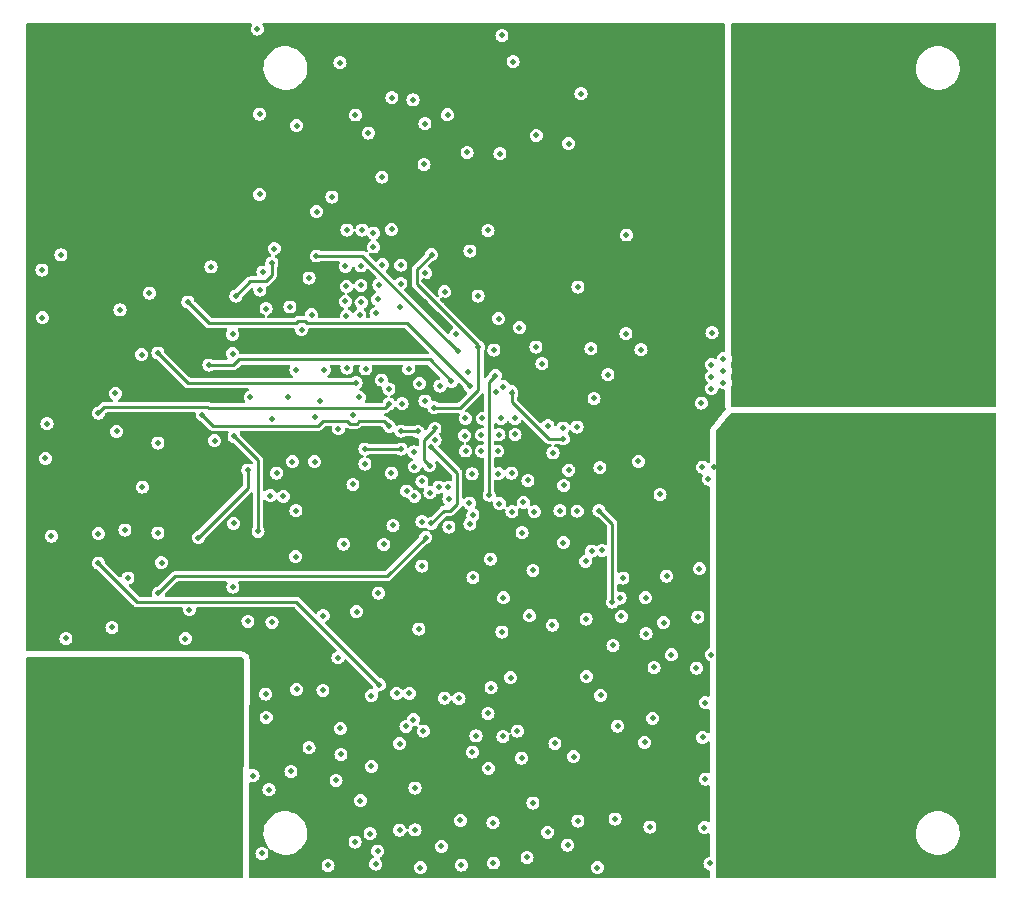
<source format=gbr>
%TF.GenerationSoftware,KiCad,Pcbnew,7.0.10-7.0.10~ubuntu22.04.1*%
%TF.CreationDate,2024-07-09T14:14:32-04:00*%
%TF.ProjectId,IcePSMNR55,49636550-534d-44e5-9235-352e6b696361,rev?*%
%TF.SameCoordinates,Original*%
%TF.FileFunction,Copper,L4,Inr*%
%TF.FilePolarity,Positive*%
%FSLAX46Y46*%
G04 Gerber Fmt 4.6, Leading zero omitted, Abs format (unit mm)*
G04 Created by KiCad (PCBNEW 7.0.10-7.0.10~ubuntu22.04.1) date 2024-07-09 14:14:32*
%MOMM*%
%LPD*%
G01*
G04 APERTURE LIST*
%TA.AperFunction,ComponentPad*%
%ADD10C,1.800000*%
%TD*%
%TA.AperFunction,ViaPad*%
%ADD11C,0.500000*%
%TD*%
%TA.AperFunction,Conductor*%
%ADD12C,0.260000*%
%TD*%
G04 APERTURE END LIST*
D10*
%TO.N,/HighSw*%
%TO.C,M4*%
X101600000Y-45720000D03*
X104140000Y-45720000D03*
X106680000Y-45720000D03*
X109220000Y-45720000D03*
X111760000Y-45720000D03*
X114300000Y-45720000D03*
X114300000Y-48260000D03*
X111760000Y-48260000D03*
X109220000Y-48260000D03*
X106680000Y-48260000D03*
X104140000Y-48260000D03*
X101600000Y-48260000D03*
X101600000Y-50800000D03*
X104140000Y-50800000D03*
X106680000Y-50800000D03*
X109220000Y-50800000D03*
X111760000Y-50800000D03*
X114300000Y-50800000D03*
X114300000Y-53340000D03*
X111760000Y-53340000D03*
X109220000Y-53340000D03*
X106680000Y-53340000D03*
X104140000Y-53340000D03*
X101600000Y-53340000D03*
X101600000Y-55880000D03*
X104140000Y-55880000D03*
X106680000Y-55880000D03*
X109220000Y-55880000D03*
X111760000Y-55880000D03*
X114300000Y-55880000D03*
X114300000Y-58420000D03*
X111760000Y-58420000D03*
X109220000Y-58420000D03*
X106680000Y-58420000D03*
X104140000Y-58420000D03*
X101600000Y-58420000D03*
%TD*%
%TO.N,GND*%
%TO.C,M3*%
X101600000Y-82550000D03*
X104140000Y-82550000D03*
X106680000Y-82550000D03*
X109220000Y-82550000D03*
X111760000Y-82550000D03*
X114300000Y-82550000D03*
X114300000Y-85090000D03*
X111760000Y-85090000D03*
X109220000Y-85090000D03*
X106680000Y-85090000D03*
X104140000Y-85090000D03*
X101600000Y-85090000D03*
X101600000Y-87630000D03*
X104140000Y-87630000D03*
X106680000Y-87630000D03*
X109220000Y-87630000D03*
X111760000Y-87630000D03*
X114300000Y-87630000D03*
X114300000Y-90170000D03*
X111760000Y-90170000D03*
X109220000Y-90170000D03*
X106680000Y-90170000D03*
X104140000Y-90170000D03*
X101600000Y-90170000D03*
X101600000Y-92710000D03*
X104140000Y-92710000D03*
X106680000Y-92710000D03*
X109220000Y-92710000D03*
X111760000Y-92710000D03*
X114300000Y-92710000D03*
X114300000Y-95250000D03*
X111760000Y-95250000D03*
X109220000Y-95250000D03*
X106680000Y-95250000D03*
X104140000Y-95250000D03*
X101600000Y-95250000D03*
%TD*%
%TO.N,/VIN*%
%TO.C,M1*%
X39370000Y-38100000D03*
X41910000Y-38100000D03*
X44450000Y-38100000D03*
X46990000Y-38100000D03*
X49530000Y-38100000D03*
X52070000Y-38100000D03*
X52070000Y-40640000D03*
X49530000Y-40640000D03*
X46990000Y-40640000D03*
X44450000Y-40640000D03*
X41910000Y-40640000D03*
X39370000Y-40640000D03*
X39370000Y-43180000D03*
X41910000Y-43180000D03*
X44450000Y-43180000D03*
X46990000Y-43180000D03*
X49530000Y-43180000D03*
X52070000Y-43180000D03*
X52070000Y-45720000D03*
X49530000Y-45720000D03*
X46990000Y-45720000D03*
X44450000Y-45720000D03*
X41910000Y-45720000D03*
X39370000Y-45720000D03*
X39370000Y-48260000D03*
X41910000Y-48260000D03*
X44450000Y-48260000D03*
X46990000Y-48260000D03*
X49530000Y-48260000D03*
X52070000Y-48260000D03*
X52070000Y-50800000D03*
X49530000Y-50800000D03*
X46990000Y-50800000D03*
X44450000Y-50800000D03*
X41910000Y-50800000D03*
X39370000Y-50800000D03*
%TD*%
%TO.N,GND*%
%TO.C,M2*%
X39390000Y-90170000D03*
X41930000Y-90170000D03*
X44470000Y-90170000D03*
X47010000Y-90170000D03*
X49550000Y-90170000D03*
X52090000Y-90170000D03*
X52090000Y-92710000D03*
X49550000Y-92710000D03*
X47010000Y-92710000D03*
X44470000Y-92710000D03*
X41930000Y-92710000D03*
X39390000Y-92710000D03*
X39390000Y-95250000D03*
X41930000Y-95250000D03*
X44470000Y-95250000D03*
X47010000Y-95250000D03*
X49550000Y-95250000D03*
X52090000Y-95250000D03*
X52090000Y-97790000D03*
X49550000Y-97790000D03*
X47010000Y-97790000D03*
X44470000Y-97790000D03*
X41930000Y-97790000D03*
X39390000Y-97790000D03*
X39390000Y-100330000D03*
X41930000Y-100330000D03*
X44470000Y-100330000D03*
X47010000Y-100330000D03*
X49550000Y-100330000D03*
X52090000Y-100330000D03*
X52090000Y-102870000D03*
X49550000Y-102870000D03*
X47010000Y-102870000D03*
X44470000Y-102870000D03*
X41930000Y-102870000D03*
X39390000Y-102870000D03*
%TD*%
D11*
%TO.N,GND*%
X44450000Y-81280000D03*
X37973000Y-77724000D03*
X78994000Y-61722000D03*
X69596000Y-42799000D03*
X109347000Y-78613000D03*
X93345000Y-98298000D03*
X93345000Y-91821000D03*
X93853000Y-87757000D03*
X98171000Y-101981000D03*
X103632000Y-104521000D03*
X97409000Y-97790000D03*
X97028000Y-88773000D03*
X98298000Y-86614000D03*
X92583000Y-88900000D03*
X82200000Y-96400000D03*
X84479737Y-91209916D03*
X88200000Y-95200000D03*
X85704158Y-101681458D03*
X84200000Y-105800000D03*
X80000000Y-102800000D03*
X75400000Y-105400000D03*
X71000000Y-104000000D03*
X72600000Y-101800000D03*
X69201885Y-105793320D03*
X65600000Y-104400000D03*
X61400000Y-105600000D03*
X55800000Y-104600000D03*
X56400000Y-99200000D03*
%TO.N,/VIN*%
X60200000Y-51800000D03*
X72400000Y-51400000D03*
X82000000Y-37400000D03*
X82000000Y-42800000D03*
X76600000Y-41200000D03*
X70485000Y-40259000D03*
X67400000Y-45000000D03*
X67200000Y-42600000D03*
X61400000Y-42400000D03*
X64008000Y-46609000D03*
X57200000Y-47000000D03*
X55800000Y-45800000D03*
X57200000Y-44600000D03*
X55800000Y-43800000D03*
X56600000Y-40600000D03*
X57000000Y-35400000D03*
%TO.N,GND*%
X41600000Y-105600000D03*
%TO.N,/VIN*%
X44830000Y-35390000D03*
X50820000Y-34980000D03*
X39950000Y-34980000D03*
X36770000Y-37560000D03*
X36530000Y-45510000D03*
X36930000Y-53680000D03*
X42190000Y-54210000D03*
X46190000Y-54390000D03*
X48640000Y-54050000D03*
X44530000Y-60630000D03*
X54760000Y-63710000D03*
X63670000Y-49060000D03*
X69350000Y-52570000D03*
X70993000Y-55245000D03*
X71130000Y-57750000D03*
X69610000Y-57930000D03*
X52090000Y-57130000D03*
X69494446Y-56149807D03*
X61710000Y-47660000D03*
X57290000Y-48680000D03*
X55110000Y-51170000D03*
%TO.N,GND*%
X87670000Y-71400000D03*
%TO.N,/HighSw*%
X116850000Y-57200000D03*
X117200000Y-49320000D03*
X116820000Y-41280000D03*
X116890000Y-35410000D03*
X109500000Y-41810000D03*
X106470000Y-36430000D03*
X107720000Y-39390000D03*
X105180000Y-41430000D03*
X104610000Y-38710000D03*
X103060000Y-36240000D03*
%TO.N,/VIN*%
X88180000Y-72560000D03*
%TO.N,GND*%
X98840000Y-67660000D03*
X102470000Y-67900000D03*
X117020000Y-68350000D03*
X112470000Y-67980000D03*
X108550000Y-67980000D03*
X112340000Y-73660000D03*
X103390000Y-73610000D03*
X116810000Y-75110000D03*
X115970000Y-78640000D03*
X111600000Y-79510000D03*
X105840000Y-79320000D03*
X102440000Y-78980000D03*
X98520000Y-79810000D03*
X97570000Y-84100000D03*
X92710000Y-84582000D03*
X92837000Y-80500000D03*
X97150000Y-78550000D03*
X107040000Y-77600000D03*
X107600000Y-76000000D03*
X92990000Y-66470000D03*
%TO.N,/HighSw*%
X95940000Y-66130000D03*
%TO.N,GND*%
X87890000Y-61940000D03*
X93910000Y-60520000D03*
%TO.N,/HighSw*%
X95730000Y-60810000D03*
%TO.N,GND*%
X77597000Y-60071000D03*
X83650000Y-61860000D03*
X86650000Y-52230000D03*
X65960000Y-47340000D03*
X74940000Y-51840000D03*
X82810000Y-40260000D03*
X76120000Y-35340000D03*
X55400000Y-34800000D03*
X62410000Y-37650000D03*
X64800000Y-43600000D03*
X63700000Y-42070000D03*
X55600000Y-42000000D03*
X58730000Y-42970000D03*
X55600000Y-48790000D03*
X51490000Y-54940000D03*
X37200000Y-59230000D03*
X37170000Y-55210000D03*
X38780000Y-53920000D03*
%TO.N,/IOB_0A*%
X46280000Y-57150000D03*
%TO.N,GND*%
X43780000Y-58580000D03*
%TO.N,/IOB_4A*%
X45620000Y-62360000D03*
%TO.N,GND*%
X43490000Y-68860000D03*
X43390000Y-65650000D03*
X37600000Y-68210000D03*
X37460000Y-71150000D03*
X45670000Y-73580000D03*
X44196000Y-77216000D03*
X53410000Y-76650000D03*
X66120000Y-78440000D03*
X63830000Y-84130000D03*
X62230000Y-88011000D03*
X56650000Y-85020000D03*
X43100000Y-85470000D03*
X49310000Y-86420000D03*
X39200000Y-86400000D03*
X36730000Y-88920000D03*
X36600000Y-94500000D03*
X36440000Y-100310000D03*
X47810000Y-105580000D03*
X52280000Y-105630000D03*
X58250000Y-97650000D03*
X55040000Y-98020000D03*
X64960000Y-102920000D03*
X65440000Y-105500000D03*
X72680000Y-105580000D03*
X75360000Y-102000000D03*
X88650000Y-102360000D03*
X78250000Y-104940000D03*
X81680000Y-103890000D03*
X85910000Y-93810000D03*
X88890000Y-93150000D03*
X93120000Y-94760000D03*
X98180000Y-93580000D03*
X116990000Y-98840000D03*
X106250000Y-102890000D03*
X109910000Y-98600000D03*
X93250000Y-102420000D03*
X93730000Y-105440000D03*
X105310000Y-103920000D03*
X101540000Y-102970000D03*
X96960000Y-105470000D03*
X95360000Y-103390000D03*
X102934000Y-77220000D03*
X104458000Y-76204000D03*
X100394000Y-76204000D03*
X102426000Y-76204000D03*
X101918000Y-77220000D03*
X99886000Y-77220000D03*
X101410000Y-76204000D03*
X104966000Y-77220000D03*
X100902000Y-77220000D03*
X103950000Y-77220000D03*
X103442000Y-76204000D03*
X99378000Y-76204000D03*
X98870000Y-77220000D03*
%TO.N,/VIN*%
X88944000Y-61010000D03*
X88436000Y-59994000D03*
X89452000Y-59994000D03*
X90468000Y-59994000D03*
X91484000Y-59994000D03*
X89960000Y-61010000D03*
X90976000Y-61010000D03*
X85700000Y-41050000D03*
X86716000Y-40542000D03*
X86716000Y-41558000D03*
X86716000Y-42574000D03*
X86716000Y-43590000D03*
X85700000Y-42066000D03*
X85700000Y-43082000D03*
X82138000Y-50820000D03*
X81630000Y-49804000D03*
X82646000Y-49804000D03*
X83154000Y-50820000D03*
X84170000Y-50820000D03*
X81122000Y-50820000D03*
X83662000Y-49804000D03*
%TO.N,GND*%
X106936000Y-100476000D03*
X105920000Y-100476000D03*
X104904000Y-100476000D03*
X103380000Y-99460000D03*
X103888000Y-100476000D03*
X106428000Y-99460000D03*
X104396000Y-99460000D03*
X107444000Y-99460000D03*
X102364000Y-99460000D03*
X105412000Y-99460000D03*
X108460000Y-99460000D03*
X107952000Y-100476000D03*
X102872000Y-100476000D03*
X99356000Y-100476000D03*
X98340000Y-100476000D03*
X97324000Y-100476000D03*
X95800000Y-99460000D03*
X96308000Y-100476000D03*
X98848000Y-99460000D03*
X96816000Y-99460000D03*
X99864000Y-99460000D03*
X94784000Y-99460000D03*
X97832000Y-99460000D03*
X100880000Y-99460000D03*
X100372000Y-100476000D03*
X95292000Y-100476000D03*
X93860000Y-63218000D03*
X93860000Y-65250000D03*
X94876000Y-63726000D03*
X93860000Y-64234000D03*
X94876000Y-64742000D03*
X94876000Y-62710000D03*
X93598000Y-72910000D03*
X95630000Y-72910000D03*
X94106000Y-71894000D03*
X94614000Y-72910000D03*
X95122000Y-71894000D03*
X93090000Y-71894000D03*
X95956000Y-90246000D03*
X95956000Y-93294000D03*
X94940000Y-91770000D03*
X95956000Y-94310000D03*
X94940000Y-92786000D03*
X95956000Y-91262000D03*
X95956000Y-96342000D03*
X95956000Y-92278000D03*
X94940000Y-95834000D03*
X94940000Y-90754000D03*
X94940000Y-93802000D03*
X95956000Y-95326000D03*
X94940000Y-94818000D03*
X95956000Y-80886000D03*
X95956000Y-83934000D03*
X94940000Y-82410000D03*
X95956000Y-84950000D03*
X94940000Y-83426000D03*
X95956000Y-81902000D03*
X95956000Y-86982000D03*
X95956000Y-82918000D03*
X94940000Y-86474000D03*
X94940000Y-81394000D03*
X94940000Y-84442000D03*
X95956000Y-85966000D03*
X94940000Y-85458000D03*
X115334000Y-77216000D03*
X112286000Y-77216000D03*
X113810000Y-76200000D03*
X111270000Y-77216000D03*
X112794000Y-76200000D03*
X114318000Y-77216000D03*
X109238000Y-77216000D03*
X113302000Y-77216000D03*
X109746000Y-76200000D03*
X114826000Y-76200000D03*
X111778000Y-76200000D03*
X110254000Y-77216000D03*
X110762000Y-76200000D03*
%TO.N,Net-(U9-EN{slash}UVLO)*%
X71260000Y-91450000D03*
%TO.N,/FPGA_SI*%
X47300000Y-79980000D03*
%TO.N,+3V3*%
X85460000Y-83320000D03*
X69000000Y-68850000D03*
%TO.N,GND*%
X73590000Y-72460000D03*
X76940000Y-72390000D03*
X75820000Y-72450000D03*
X75760000Y-70520000D03*
X74380000Y-70530000D03*
X73040000Y-70520000D03*
X72970000Y-69220000D03*
X74380000Y-69160000D03*
X75870000Y-69150000D03*
X77240000Y-69120000D03*
X77230000Y-67760000D03*
X76030000Y-67760000D03*
X74450000Y-67760000D03*
X73030000Y-67760000D03*
X84410000Y-71930000D03*
X79020000Y-43800000D03*
X81760000Y-44510000D03*
X90068900Y-81117500D03*
X88280000Y-82950000D03*
X88320000Y-85980000D03*
X89820000Y-85070000D03*
X85520000Y-86990000D03*
X86220000Y-84520000D03*
X86130000Y-82980000D03*
X83710000Y-78990000D03*
X83250000Y-84750000D03*
%TO.N,/VIN*%
X82550000Y-87500000D03*
%TO.N,GND*%
X83280000Y-89620000D03*
%TO.N,/VIN*%
X82720000Y-83220000D03*
%TO.N,GND*%
X81360000Y-73440000D03*
X82490000Y-75620000D03*
X81310000Y-78290000D03*
X80390000Y-85270000D03*
X78440000Y-84480000D03*
X76120000Y-85860000D03*
X80600000Y-95270000D03*
X77830000Y-77440000D03*
X61722000Y-49022000D03*
X56840000Y-53400000D03*
X69530000Y-46260000D03*
X81780000Y-72150000D03*
X58170000Y-58330000D03*
X73280000Y-63810000D03*
X74940000Y-92740000D03*
X67480000Y-58360000D03*
X65590000Y-57680000D03*
X65460000Y-58880000D03*
X64090000Y-59030000D03*
X64210000Y-57950000D03*
X62940000Y-59090000D03*
X62870000Y-57860000D03*
X62960000Y-56580000D03*
X64180000Y-56490000D03*
X65700000Y-56480000D03*
X67560000Y-56350000D03*
X67560000Y-54790000D03*
X66000000Y-54760000D03*
X64180000Y-54850000D03*
X62860000Y-54900000D03*
X65230000Y-53250000D03*
X110236000Y-71374000D03*
X101092000Y-69342000D03*
X67665600Y-66522600D03*
X60018332Y-58988445D03*
X101600000Y-72390000D03*
X111760000Y-72390000D03*
X100076000Y-69342000D03*
X103632000Y-70358000D03*
X75438000Y-61976000D03*
X102616000Y-70358000D03*
X56515000Y-74295000D03*
X98552000Y-70358000D03*
X71272400Y-57048400D03*
X83921600Y-66065400D03*
X68707000Y-71856600D03*
X60706000Y-66294000D03*
X62712600Y-78409800D03*
X114808000Y-72390000D03*
X114300000Y-71374000D03*
X99568000Y-70358000D03*
X99060000Y-69342000D03*
X76200000Y-94691200D03*
X109220000Y-71374000D03*
X109220000Y-69342000D03*
X75946000Y-45339000D03*
X100584000Y-72390000D03*
X111252000Y-71374000D03*
X101092000Y-71374000D03*
X104140000Y-69342000D03*
X104140000Y-71374000D03*
X110744000Y-72390000D03*
X62433200Y-94005400D03*
X114808000Y-70358000D03*
X108712000Y-72390000D03*
X103632000Y-72390000D03*
X109728000Y-70358000D03*
X69088000Y-85598000D03*
X59791600Y-55880000D03*
X56159400Y-93065600D03*
X53340000Y-82042000D03*
X99060000Y-71374000D03*
X112268000Y-69342000D03*
X113284000Y-69342000D03*
X74980800Y-97383600D03*
X111760000Y-70358000D03*
X113792000Y-72390000D03*
X102616000Y-72390000D03*
X73660000Y-81229200D03*
X98552000Y-72390000D03*
X113284000Y-71374000D03*
X72490000Y-91480000D03*
X69138800Y-64820800D03*
X64516000Y-71628000D03*
X82473800Y-68503800D03*
X112776000Y-72390000D03*
X65659000Y-82550000D03*
X73928348Y-94643407D03*
X112776000Y-70358000D03*
X112268000Y-71374000D03*
X101600000Y-70358000D03*
X104648000Y-70358000D03*
X110236000Y-69342000D03*
X99568000Y-72390000D03*
X67995800Y-93827600D03*
X58674000Y-63627000D03*
X100076000Y-71374000D03*
X69342000Y-80264000D03*
X100584000Y-70358000D03*
X108712000Y-70358000D03*
X58648600Y-79476600D03*
X110744000Y-70358000D03*
X102108000Y-71374000D03*
X51793054Y-69659660D03*
X109728000Y-72390000D03*
X111252000Y-69342000D03*
X61087000Y-63627000D03*
X102108000Y-69342000D03*
X103124000Y-69342000D03*
X104648000Y-72390000D03*
X59791600Y-95656400D03*
X103124000Y-71374000D03*
X54813200Y-65938400D03*
X113792000Y-70358000D03*
X58674000Y-75565000D03*
X60256161Y-71423956D03*
X69455000Y-94240000D03*
X114300000Y-69342000D03*
%TO.N,+3V3*%
X76962000Y-75666000D03*
X62267974Y-68647000D03*
X60421470Y-50271730D03*
X75845000Y-59309000D03*
X58369200Y-71424800D03*
X74105000Y-57404000D03*
X67564000Y-68847000D03*
X72218513Y-60636487D03*
X66747913Y-72387087D03*
X84330000Y-75565000D03*
X63497060Y-73344633D03*
X56155000Y-58480000D03*
X79502000Y-63119000D03*
X57048400Y-72390000D03*
X86614000Y-60579000D03*
X69630600Y-55460000D03*
X59165000Y-60258000D03*
X53310000Y-62290000D03*
%TO.N,/+22V*%
X77790000Y-96520000D03*
X65074800Y-97231200D03*
X73609200Y-96012000D03*
X78740000Y-100330000D03*
%TO.N,+5V*%
X57605000Y-74355000D03*
X60960000Y-90780000D03*
X66774620Y-51771141D03*
X60985200Y-84454800D03*
%TO.N,+1V2*%
X70443511Y-68604923D03*
X75148133Y-79670000D03*
X69993000Y-71754601D03*
X80441800Y-70688200D03*
%TO.N,+2V5*%
X78867000Y-75666000D03*
X81030000Y-75565000D03*
%TO.N,/VIN*%
X91440000Y-43942000D03*
X89408000Y-39878000D03*
X91440000Y-44958000D03*
X91440000Y-54356000D03*
X90424000Y-53848000D03*
X91440000Y-42926000D03*
X91440000Y-40894000D03*
X62103000Y-72771000D03*
X90424000Y-55880000D03*
X91440000Y-38862000D03*
X89408000Y-41910000D03*
X90424000Y-41402000D03*
X92456000Y-41402000D03*
X91440000Y-56388000D03*
X89408000Y-55372000D03*
X92456000Y-53848000D03*
X92456000Y-42418000D03*
X92456000Y-40386000D03*
X89408000Y-44958000D03*
X89408000Y-53340000D03*
X90424000Y-56896000D03*
X91440000Y-51308000D03*
X92456000Y-54864000D03*
X89408000Y-40894000D03*
X92456000Y-39370000D03*
X89408000Y-54356000D03*
X51562000Y-78994000D03*
X90424000Y-54864000D03*
X49784000Y-69088000D03*
X92456000Y-55880000D03*
X90424000Y-40386000D03*
X90424000Y-44450000D03*
X92456000Y-52832000D03*
X65659000Y-80264000D03*
X67310000Y-84582000D03*
X89408000Y-38862000D03*
X90424000Y-42418000D03*
X89408000Y-52324000D03*
X89408000Y-56388000D03*
X92456000Y-56896000D03*
X90424000Y-39370000D03*
X92456000Y-44450000D03*
X64897000Y-68834000D03*
X90424000Y-43434000D03*
X77978000Y-90525600D03*
X90424000Y-52832000D03*
X91440000Y-41910000D03*
X82753200Y-93675200D03*
X89408000Y-51308000D03*
X72567800Y-56286400D03*
X92456000Y-43434000D03*
X89408000Y-57404000D03*
X89408000Y-43942000D03*
X60198000Y-61214000D03*
X89408000Y-42926000D03*
X91440000Y-57404000D03*
X91440000Y-39878000D03*
X91440000Y-53340000D03*
X91440000Y-55372000D03*
X91440000Y-52324000D03*
X63260000Y-90932000D03*
X57023000Y-77927200D03*
X90424000Y-51816000D03*
X92456000Y-51816000D03*
%TO.N,Net-(U8-GND{slash}ADJ)*%
X56120000Y-91100000D03*
X58743587Y-90696413D03*
%TO.N,Net-(C43-Pad1)*%
X77419200Y-94234000D03*
X82550000Y-101854000D03*
%TO.N,/LED_R*%
X90474800Y-87782400D03*
X75620000Y-65532000D03*
%TO.N,/LED_G*%
X76962000Y-65624800D03*
X84582000Y-78943200D03*
X81330800Y-69494400D03*
%TO.N,/LED_B*%
X89001600Y-88849200D03*
X76250800Y-65074800D03*
%TO.N,/CDONE*%
X70154800Y-76657200D03*
X83210400Y-79857600D03*
X70131751Y-70208481D03*
%TO.N,Net-(IC1-CA)*%
X73176400Y-45237400D03*
X77070000Y-37567200D03*
%TO.N,/USB_M*%
X55880000Y-55372000D03*
X54610000Y-84937600D03*
X68760000Y-102610000D03*
X68595000Y-40800000D03*
%TO.N,/USB_P*%
X67462026Y-95300800D03*
X68760000Y-99060000D03*
X67208400Y-91033600D03*
X55626000Y-56896000D03*
X53441600Y-69291200D03*
X55473600Y-77317600D03*
X66800000Y-40600000D03*
%TO.N,/IOT_36B*%
X50749200Y-67462400D03*
X66580000Y-68427600D03*
X78319999Y-73004078D03*
%TO.N,/VGS:LOAD-IOB_13B*%
X74117200Y-61722000D03*
X70459600Y-69590000D03*
X70358000Y-66852800D03*
X71526400Y-42062400D03*
X70166127Y-53896000D03*
%TO.N,/VGS:Fly-IOB_18A*%
X71628000Y-76962000D03*
X78740000Y-80619600D03*
X86360000Y-81280000D03*
X68716983Y-74355000D03*
X69342000Y-73085000D03*
%TO.N,/IOT_43A*%
X66548000Y-66548000D03*
X80006265Y-68385000D03*
X41950000Y-67310000D03*
%TO.N,/IOT_42B*%
X81280000Y-68580000D03*
X46990000Y-69850000D03*
X64516000Y-70358000D03*
X67568653Y-70362653D03*
%TO.N,/FPGA_SO*%
X71628000Y-74549000D03*
X68067347Y-73918653D03*
X66894389Y-76818811D03*
X62077600Y-98399600D03*
X62484000Y-96215200D03*
X65074800Y-91236800D03*
X46990000Y-77470000D03*
X70027987Y-74040813D03*
%TO.N,/FT_SSn*%
X65909774Y-64508148D03*
X73369000Y-74930000D03*
X41960800Y-77520800D03*
X85090000Y-64058800D03*
%TO.N,/FPGA_SI*%
X73660000Y-75946000D03*
X63690000Y-103639000D03*
X64135000Y-100140000D03*
%TO.N,/FLASH_MOSI*%
X62992000Y-63500000D03*
X41950000Y-80010000D03*
X65735200Y-90322400D03*
X73406000Y-53594000D03*
%TO.N,/FT_SCK*%
X68229418Y-63567000D03*
X47040800Y-82550000D03*
X64052676Y-65973000D03*
X69650079Y-77853000D03*
%TO.N,/FLASH_MISO*%
X49657000Y-83947000D03*
X50419000Y-77851000D03*
X63500000Y-67497000D03*
X82550000Y-56642000D03*
X64592200Y-63576200D03*
X54610000Y-72136000D03*
X56642000Y-67810000D03*
%TO.N,/HighSw*%
X100584000Y-66548000D03*
X115824000Y-61976000D03*
X114808000Y-65532000D03*
X113538000Y-63246000D03*
X101346000Y-63246000D03*
X100584000Y-65532000D03*
X102870000Y-41148000D03*
X106680000Y-61976000D03*
X108204000Y-61976000D03*
X97282000Y-44958000D03*
X110490000Y-63246000D03*
X101346000Y-40132000D03*
X108966000Y-63246000D03*
X98806000Y-55880000D03*
X104648000Y-66548000D03*
X102616000Y-66548000D03*
X98806000Y-60452000D03*
X101346000Y-37084000D03*
X100584000Y-61976000D03*
X101346000Y-38608000D03*
X98806000Y-49784000D03*
X112776000Y-61976000D03*
X96266000Y-44958000D03*
X102870000Y-42672000D03*
X103632000Y-61976000D03*
X104648000Y-65532000D03*
X97536000Y-61976000D03*
X97282000Y-53340000D03*
X98806000Y-40640000D03*
X96266000Y-55372000D03*
X98806000Y-45212000D03*
X97282000Y-57404000D03*
X100076000Y-42672000D03*
X98806000Y-54356000D03*
X99060000Y-61976000D03*
X114300000Y-61976000D03*
X114808000Y-66548000D03*
X98806000Y-38862000D03*
X102108000Y-61976000D03*
X98806000Y-58928000D03*
X98806000Y-48260000D03*
X100076000Y-39624000D03*
X98806000Y-46736000D03*
X96266000Y-57404000D03*
X100076000Y-38100000D03*
X101346000Y-41656000D03*
X104394000Y-63246000D03*
X96774000Y-63246000D03*
X112776000Y-66548000D03*
X111252000Y-61976000D03*
X96266000Y-53340000D03*
X102616000Y-65532000D03*
X110744000Y-65532000D03*
X98806000Y-57404000D03*
X99822000Y-63246000D03*
X97282000Y-42926000D03*
X102870000Y-63246000D03*
X105918000Y-63246000D03*
X110744000Y-66548000D03*
X102870000Y-38100000D03*
X96266000Y-40894000D03*
X98806000Y-52832000D03*
X109728000Y-61976000D03*
X97282000Y-55372000D03*
X102870000Y-39624000D03*
X115062000Y-63246000D03*
X98806000Y-43688000D03*
X112776000Y-65532000D03*
X97282000Y-40894000D03*
X107442000Y-63246000D03*
X100076000Y-41148000D03*
X98806000Y-51308000D03*
X116586000Y-63246000D03*
X112014000Y-63246000D03*
X98806000Y-42164000D03*
X96266000Y-42926000D03*
X105156000Y-61976000D03*
X98298000Y-63246000D03*
%TO.N,/CRESET_N*%
X69600000Y-66294001D03*
X68681600Y-70604601D03*
%TO.N,/EE_CS*%
X53310000Y-60640000D03*
X62992000Y-51816000D03*
X58013600Y-65973000D03*
%TO.N,/EE_CLK*%
X64262000Y-51816000D03*
X60267500Y-67660000D03*
%TO.N,/EE_DAT*%
X65235000Y-52070000D03*
X56642000Y-54610000D03*
X53594000Y-57404000D03*
%TO.N,Net-(U9-EN{slash}UVLO)*%
X76860400Y-89712800D03*
X75201866Y-90575000D03*
%TO.N,/IOB_22A*%
X89509648Y-74193352D03*
X70782797Y-73573857D03*
X77927200Y-74879200D03*
X73406000Y-76708000D03*
%TO.N,/IOB_23B*%
X68630800Y-93268800D03*
X75895200Y-74980800D03*
X76250800Y-82956400D03*
X68275200Y-91033600D03*
%TO.N,/IOB_24A*%
X69342000Y-76521000D03*
X71577200Y-73592627D03*
X67462400Y-102616000D03*
%TO.N,/CRYSTAL-IOB_25B_G3*%
X75031600Y-74254078D03*
X75559627Y-64139627D03*
%TO.N,/IOB_0A*%
X73406000Y-65024000D03*
X49530000Y-57912000D03*
%TO.N,/IOB_2A*%
X51308000Y-63246000D03*
X71839405Y-64620975D03*
%TO.N,/IOB_4A*%
X63777929Y-64746071D03*
X66548000Y-65278000D03*
X46990000Y-62230000D03*
X70866000Y-65024000D03*
%TO.N,/CLK_12M_FT*%
X72390000Y-62090000D03*
X60411834Y-54011034D03*
%TD*%
D12*
%TO.N,/FLASH_MOSI*%
X41950000Y-80010000D02*
X45252000Y-83312000D01*
X58724800Y-83312000D02*
X65735200Y-90322400D01*
X45252000Y-83312000D02*
X58724800Y-83312000D01*
%TO.N,/CDONE*%
X70154800Y-76657200D02*
X71247000Y-75565000D01*
X71247000Y-75565000D02*
X71755000Y-75565000D01*
X71755000Y-75565000D02*
X72339200Y-74980800D01*
X72339200Y-74980800D02*
X72339200Y-72415930D01*
X72339200Y-72415930D02*
X70131751Y-70208481D01*
%TO.N,/VGS:LOAD-IOB_13B*%
X74117200Y-61722000D02*
X74117200Y-61544200D01*
X70903000Y-58330000D02*
X70854395Y-58330000D01*
X74117200Y-61544200D02*
X70903000Y-58330000D01*
X70854395Y-58330000D02*
X68914446Y-56390051D01*
X68914446Y-56390051D02*
X68914446Y-55147681D01*
X68914446Y-55147681D02*
X70166127Y-53896000D01*
%TO.N,/IOT_36B*%
X66580000Y-68427600D02*
X66156522Y-68004122D01*
X51676800Y-68390000D02*
X50749200Y-67462400D01*
X66156522Y-68004122D02*
X64008000Y-68004122D01*
X64008000Y-68004122D02*
X63813122Y-68199000D01*
X63246000Y-68199000D02*
X62992000Y-67945000D01*
X63813122Y-68199000D02*
X63246000Y-68199000D01*
X62992000Y-67945000D02*
X61007805Y-67945000D01*
X61007805Y-67945000D02*
X60562805Y-68390000D01*
X60562805Y-68390000D02*
X51676800Y-68390000D01*
%TO.N,/IOT_43A*%
X66548000Y-66548000D02*
X66196000Y-66900000D01*
X66196000Y-66900000D02*
X51279000Y-66900000D01*
X42458000Y-66802000D02*
X41950000Y-67310000D01*
X51279000Y-66900000D02*
X51181000Y-66802000D01*
X51181000Y-66802000D02*
X42458000Y-66802000D01*
%TO.N,+1V2*%
X70443511Y-68604923D02*
X70443511Y-68621489D01*
X70443511Y-68621489D02*
X69510000Y-69555000D01*
X69510000Y-69555000D02*
X69510000Y-71271601D01*
X69510000Y-71271601D02*
X69993000Y-71754601D01*
%TO.N,+3V3*%
X85460000Y-83320000D02*
X85460000Y-76695000D01*
X85460000Y-76695000D02*
X84330000Y-75565000D01*
X69000000Y-68850000D02*
X67567000Y-68850000D01*
X67567000Y-68850000D02*
X67564000Y-68847000D01*
%TO.N,/CRYSTAL-IOB_25B_G3*%
X75559627Y-64139627D02*
X75031600Y-64667654D01*
X75031600Y-64667654D02*
X75031600Y-74254078D01*
%TO.N,/LED_G*%
X80090360Y-69494400D02*
X76962000Y-66366040D01*
X76962000Y-66366040D02*
X76962000Y-65379600D01*
X81330800Y-69494400D02*
X80090360Y-69494400D01*
%TO.N,/USB_P*%
X55473600Y-71323200D02*
X53441600Y-69291200D01*
X55473600Y-77317600D02*
X55473600Y-71323200D01*
%TO.N,/VGS:LOAD-IOB_13B*%
X74131000Y-61735800D02*
X74117200Y-61722000D01*
X70358000Y-66852800D02*
X72602505Y-66852800D01*
X72602505Y-66852800D02*
X74131000Y-65324305D01*
X74131000Y-65324305D02*
X74131000Y-61735800D01*
%TO.N,/IOT_42B*%
X67568653Y-70362653D02*
X67564000Y-70358000D01*
X67564000Y-70358000D02*
X64516000Y-70358000D01*
%TO.N,/FT_SCK*%
X69650079Y-77871306D02*
X66393785Y-81127600D01*
X66393785Y-81127600D02*
X48463200Y-81127600D01*
X48463200Y-81127600D02*
X47040800Y-82550000D01*
X69650079Y-77853000D02*
X69650079Y-77871306D01*
%TO.N,/FLASH_MISO*%
X54610000Y-73660000D02*
X54610000Y-72136000D01*
X50419000Y-77851000D02*
X54610000Y-73660000D01*
%TO.N,/EE_DAT*%
X56642000Y-55635305D02*
X56106305Y-56171000D01*
X56642000Y-54610000D02*
X56642000Y-55635305D01*
X54827000Y-56171000D02*
X53594000Y-57404000D01*
X56106305Y-56171000D02*
X54827000Y-56171000D01*
%TO.N,/IOB_0A*%
X51308000Y-59690000D02*
X49530000Y-57912000D01*
X58864695Y-59533000D02*
X58707695Y-59690000D01*
X59465305Y-59533000D02*
X58864695Y-59533000D01*
X73406000Y-65024000D02*
X68072000Y-59690000D01*
X58707695Y-59690000D02*
X51308000Y-59690000D01*
X59622305Y-59690000D02*
X59465305Y-59533000D01*
X68072000Y-59690000D02*
X59622305Y-59690000D01*
%TO.N,/IOB_2A*%
X53850305Y-62775000D02*
X53379305Y-63246000D01*
X71839405Y-64620975D02*
X69993430Y-62775000D01*
X69993430Y-62775000D02*
X53850305Y-62775000D01*
X53379305Y-63246000D02*
X51308000Y-63246000D01*
%TO.N,/IOB_4A*%
X49506071Y-64746071D02*
X46990000Y-62230000D01*
X63777929Y-64746071D02*
X49506071Y-64746071D01*
%TO.N,/CLK_12M_FT*%
X60411834Y-54011034D02*
X64311034Y-54011034D01*
X64311034Y-54011034D02*
X72390000Y-62090000D01*
%TD*%
%TA.AperFunction,Conductor*%
%TO.N,/HighSw*%
G36*
X117925539Y-34310185D02*
G01*
X117971294Y-34362989D01*
X117982500Y-34414500D01*
X117982500Y-66680500D01*
X117962815Y-66747539D01*
X117910011Y-66793294D01*
X117858500Y-66804500D01*
X95628000Y-66804500D01*
X95560961Y-66784815D01*
X95515206Y-66732011D01*
X95504000Y-66680500D01*
X95504000Y-65188895D01*
X95523006Y-65122924D01*
X95556456Y-65069690D01*
X95612313Y-64910059D01*
X95631249Y-64742000D01*
X95631249Y-64741997D01*
X95612314Y-64573943D01*
X95598904Y-64535621D01*
X95556456Y-64414310D01*
X95550863Y-64405410D01*
X95523006Y-64361074D01*
X95504000Y-64295102D01*
X95504000Y-64172895D01*
X95523006Y-64106924D01*
X95556456Y-64053690D01*
X95612313Y-63894059D01*
X95631249Y-63726000D01*
X95631249Y-63725997D01*
X95612314Y-63557943D01*
X95598904Y-63519621D01*
X95556456Y-63398310D01*
X95550863Y-63389410D01*
X95523006Y-63345074D01*
X95504000Y-63279102D01*
X95504000Y-63156895D01*
X95523006Y-63090924D01*
X95556456Y-63037690D01*
X95612313Y-62878059D01*
X95631249Y-62710000D01*
X95631249Y-62709997D01*
X95612314Y-62541943D01*
X95598904Y-62503621D01*
X95556456Y-62382310D01*
X95550863Y-62373410D01*
X95523006Y-62329074D01*
X95504000Y-62263102D01*
X95504000Y-38167763D01*
X111175787Y-38167763D01*
X111205413Y-38437013D01*
X111205415Y-38437024D01*
X111273926Y-38699082D01*
X111273928Y-38699088D01*
X111379870Y-38948390D01*
X111451998Y-39066575D01*
X111520979Y-39179605D01*
X111520986Y-39179615D01*
X111694253Y-39387819D01*
X111694259Y-39387824D01*
X111895998Y-39568582D01*
X112121910Y-39718044D01*
X112367176Y-39833020D01*
X112367183Y-39833022D01*
X112367185Y-39833023D01*
X112626557Y-39911057D01*
X112626564Y-39911058D01*
X112626569Y-39911060D01*
X112894561Y-39950500D01*
X112894566Y-39950500D01*
X113097629Y-39950500D01*
X113097631Y-39950500D01*
X113097636Y-39950499D01*
X113097648Y-39950499D01*
X113135191Y-39947750D01*
X113300156Y-39935677D01*
X113412758Y-39910593D01*
X113564546Y-39876782D01*
X113564548Y-39876781D01*
X113564553Y-39876780D01*
X113817558Y-39780014D01*
X114053777Y-39647441D01*
X114268177Y-39481888D01*
X114456186Y-39286881D01*
X114613799Y-39066579D01*
X114687787Y-38922669D01*
X114737649Y-38825690D01*
X114737651Y-38825684D01*
X114737656Y-38825675D01*
X114825118Y-38569305D01*
X114874319Y-38302933D01*
X114884212Y-38032235D01*
X114854586Y-37762982D01*
X114786072Y-37500912D01*
X114680130Y-37251610D01*
X114539018Y-37020390D01*
X114449747Y-36913119D01*
X114365746Y-36812180D01*
X114365740Y-36812175D01*
X114164002Y-36631418D01*
X113938092Y-36481957D01*
X113938090Y-36481956D01*
X113692824Y-36366980D01*
X113692819Y-36366978D01*
X113692814Y-36366976D01*
X113433442Y-36288942D01*
X113433428Y-36288939D01*
X113317791Y-36271921D01*
X113165439Y-36249500D01*
X112962369Y-36249500D01*
X112962351Y-36249500D01*
X112759844Y-36264323D01*
X112759831Y-36264325D01*
X112495453Y-36323217D01*
X112495446Y-36323220D01*
X112242439Y-36419987D01*
X112006226Y-36552557D01*
X111791822Y-36718112D01*
X111603822Y-36913109D01*
X111603816Y-36913116D01*
X111446202Y-37133419D01*
X111446199Y-37133424D01*
X111322350Y-37374309D01*
X111322343Y-37374327D01*
X111234884Y-37630685D01*
X111234881Y-37630699D01*
X111185681Y-37897068D01*
X111185680Y-37897075D01*
X111175787Y-38167763D01*
X95504000Y-38167763D01*
X95504000Y-34414500D01*
X95523685Y-34347461D01*
X95576489Y-34301706D01*
X95628000Y-34290500D01*
X117858500Y-34290500D01*
X117925539Y-34310185D01*
G37*
%TD.AperFunction*%
%TD*%
%TA.AperFunction,Conductor*%
%TO.N,/VIN*%
G36*
X54912655Y-34310185D02*
G01*
X54958410Y-34362989D01*
X54968354Y-34432147D01*
X54943992Y-34489985D01*
X54929214Y-34509244D01*
X54919137Y-34522377D01*
X54863671Y-34656287D01*
X54863670Y-34656291D01*
X54844750Y-34799999D01*
X54844750Y-34800000D01*
X54863670Y-34943708D01*
X54863671Y-34943712D01*
X54919137Y-35077622D01*
X54919138Y-35077624D01*
X54919139Y-35077625D01*
X55007379Y-35192621D01*
X55122375Y-35280861D01*
X55256291Y-35336330D01*
X55383280Y-35353048D01*
X55399999Y-35355250D01*
X55400000Y-35355250D01*
X55400001Y-35355250D01*
X55414977Y-35353278D01*
X55515833Y-35340000D01*
X75564750Y-35340000D01*
X75583670Y-35483708D01*
X75583671Y-35483712D01*
X75639137Y-35617622D01*
X75639138Y-35617624D01*
X75639139Y-35617625D01*
X75727379Y-35732621D01*
X75842375Y-35820861D01*
X75976291Y-35876330D01*
X76103280Y-35893048D01*
X76119999Y-35895250D01*
X76120000Y-35895250D01*
X76120001Y-35895250D01*
X76134977Y-35893278D01*
X76263709Y-35876330D01*
X76397625Y-35820861D01*
X76512621Y-35732621D01*
X76600861Y-35617625D01*
X76656330Y-35483709D01*
X76675250Y-35340000D01*
X76656330Y-35196291D01*
X76607178Y-35077625D01*
X76600862Y-35062377D01*
X76600861Y-35062376D01*
X76600861Y-35062375D01*
X76512621Y-34947379D01*
X76397625Y-34859139D01*
X76397624Y-34859138D01*
X76397622Y-34859137D01*
X76263712Y-34803671D01*
X76263710Y-34803670D01*
X76263709Y-34803670D01*
X76191854Y-34794210D01*
X76120001Y-34784750D01*
X76119999Y-34784750D01*
X75976291Y-34803670D01*
X75976287Y-34803671D01*
X75842377Y-34859137D01*
X75727379Y-34947379D01*
X75639137Y-35062377D01*
X75583671Y-35196287D01*
X75583670Y-35196291D01*
X75564750Y-35339999D01*
X75564750Y-35340000D01*
X55515833Y-35340000D01*
X55543709Y-35336330D01*
X55677625Y-35280861D01*
X55792621Y-35192621D01*
X55880861Y-35077625D01*
X55936330Y-34943709D01*
X55955250Y-34800000D01*
X55936330Y-34656291D01*
X55880861Y-34522375D01*
X55856007Y-34489985D01*
X55830814Y-34424817D01*
X55844852Y-34356373D01*
X55893666Y-34306383D01*
X55954384Y-34290500D01*
X94874500Y-34290500D01*
X94941539Y-34310185D01*
X94987294Y-34362989D01*
X94998500Y-34414500D01*
X94998500Y-62030750D01*
X94978815Y-62097789D01*
X94926011Y-62143544D01*
X94883927Y-62152699D01*
X94884058Y-62153689D01*
X94732291Y-62173670D01*
X94732287Y-62173671D01*
X94598377Y-62229137D01*
X94483379Y-62317379D01*
X94395137Y-62432377D01*
X94339671Y-62566287D01*
X94339670Y-62566290D01*
X94339670Y-62566291D01*
X94337149Y-62585435D01*
X94328716Y-62649490D01*
X94300449Y-62713387D01*
X94242124Y-62751857D01*
X94172259Y-62752688D01*
X94143776Y-62740691D01*
X94137627Y-62737140D01*
X94137625Y-62737139D01*
X94137622Y-62737137D01*
X94137619Y-62737136D01*
X94003712Y-62681671D01*
X94003710Y-62681670D01*
X94003709Y-62681670D01*
X93931854Y-62672210D01*
X93860001Y-62662750D01*
X93859999Y-62662750D01*
X93716291Y-62681670D01*
X93716287Y-62681671D01*
X93582377Y-62737137D01*
X93467379Y-62825379D01*
X93379137Y-62940377D01*
X93323671Y-63074287D01*
X93323670Y-63074291D01*
X93304750Y-63217999D01*
X93304750Y-63218000D01*
X93323670Y-63361708D01*
X93323671Y-63361712D01*
X93379137Y-63495622D01*
X93379138Y-63495624D01*
X93379139Y-63495625D01*
X93467379Y-63610621D01*
X93467382Y-63610623D01*
X93489539Y-63627626D01*
X93530741Y-63684054D01*
X93534894Y-63753800D01*
X93500681Y-63814720D01*
X93489539Y-63824374D01*
X93467382Y-63841376D01*
X93467380Y-63841377D01*
X93467379Y-63841379D01*
X93418851Y-63904622D01*
X93379137Y-63956377D01*
X93323671Y-64090287D01*
X93323670Y-64090291D01*
X93305208Y-64230525D01*
X93304750Y-64234000D01*
X93321922Y-64364435D01*
X93323670Y-64377708D01*
X93323671Y-64377712D01*
X93379137Y-64511622D01*
X93379138Y-64511624D01*
X93379139Y-64511625D01*
X93467379Y-64626621D01*
X93467382Y-64626623D01*
X93489539Y-64643626D01*
X93530741Y-64700054D01*
X93534894Y-64769800D01*
X93500681Y-64830720D01*
X93489539Y-64840374D01*
X93467382Y-64857376D01*
X93467380Y-64857377D01*
X93467379Y-64857379D01*
X93434085Y-64900769D01*
X93379137Y-64972377D01*
X93323671Y-65106287D01*
X93323670Y-65106291D01*
X93312691Y-65189687D01*
X93304750Y-65250000D01*
X93309015Y-65282399D01*
X93323670Y-65393708D01*
X93323671Y-65393712D01*
X93379137Y-65527622D01*
X93379138Y-65527624D01*
X93379139Y-65527625D01*
X93467379Y-65642621D01*
X93582375Y-65730861D01*
X93716291Y-65786330D01*
X93843280Y-65803048D01*
X93859999Y-65805250D01*
X93860000Y-65805250D01*
X93860001Y-65805250D01*
X93874977Y-65803278D01*
X94003709Y-65786330D01*
X94137625Y-65730861D01*
X94252621Y-65642621D01*
X94340861Y-65527625D01*
X94396330Y-65393709D01*
X94407283Y-65310508D01*
X94435549Y-65246613D01*
X94493874Y-65208142D01*
X94563738Y-65207311D01*
X94592226Y-65219310D01*
X94598370Y-65222857D01*
X94598375Y-65222861D01*
X94732291Y-65278330D01*
X94876000Y-65297250D01*
X94884059Y-65298311D01*
X94883837Y-65299991D01*
X94941539Y-65316935D01*
X94987294Y-65369739D01*
X94998500Y-65421250D01*
X94998500Y-66680500D01*
X94998501Y-66680509D01*
X95010052Y-66787950D01*
X95010054Y-66787962D01*
X95021260Y-66839472D01*
X95055384Y-66941998D01*
X95056519Y-66944370D01*
X95056846Y-66946393D01*
X95057836Y-66949365D01*
X95057354Y-66949525D01*
X95067698Y-67013339D01*
X95039923Y-67077274D01*
X93874408Y-68475892D01*
X93855143Y-68500520D01*
X93846102Y-68512844D01*
X93828432Y-68538557D01*
X93768663Y-68669430D01*
X93748976Y-68736475D01*
X93728500Y-68878894D01*
X93728500Y-71439580D01*
X93708815Y-71506619D01*
X93702876Y-71515066D01*
X93696376Y-71523537D01*
X93639948Y-71564740D01*
X93570202Y-71568895D01*
X93509282Y-71534683D01*
X93499626Y-71523539D01*
X93482623Y-71501382D01*
X93482621Y-71501379D01*
X93367625Y-71413139D01*
X93367624Y-71413138D01*
X93367622Y-71413137D01*
X93233712Y-71357671D01*
X93233710Y-71357670D01*
X93233709Y-71357670D01*
X93123740Y-71343192D01*
X93090001Y-71338750D01*
X93089999Y-71338750D01*
X92946291Y-71357670D01*
X92946287Y-71357671D01*
X92812377Y-71413137D01*
X92697379Y-71501379D01*
X92609137Y-71616377D01*
X92553671Y-71750287D01*
X92553670Y-71750291D01*
X92540060Y-71853671D01*
X92534750Y-71894000D01*
X92547690Y-71992291D01*
X92553670Y-72037708D01*
X92553671Y-72037712D01*
X92609137Y-72171622D01*
X92609138Y-72171624D01*
X92609139Y-72171625D01*
X92697379Y-72286621D01*
X92812375Y-72374861D01*
X92812376Y-72374861D01*
X92812377Y-72374862D01*
X92848922Y-72389999D01*
X92946291Y-72430330D01*
X93029490Y-72441283D01*
X93093386Y-72469549D01*
X93131857Y-72527874D01*
X93132688Y-72597738D01*
X93120693Y-72626220D01*
X93117136Y-72632380D01*
X93061671Y-72766287D01*
X93061670Y-72766291D01*
X93042750Y-72910000D01*
X93060348Y-73043671D01*
X93061670Y-73053708D01*
X93061671Y-73053712D01*
X93117137Y-73187622D01*
X93117138Y-73187624D01*
X93117139Y-73187625D01*
X93205379Y-73302621D01*
X93320375Y-73390861D01*
X93454291Y-73446330D01*
X93581280Y-73463048D01*
X93597999Y-73465250D01*
X93604500Y-73465250D01*
X93671539Y-73484935D01*
X93717294Y-73537739D01*
X93728500Y-73589250D01*
X93728500Y-87129859D01*
X93708815Y-87196898D01*
X93656011Y-87242653D01*
X93651952Y-87244420D01*
X93575377Y-87276137D01*
X93460379Y-87364379D01*
X93372137Y-87479377D01*
X93316671Y-87613287D01*
X93316670Y-87613291D01*
X93297750Y-87756999D01*
X93297750Y-87757000D01*
X93316670Y-87900708D01*
X93316671Y-87900712D01*
X93372137Y-88034622D01*
X93372138Y-88034624D01*
X93372139Y-88034625D01*
X93460379Y-88149621D01*
X93575375Y-88237861D01*
X93575376Y-88237861D01*
X93575377Y-88237862D01*
X93651952Y-88269580D01*
X93706356Y-88313420D01*
X93728421Y-88379714D01*
X93728500Y-88384141D01*
X93728500Y-91198415D01*
X93708815Y-91265454D01*
X93656011Y-91311209D01*
X93586853Y-91321153D01*
X93557051Y-91312977D01*
X93488709Y-91284670D01*
X93488708Y-91284669D01*
X93488706Y-91284669D01*
X93345001Y-91265750D01*
X93344999Y-91265750D01*
X93201291Y-91284670D01*
X93201287Y-91284671D01*
X93067377Y-91340137D01*
X92952379Y-91428379D01*
X92864137Y-91543377D01*
X92808671Y-91677287D01*
X92808670Y-91677291D01*
X92796053Y-91773128D01*
X92789750Y-91821000D01*
X92808163Y-91960861D01*
X92808670Y-91964708D01*
X92808671Y-91964712D01*
X92864137Y-92098622D01*
X92864138Y-92098624D01*
X92864139Y-92098625D01*
X92952379Y-92213621D01*
X93067375Y-92301861D01*
X93201291Y-92357330D01*
X93328280Y-92374048D01*
X93344999Y-92376250D01*
X93345000Y-92376250D01*
X93345001Y-92376250D01*
X93359977Y-92374278D01*
X93488709Y-92357330D01*
X93557049Y-92329022D01*
X93626516Y-92321554D01*
X93688996Y-92352829D01*
X93724648Y-92412918D01*
X93728500Y-92443584D01*
X93728500Y-94283896D01*
X93708815Y-94350935D01*
X93656011Y-94396690D01*
X93586853Y-94406634D01*
X93523297Y-94377609D01*
X93516819Y-94371577D01*
X93512625Y-94367383D01*
X93512622Y-94367381D01*
X93512621Y-94367379D01*
X93397625Y-94279139D01*
X93397624Y-94279138D01*
X93397622Y-94279137D01*
X93263712Y-94223671D01*
X93263710Y-94223670D01*
X93263709Y-94223670D01*
X93162437Y-94210337D01*
X93120001Y-94204750D01*
X93119999Y-94204750D01*
X92976291Y-94223670D01*
X92976287Y-94223671D01*
X92842377Y-94279137D01*
X92727379Y-94367379D01*
X92639137Y-94482377D01*
X92583671Y-94616287D01*
X92583670Y-94616291D01*
X92570130Y-94719139D01*
X92564750Y-94760000D01*
X92565338Y-94764470D01*
X92583670Y-94903708D01*
X92583671Y-94903712D01*
X92639137Y-95037622D01*
X92639138Y-95037624D01*
X92639139Y-95037625D01*
X92727379Y-95152621D01*
X92842375Y-95240861D01*
X92976291Y-95296330D01*
X93103280Y-95313048D01*
X93119999Y-95315250D01*
X93120000Y-95315250D01*
X93120001Y-95315250D01*
X93134977Y-95313278D01*
X93263709Y-95296330D01*
X93397625Y-95240861D01*
X93512621Y-95152621D01*
X93512625Y-95152616D01*
X93516819Y-95148423D01*
X93578142Y-95114938D01*
X93647834Y-95119922D01*
X93703767Y-95161794D01*
X93728184Y-95227258D01*
X93728500Y-95236104D01*
X93728500Y-97675415D01*
X93708815Y-97742454D01*
X93656011Y-97788209D01*
X93586853Y-97798153D01*
X93557051Y-97789977D01*
X93488709Y-97761670D01*
X93488708Y-97761669D01*
X93488706Y-97761669D01*
X93345001Y-97742750D01*
X93344999Y-97742750D01*
X93201291Y-97761670D01*
X93201287Y-97761671D01*
X93067377Y-97817137D01*
X92952379Y-97905379D01*
X92864137Y-98020377D01*
X92808671Y-98154287D01*
X92808670Y-98154291D01*
X92789750Y-98298000D01*
X92804840Y-98412621D01*
X92808670Y-98441708D01*
X92808671Y-98441712D01*
X92864137Y-98575622D01*
X92864138Y-98575624D01*
X92864139Y-98575625D01*
X92952379Y-98690621D01*
X93067375Y-98778861D01*
X93067376Y-98778861D01*
X93067377Y-98778862D01*
X93099627Y-98792220D01*
X93201291Y-98834330D01*
X93328280Y-98851048D01*
X93344999Y-98853250D01*
X93345000Y-98853250D01*
X93345001Y-98853250D01*
X93359977Y-98851278D01*
X93488709Y-98834330D01*
X93557049Y-98806022D01*
X93626516Y-98798554D01*
X93688996Y-98829829D01*
X93724648Y-98889918D01*
X93728500Y-98920584D01*
X93728500Y-101841828D01*
X93708815Y-101908867D01*
X93656011Y-101954622D01*
X93586853Y-101964566D01*
X93534950Y-101942706D01*
X93534664Y-101943203D01*
X93530713Y-101940922D01*
X93529020Y-101940209D01*
X93527626Y-101939139D01*
X93527623Y-101939138D01*
X93393712Y-101883671D01*
X93393710Y-101883670D01*
X93393709Y-101883670D01*
X93321854Y-101874210D01*
X93250001Y-101864750D01*
X93249999Y-101864750D01*
X93106291Y-101883670D01*
X93106287Y-101883671D01*
X92972377Y-101939137D01*
X92857379Y-102027379D01*
X92769137Y-102142377D01*
X92713671Y-102276287D01*
X92713670Y-102276291D01*
X92696412Y-102407379D01*
X92694750Y-102420000D01*
X92710065Y-102536330D01*
X92713670Y-102563708D01*
X92713671Y-102563712D01*
X92769137Y-102697622D01*
X92769138Y-102697624D01*
X92769139Y-102697625D01*
X92857379Y-102812621D01*
X92972375Y-102900861D01*
X93106291Y-102956330D01*
X93233280Y-102973048D01*
X93249999Y-102975250D01*
X93250000Y-102975250D01*
X93250001Y-102975250D01*
X93264977Y-102973278D01*
X93393709Y-102956330D01*
X93527625Y-102900861D01*
X93529012Y-102899797D01*
X93530392Y-102899263D01*
X93534664Y-102896797D01*
X93535048Y-102897463D01*
X93594181Y-102874601D01*
X93662626Y-102888638D01*
X93712616Y-102937451D01*
X93728500Y-102998171D01*
X93728500Y-104776202D01*
X93708815Y-104843241D01*
X93656011Y-104888996D01*
X93620688Y-104899141D01*
X93586291Y-104903670D01*
X93586287Y-104903671D01*
X93452377Y-104959137D01*
X93337379Y-105047379D01*
X93249137Y-105162377D01*
X93193671Y-105296287D01*
X93193670Y-105296291D01*
X93174750Y-105439999D01*
X93174750Y-105440000D01*
X93193670Y-105583708D01*
X93193671Y-105583712D01*
X93249137Y-105717622D01*
X93249138Y-105717624D01*
X93249139Y-105717625D01*
X93337379Y-105832621D01*
X93452375Y-105920861D01*
X93586286Y-105976328D01*
X93586291Y-105976330D01*
X93620688Y-105980858D01*
X93684580Y-106009122D01*
X93723052Y-106067445D01*
X93728500Y-106103796D01*
X93728500Y-106555500D01*
X93708815Y-106622539D01*
X93656011Y-106668294D01*
X93604500Y-106679500D01*
X54834022Y-106679500D01*
X54766983Y-106659815D01*
X54721228Y-106607011D01*
X54710022Y-106555198D01*
X54712363Y-105600000D01*
X60844750Y-105600000D01*
X60852160Y-105656287D01*
X60863670Y-105743708D01*
X60863671Y-105743712D01*
X60919137Y-105877622D01*
X60919138Y-105877624D01*
X60919139Y-105877625D01*
X61007379Y-105992621D01*
X61122375Y-106080861D01*
X61256291Y-106136330D01*
X61383280Y-106153048D01*
X61399999Y-106155250D01*
X61400000Y-106155250D01*
X61400001Y-106155250D01*
X61414977Y-106153278D01*
X61543709Y-106136330D01*
X61677625Y-106080861D01*
X61792621Y-105992621D01*
X61880861Y-105877625D01*
X61936330Y-105743709D01*
X61955250Y-105600000D01*
X61942085Y-105500000D01*
X64884750Y-105500000D01*
X64897915Y-105600000D01*
X64903670Y-105643708D01*
X64903671Y-105643712D01*
X64959137Y-105777622D01*
X64959138Y-105777624D01*
X64959139Y-105777625D01*
X65047379Y-105892621D01*
X65162375Y-105980861D01*
X65162376Y-105980861D01*
X65162377Y-105980862D01*
X65196636Y-105995052D01*
X65296291Y-106036330D01*
X65423280Y-106053048D01*
X65439999Y-106055250D01*
X65440000Y-106055250D01*
X65440001Y-106055250D01*
X65454977Y-106053278D01*
X65583709Y-106036330D01*
X65717625Y-105980861D01*
X65832621Y-105892621D01*
X65908818Y-105793320D01*
X68646635Y-105793320D01*
X68663426Y-105920861D01*
X68665555Y-105937028D01*
X68665556Y-105937032D01*
X68721022Y-106070942D01*
X68721023Y-106070944D01*
X68721024Y-106070945D01*
X68809264Y-106185941D01*
X68924260Y-106274181D01*
X68924261Y-106274181D01*
X68924262Y-106274182D01*
X68968898Y-106292670D01*
X69058176Y-106329650D01*
X69185165Y-106346368D01*
X69201884Y-106348570D01*
X69201885Y-106348570D01*
X69201886Y-106348570D01*
X69216862Y-106346598D01*
X69345594Y-106329650D01*
X69479510Y-106274181D01*
X69594506Y-106185941D01*
X69682746Y-106070945D01*
X69738215Y-105937029D01*
X69757135Y-105793320D01*
X69738215Y-105649611D01*
X69709382Y-105580000D01*
X72124750Y-105580000D01*
X72137602Y-105677622D01*
X72143670Y-105723708D01*
X72143671Y-105723712D01*
X72199137Y-105857622D01*
X72199138Y-105857624D01*
X72199139Y-105857625D01*
X72287379Y-105972621D01*
X72402375Y-106060861D01*
X72536291Y-106116330D01*
X72663280Y-106133048D01*
X72679999Y-106135250D01*
X72680000Y-106135250D01*
X72680001Y-106135250D01*
X72694977Y-106133278D01*
X72823709Y-106116330D01*
X72957625Y-106060861D01*
X73072621Y-105972621D01*
X73160861Y-105857625D01*
X73216330Y-105723709D01*
X73235250Y-105580000D01*
X73216330Y-105436291D01*
X73201298Y-105400000D01*
X74844750Y-105400000D01*
X74857915Y-105500000D01*
X74863670Y-105543708D01*
X74863671Y-105543712D01*
X74919137Y-105677622D01*
X74919138Y-105677624D01*
X74919139Y-105677625D01*
X75007379Y-105792621D01*
X75122375Y-105880861D01*
X75122376Y-105880861D01*
X75122377Y-105880862D01*
X75167013Y-105899350D01*
X75256291Y-105936330D01*
X75383280Y-105953048D01*
X75399999Y-105955250D01*
X75400000Y-105955250D01*
X75400001Y-105955250D01*
X75414977Y-105953278D01*
X75543709Y-105936330D01*
X75677625Y-105880861D01*
X75783005Y-105800000D01*
X83644750Y-105800000D01*
X83662790Y-105937028D01*
X83663670Y-105943708D01*
X83663671Y-105943712D01*
X83719137Y-106077622D01*
X83719138Y-106077624D01*
X83719139Y-106077625D01*
X83807379Y-106192621D01*
X83922375Y-106280861D01*
X84056291Y-106336330D01*
X84183280Y-106353048D01*
X84199999Y-106355250D01*
X84200000Y-106355250D01*
X84200001Y-106355250D01*
X84214977Y-106353278D01*
X84343709Y-106336330D01*
X84477625Y-106280861D01*
X84592621Y-106192621D01*
X84680861Y-106077625D01*
X84736330Y-105943709D01*
X84755250Y-105800000D01*
X84736330Y-105656291D01*
X84680861Y-105522375D01*
X84592621Y-105407379D01*
X84477625Y-105319139D01*
X84477624Y-105319138D01*
X84477622Y-105319137D01*
X84343712Y-105263671D01*
X84343710Y-105263670D01*
X84343709Y-105263670D01*
X84271854Y-105254210D01*
X84200001Y-105244750D01*
X84199999Y-105244750D01*
X84056291Y-105263670D01*
X84056287Y-105263671D01*
X83922377Y-105319137D01*
X83807379Y-105407379D01*
X83719137Y-105522377D01*
X83663671Y-105656287D01*
X83663670Y-105656291D01*
X83645630Y-105793319D01*
X83644750Y-105800000D01*
X75783005Y-105800000D01*
X75792621Y-105792621D01*
X75880861Y-105677625D01*
X75936330Y-105543709D01*
X75955250Y-105400000D01*
X75936330Y-105256291D01*
X75886641Y-105136329D01*
X75880862Y-105122377D01*
X75880861Y-105122376D01*
X75880861Y-105122375D01*
X75792621Y-105007379D01*
X75704811Y-104940000D01*
X77694750Y-104940000D01*
X77700538Y-104983967D01*
X77713670Y-105083708D01*
X77713671Y-105083712D01*
X77769137Y-105217622D01*
X77769138Y-105217624D01*
X77769139Y-105217625D01*
X77857379Y-105332621D01*
X77972375Y-105420861D01*
X78106291Y-105476330D01*
X78233280Y-105493048D01*
X78249999Y-105495250D01*
X78250000Y-105495250D01*
X78250001Y-105495250D01*
X78264977Y-105493278D01*
X78393709Y-105476330D01*
X78527625Y-105420861D01*
X78642621Y-105332621D01*
X78730861Y-105217625D01*
X78786330Y-105083709D01*
X78805250Y-104940000D01*
X78786330Y-104796291D01*
X78748796Y-104705674D01*
X78730862Y-104662377D01*
X78730861Y-104662376D01*
X78730861Y-104662375D01*
X78642621Y-104547379D01*
X78527625Y-104459139D01*
X78527624Y-104459138D01*
X78527622Y-104459137D01*
X78393712Y-104403671D01*
X78393710Y-104403670D01*
X78393709Y-104403670D01*
X78309785Y-104392621D01*
X78250001Y-104384750D01*
X78249999Y-104384750D01*
X78106291Y-104403670D01*
X78106287Y-104403671D01*
X77972377Y-104459137D01*
X77857379Y-104547379D01*
X77769137Y-104662377D01*
X77713671Y-104796287D01*
X77713670Y-104796291D01*
X77694750Y-104940000D01*
X75704811Y-104940000D01*
X75677625Y-104919139D01*
X75677624Y-104919138D01*
X75677622Y-104919137D01*
X75543712Y-104863671D01*
X75543710Y-104863670D01*
X75543709Y-104863670D01*
X75471854Y-104854210D01*
X75400001Y-104844750D01*
X75399999Y-104844750D01*
X75256291Y-104863670D01*
X75256287Y-104863671D01*
X75122377Y-104919137D01*
X75007379Y-105007379D01*
X74919137Y-105122377D01*
X74863671Y-105256287D01*
X74863670Y-105256291D01*
X74850505Y-105356291D01*
X74844750Y-105400000D01*
X73201298Y-105400000D01*
X73160861Y-105302375D01*
X73072621Y-105187379D01*
X72957625Y-105099139D01*
X72957624Y-105099138D01*
X72957622Y-105099137D01*
X72823712Y-105043671D01*
X72823710Y-105043670D01*
X72823709Y-105043670D01*
X72751854Y-105034210D01*
X72680001Y-105024750D01*
X72679999Y-105024750D01*
X72536291Y-105043670D01*
X72536287Y-105043671D01*
X72402377Y-105099137D01*
X72287379Y-105187379D01*
X72199137Y-105302377D01*
X72143671Y-105436287D01*
X72143670Y-105436291D01*
X72135283Y-105499999D01*
X72124750Y-105580000D01*
X69709382Y-105580000D01*
X69682746Y-105515695D01*
X69594506Y-105400699D01*
X69479510Y-105312459D01*
X69479509Y-105312458D01*
X69479507Y-105312457D01*
X69345597Y-105256991D01*
X69345595Y-105256990D01*
X69345594Y-105256990D01*
X69252624Y-105244750D01*
X69201886Y-105238070D01*
X69201884Y-105238070D01*
X69058176Y-105256990D01*
X69058172Y-105256991D01*
X68924262Y-105312457D01*
X68809264Y-105400699D01*
X68721022Y-105515697D01*
X68665556Y-105649607D01*
X68665555Y-105649611D01*
X68653167Y-105743709D01*
X68646635Y-105793320D01*
X65908818Y-105793320D01*
X65920861Y-105777625D01*
X65976330Y-105643709D01*
X65995250Y-105500000D01*
X65976330Y-105356291D01*
X65920861Y-105222375D01*
X65832621Y-105107379D01*
X65827074Y-105103123D01*
X65785873Y-105046698D01*
X65781717Y-104976952D01*
X65815928Y-104916031D01*
X65855109Y-104890187D01*
X65877625Y-104880861D01*
X65992621Y-104792621D01*
X66080861Y-104677625D01*
X66136330Y-104543709D01*
X66155250Y-104400000D01*
X66136330Y-104256291D01*
X66080861Y-104122375D01*
X65992621Y-104007379D01*
X65983005Y-104000000D01*
X70444750Y-104000000D01*
X70460530Y-104119862D01*
X70463670Y-104143708D01*
X70463671Y-104143712D01*
X70519137Y-104277622D01*
X70519138Y-104277624D01*
X70519139Y-104277625D01*
X70607379Y-104392621D01*
X70722375Y-104480861D01*
X70722376Y-104480861D01*
X70722377Y-104480862D01*
X70767013Y-104499350D01*
X70856291Y-104536330D01*
X70983280Y-104553048D01*
X70999999Y-104555250D01*
X71000000Y-104555250D01*
X71000001Y-104555250D01*
X71014977Y-104553278D01*
X71143709Y-104536330D01*
X71277625Y-104480861D01*
X71392621Y-104392621D01*
X71480861Y-104277625D01*
X71536330Y-104143709D01*
X71555250Y-104000000D01*
X71540768Y-103890000D01*
X81124750Y-103890000D01*
X81143670Y-104033708D01*
X81143671Y-104033712D01*
X81199137Y-104167622D01*
X81199138Y-104167624D01*
X81199139Y-104167625D01*
X81287379Y-104282621D01*
X81402375Y-104370861D01*
X81402376Y-104370861D01*
X81402377Y-104370862D01*
X81447013Y-104389350D01*
X81536291Y-104426330D01*
X81663280Y-104443048D01*
X81679999Y-104445250D01*
X81680000Y-104445250D01*
X81680001Y-104445250D01*
X81694977Y-104443278D01*
X81823709Y-104426330D01*
X81957625Y-104370861D01*
X82072621Y-104282621D01*
X82160861Y-104167625D01*
X82216330Y-104033709D01*
X82235250Y-103890000D01*
X82216330Y-103746291D01*
X82160861Y-103612375D01*
X82072621Y-103497379D01*
X81957625Y-103409139D01*
X81957624Y-103409138D01*
X81957622Y-103409137D01*
X81823712Y-103353671D01*
X81823710Y-103353670D01*
X81823709Y-103353670D01*
X81751854Y-103344210D01*
X81680001Y-103334750D01*
X81679999Y-103334750D01*
X81536291Y-103353670D01*
X81536287Y-103353671D01*
X81402377Y-103409137D01*
X81287379Y-103497379D01*
X81199137Y-103612377D01*
X81143671Y-103746287D01*
X81143670Y-103746291D01*
X81124750Y-103889999D01*
X81124750Y-103890000D01*
X71540768Y-103890000D01*
X71536330Y-103856291D01*
X71480861Y-103722375D01*
X71392621Y-103607379D01*
X71277625Y-103519139D01*
X71277624Y-103519138D01*
X71277622Y-103519137D01*
X71143712Y-103463671D01*
X71143710Y-103463670D01*
X71143709Y-103463670D01*
X71071854Y-103454210D01*
X71000001Y-103444750D01*
X70999999Y-103444750D01*
X70856291Y-103463670D01*
X70856287Y-103463671D01*
X70722377Y-103519137D01*
X70607379Y-103607379D01*
X70519137Y-103722377D01*
X70463671Y-103856287D01*
X70463670Y-103856291D01*
X70444750Y-104000000D01*
X65983005Y-104000000D01*
X65877625Y-103919139D01*
X65877624Y-103919138D01*
X65877622Y-103919137D01*
X65743712Y-103863671D01*
X65743710Y-103863670D01*
X65743709Y-103863670D01*
X65671854Y-103854210D01*
X65600001Y-103844750D01*
X65599999Y-103844750D01*
X65456291Y-103863670D01*
X65456287Y-103863671D01*
X65322377Y-103919137D01*
X65207379Y-104007379D01*
X65119137Y-104122377D01*
X65063671Y-104256287D01*
X65063670Y-104256291D01*
X65045722Y-104392620D01*
X65044750Y-104400000D01*
X65062698Y-104536329D01*
X65063670Y-104543708D01*
X65063671Y-104543712D01*
X65119137Y-104677622D01*
X65119138Y-104677624D01*
X65119139Y-104677625D01*
X65207379Y-104792621D01*
X65212924Y-104796875D01*
X65254126Y-104853300D01*
X65258283Y-104923046D01*
X65224072Y-104983967D01*
X65184893Y-105009811D01*
X65162377Y-105019137D01*
X65047379Y-105107379D01*
X64959137Y-105222377D01*
X64903671Y-105356287D01*
X64903670Y-105356291D01*
X64887867Y-105476328D01*
X64884750Y-105500000D01*
X61942085Y-105500000D01*
X61936330Y-105456291D01*
X61880861Y-105322375D01*
X61792621Y-105207379D01*
X61677625Y-105119139D01*
X61677624Y-105119138D01*
X61677622Y-105119137D01*
X61543712Y-105063671D01*
X61543710Y-105063670D01*
X61543709Y-105063670D01*
X61471854Y-105054210D01*
X61400001Y-105044750D01*
X61399999Y-105044750D01*
X61256291Y-105063670D01*
X61256287Y-105063671D01*
X61122377Y-105119137D01*
X61007379Y-105207379D01*
X60919137Y-105322377D01*
X60863671Y-105456287D01*
X60863670Y-105456291D01*
X60844750Y-105600000D01*
X54712363Y-105600000D01*
X54714814Y-104600000D01*
X55244750Y-104600000D01*
X55260614Y-104720500D01*
X55263670Y-104743708D01*
X55263671Y-104743712D01*
X55319137Y-104877622D01*
X55319138Y-104877624D01*
X55319139Y-104877625D01*
X55407379Y-104992621D01*
X55522375Y-105080861D01*
X55522376Y-105080861D01*
X55522377Y-105080862D01*
X55529258Y-105083712D01*
X55656291Y-105136330D01*
X55783280Y-105153048D01*
X55799999Y-105155250D01*
X55800000Y-105155250D01*
X55800001Y-105155250D01*
X55814977Y-105153278D01*
X55943709Y-105136330D01*
X56077625Y-105080861D01*
X56192621Y-104992621D01*
X56280861Y-104877625D01*
X56336330Y-104743709D01*
X56355250Y-104600000D01*
X56336330Y-104456291D01*
X56281623Y-104324214D01*
X56274154Y-104254745D01*
X56305430Y-104192266D01*
X56365519Y-104156614D01*
X56435344Y-104159108D01*
X56478931Y-104184410D01*
X56588542Y-104282621D01*
X56650998Y-104338582D01*
X56876910Y-104488044D01*
X57122176Y-104603020D01*
X57122183Y-104603022D01*
X57122185Y-104603023D01*
X57381557Y-104681057D01*
X57381564Y-104681058D01*
X57381569Y-104681060D01*
X57649561Y-104720500D01*
X57649566Y-104720500D01*
X57852629Y-104720500D01*
X57852631Y-104720500D01*
X57852636Y-104720499D01*
X57852648Y-104720499D01*
X57890191Y-104717750D01*
X58055156Y-104705677D01*
X58167758Y-104680593D01*
X58319546Y-104646782D01*
X58319548Y-104646781D01*
X58319553Y-104646780D01*
X58572558Y-104550014D01*
X58808777Y-104417441D01*
X59023177Y-104251888D01*
X59211186Y-104056881D01*
X59368799Y-103836579D01*
X59442787Y-103692669D01*
X59470381Y-103639000D01*
X63134750Y-103639000D01*
X63153670Y-103782708D01*
X63153671Y-103782712D01*
X63209137Y-103916622D01*
X63209138Y-103916624D01*
X63209139Y-103916625D01*
X63297379Y-104031621D01*
X63412375Y-104119861D01*
X63546291Y-104175330D01*
X63673280Y-104192048D01*
X63689999Y-104194250D01*
X63690000Y-104194250D01*
X63690001Y-104194250D01*
X63705070Y-104192266D01*
X63833709Y-104175330D01*
X63967625Y-104119861D01*
X64082621Y-104031621D01*
X64170861Y-103916625D01*
X64226330Y-103782709D01*
X64245250Y-103639000D01*
X64226330Y-103495291D01*
X64170861Y-103361375D01*
X64082621Y-103246379D01*
X63967625Y-103158139D01*
X63967624Y-103158138D01*
X63967622Y-103158137D01*
X63833712Y-103102671D01*
X63833710Y-103102670D01*
X63833709Y-103102670D01*
X63744020Y-103090862D01*
X63690001Y-103083750D01*
X63689999Y-103083750D01*
X63546291Y-103102670D01*
X63546287Y-103102671D01*
X63412377Y-103158137D01*
X63297379Y-103246379D01*
X63209137Y-103361377D01*
X63153671Y-103495287D01*
X63153670Y-103495291D01*
X63134750Y-103638999D01*
X63134750Y-103639000D01*
X59470381Y-103639000D01*
X59492649Y-103595690D01*
X59492651Y-103595684D01*
X59492656Y-103595675D01*
X59580118Y-103339305D01*
X59629319Y-103072933D01*
X59634908Y-102920000D01*
X64404750Y-102920000D01*
X64415627Y-103002621D01*
X64423670Y-103063708D01*
X64423671Y-103063712D01*
X64479137Y-103197622D01*
X64479138Y-103197624D01*
X64479139Y-103197625D01*
X64567379Y-103312621D01*
X64682375Y-103400861D01*
X64816291Y-103456330D01*
X64943280Y-103473048D01*
X64959999Y-103475250D01*
X64960000Y-103475250D01*
X64960001Y-103475250D01*
X64974977Y-103473278D01*
X65103709Y-103456330D01*
X65237625Y-103400861D01*
X65352621Y-103312621D01*
X65440861Y-103197625D01*
X65496330Y-103063709D01*
X65515250Y-102920000D01*
X65496330Y-102776291D01*
X65446625Y-102656291D01*
X65440862Y-102642377D01*
X65440861Y-102642376D01*
X65440861Y-102642375D01*
X65420623Y-102616000D01*
X66907150Y-102616000D01*
X66925280Y-102753712D01*
X66926070Y-102759708D01*
X66926071Y-102759712D01*
X66981537Y-102893622D01*
X66981538Y-102893623D01*
X66981539Y-102893625D01*
X67069779Y-103008621D01*
X67184775Y-103096861D01*
X67318691Y-103152330D01*
X67445680Y-103169048D01*
X67462399Y-103171250D01*
X67462400Y-103171250D01*
X67462401Y-103171250D01*
X67477377Y-103169278D01*
X67606109Y-103152330D01*
X67740025Y-103096861D01*
X67855021Y-103008621D01*
X67943261Y-102893625D01*
X67997882Y-102761754D01*
X68041721Y-102707354D01*
X68108015Y-102685288D01*
X68175714Y-102702567D01*
X68223325Y-102753703D01*
X68227003Y-102761757D01*
X68259769Y-102840861D01*
X68279139Y-102887625D01*
X68367379Y-103002621D01*
X68482375Y-103090861D01*
X68616291Y-103146330D01*
X68743280Y-103163048D01*
X68759999Y-103165250D01*
X68760000Y-103165250D01*
X68760001Y-103165250D01*
X68774977Y-103163278D01*
X68903709Y-103146330D01*
X69037625Y-103090861D01*
X69152621Y-103002621D01*
X69240861Y-102887625D01*
X69277156Y-102800000D01*
X79444750Y-102800000D01*
X79462887Y-102937765D01*
X79463670Y-102943708D01*
X79463671Y-102943712D01*
X79519137Y-103077622D01*
X79519138Y-103077624D01*
X79519139Y-103077625D01*
X79607379Y-103192621D01*
X79722375Y-103280861D01*
X79856291Y-103336330D01*
X79983280Y-103353048D01*
X79999999Y-103355250D01*
X80000000Y-103355250D01*
X80000001Y-103355250D01*
X80014977Y-103353278D01*
X80143709Y-103336330D01*
X80277625Y-103280861D01*
X80392621Y-103192621D01*
X80480861Y-103077625D01*
X80536330Y-102943709D01*
X80555250Y-102800000D01*
X80536330Y-102656291D01*
X80486641Y-102536329D01*
X80480862Y-102522377D01*
X80480861Y-102522376D01*
X80480861Y-102522375D01*
X80392621Y-102407379D01*
X80277625Y-102319139D01*
X80277624Y-102319138D01*
X80277622Y-102319137D01*
X80143712Y-102263671D01*
X80143710Y-102263670D01*
X80143709Y-102263670D01*
X80071854Y-102254210D01*
X80000001Y-102244750D01*
X79999999Y-102244750D01*
X79856291Y-102263670D01*
X79856287Y-102263671D01*
X79722377Y-102319137D01*
X79607379Y-102407379D01*
X79519137Y-102522377D01*
X79463671Y-102656287D01*
X79463670Y-102656291D01*
X79450055Y-102759709D01*
X79444750Y-102800000D01*
X69277156Y-102800000D01*
X69296330Y-102753709D01*
X69296474Y-102752620D01*
X69315250Y-102610000D01*
X69315250Y-102609999D01*
X69309156Y-102563712D01*
X69296330Y-102466291D01*
X69254271Y-102364750D01*
X69240862Y-102332377D01*
X69240861Y-102332376D01*
X69240861Y-102332375D01*
X69152621Y-102217379D01*
X69037625Y-102129139D01*
X69037624Y-102129138D01*
X69037622Y-102129137D01*
X68903712Y-102073671D01*
X68903710Y-102073670D01*
X68903709Y-102073670D01*
X68805574Y-102060750D01*
X68760001Y-102054750D01*
X68759999Y-102054750D01*
X68616291Y-102073670D01*
X68616287Y-102073671D01*
X68482377Y-102129137D01*
X68439134Y-102162319D01*
X68367379Y-102217379D01*
X68289296Y-102319139D01*
X68279137Y-102332378D01*
X68224518Y-102464242D01*
X68180677Y-102518646D01*
X68114383Y-102540711D01*
X68046684Y-102523432D01*
X67999073Y-102472295D01*
X67995396Y-102464242D01*
X67943262Y-102338377D01*
X67943261Y-102338376D01*
X67943261Y-102338375D01*
X67855021Y-102223379D01*
X67740025Y-102135139D01*
X67740024Y-102135138D01*
X67740022Y-102135137D01*
X67606112Y-102079671D01*
X67606110Y-102079670D01*
X67606109Y-102079670D01*
X67534254Y-102070210D01*
X67462401Y-102060750D01*
X67462399Y-102060750D01*
X67318691Y-102079670D01*
X67318687Y-102079671D01*
X67184777Y-102135137D01*
X67069779Y-102223379D01*
X66981537Y-102338377D01*
X66926071Y-102472287D01*
X66926070Y-102472291D01*
X66914035Y-102563708D01*
X66907150Y-102616000D01*
X65420623Y-102616000D01*
X65352621Y-102527379D01*
X65237625Y-102439139D01*
X65237624Y-102439138D01*
X65237622Y-102439137D01*
X65103712Y-102383671D01*
X65103710Y-102383670D01*
X65103709Y-102383670D01*
X65031854Y-102374210D01*
X64960001Y-102364750D01*
X64959999Y-102364750D01*
X64816291Y-102383670D01*
X64816287Y-102383671D01*
X64682377Y-102439137D01*
X64567379Y-102527379D01*
X64479137Y-102642377D01*
X64423671Y-102776287D01*
X64423670Y-102776291D01*
X64407270Y-102900862D01*
X64404750Y-102920000D01*
X59634908Y-102920000D01*
X59639212Y-102802235D01*
X59609586Y-102532982D01*
X59541072Y-102270912D01*
X59435130Y-102021610D01*
X59299883Y-101800000D01*
X72044750Y-101800000D01*
X72063603Y-101943203D01*
X72063670Y-101943708D01*
X72063671Y-101943712D01*
X72119137Y-102077622D01*
X72119138Y-102077624D01*
X72119139Y-102077625D01*
X72207379Y-102192621D01*
X72322375Y-102280861D01*
X72456291Y-102336330D01*
X72583280Y-102353048D01*
X72599999Y-102355250D01*
X72600000Y-102355250D01*
X72600001Y-102355250D01*
X72614977Y-102353278D01*
X72743709Y-102336330D01*
X72877625Y-102280861D01*
X72992621Y-102192621D01*
X73080861Y-102077625D01*
X73113014Y-102000000D01*
X74804750Y-102000000D01*
X74823494Y-102142375D01*
X74823670Y-102143708D01*
X74823671Y-102143712D01*
X74879137Y-102277622D01*
X74879138Y-102277624D01*
X74879139Y-102277625D01*
X74967379Y-102392621D01*
X75082375Y-102480861D01*
X75216291Y-102536330D01*
X75343280Y-102553048D01*
X75359999Y-102555250D01*
X75360000Y-102555250D01*
X75360001Y-102555250D01*
X75374977Y-102553278D01*
X75503709Y-102536330D01*
X75637625Y-102480861D01*
X75752621Y-102392621D01*
X75840861Y-102277625D01*
X75896330Y-102143709D01*
X75915250Y-102000000D01*
X75896330Y-101856291D01*
X75895381Y-101854000D01*
X81994750Y-101854000D01*
X82013670Y-101997708D01*
X82013671Y-101997712D01*
X82069137Y-102131622D01*
X82069138Y-102131624D01*
X82069139Y-102131625D01*
X82157379Y-102246621D01*
X82272375Y-102334861D01*
X82272376Y-102334861D01*
X82272377Y-102334862D01*
X82317013Y-102353350D01*
X82406291Y-102390330D01*
X82533280Y-102407048D01*
X82549999Y-102409250D01*
X82550000Y-102409250D01*
X82550001Y-102409250D01*
X82564977Y-102407278D01*
X82693709Y-102390330D01*
X82766933Y-102360000D01*
X88094750Y-102360000D01*
X88113670Y-102503708D01*
X88113671Y-102503712D01*
X88169137Y-102637622D01*
X88169138Y-102637624D01*
X88169139Y-102637625D01*
X88257379Y-102752621D01*
X88372375Y-102840861D01*
X88506291Y-102896330D01*
X88633280Y-102913048D01*
X88649999Y-102915250D01*
X88650000Y-102915250D01*
X88650001Y-102915250D01*
X88664977Y-102913278D01*
X88793709Y-102896330D01*
X88927625Y-102840861D01*
X89042621Y-102752621D01*
X89130861Y-102637625D01*
X89186330Y-102503709D01*
X89205250Y-102360000D01*
X89186330Y-102216291D01*
X89130861Y-102082375D01*
X89042621Y-101967379D01*
X88927625Y-101879139D01*
X88927624Y-101879138D01*
X88927622Y-101879137D01*
X88793712Y-101823671D01*
X88793710Y-101823670D01*
X88793709Y-101823670D01*
X88721854Y-101814210D01*
X88650001Y-101804750D01*
X88649999Y-101804750D01*
X88506291Y-101823670D01*
X88506287Y-101823671D01*
X88372377Y-101879137D01*
X88257379Y-101967379D01*
X88169137Y-102082377D01*
X88113671Y-102216287D01*
X88113670Y-102216291D01*
X88094750Y-102359999D01*
X88094750Y-102360000D01*
X82766933Y-102360000D01*
X82827625Y-102334861D01*
X82942621Y-102246621D01*
X83030861Y-102131625D01*
X83086330Y-101997709D01*
X83105250Y-101854000D01*
X83103647Y-101841828D01*
X83098766Y-101804750D01*
X83086330Y-101710291D01*
X83074387Y-101681458D01*
X85148908Y-101681458D01*
X85163249Y-101790390D01*
X85167828Y-101825166D01*
X85167829Y-101825170D01*
X85223295Y-101959080D01*
X85223296Y-101959082D01*
X85223297Y-101959083D01*
X85311537Y-102074079D01*
X85426533Y-102162319D01*
X85560449Y-102217788D01*
X85687438Y-102234506D01*
X85704157Y-102236708D01*
X85704158Y-102236708D01*
X85704159Y-102236708D01*
X85719135Y-102234736D01*
X85847867Y-102217788D01*
X85981783Y-102162319D01*
X86096779Y-102074079D01*
X86185019Y-101959083D01*
X86240488Y-101825167D01*
X86259408Y-101681458D01*
X86240488Y-101537749D01*
X86185019Y-101403833D01*
X86096779Y-101288837D01*
X85981783Y-101200597D01*
X85981782Y-101200596D01*
X85981780Y-101200595D01*
X85847870Y-101145129D01*
X85847868Y-101145128D01*
X85847867Y-101145128D01*
X85776012Y-101135668D01*
X85704159Y-101126208D01*
X85704157Y-101126208D01*
X85560449Y-101145128D01*
X85560445Y-101145129D01*
X85426535Y-101200595D01*
X85311537Y-101288837D01*
X85223295Y-101403835D01*
X85167829Y-101537745D01*
X85167828Y-101537749D01*
X85148908Y-101681458D01*
X83074387Y-101681458D01*
X83043703Y-101607379D01*
X83030862Y-101576377D01*
X83030861Y-101576376D01*
X83030861Y-101576375D01*
X82942621Y-101461379D01*
X82827625Y-101373139D01*
X82827624Y-101373138D01*
X82827622Y-101373137D01*
X82693712Y-101317671D01*
X82693710Y-101317670D01*
X82693709Y-101317670D01*
X82621854Y-101308210D01*
X82550001Y-101298750D01*
X82549999Y-101298750D01*
X82406291Y-101317670D01*
X82406287Y-101317671D01*
X82272377Y-101373137D01*
X82157379Y-101461379D01*
X82069137Y-101576377D01*
X82013671Y-101710287D01*
X82013670Y-101710291D01*
X81994750Y-101853999D01*
X81994750Y-101854000D01*
X75895381Y-101854000D01*
X75840861Y-101722375D01*
X75752621Y-101607379D01*
X75637625Y-101519139D01*
X75637624Y-101519138D01*
X75637622Y-101519137D01*
X75503712Y-101463671D01*
X75503710Y-101463670D01*
X75503709Y-101463670D01*
X75431854Y-101454210D01*
X75360001Y-101444750D01*
X75359999Y-101444750D01*
X75216291Y-101463670D01*
X75216287Y-101463671D01*
X75082377Y-101519137D01*
X74967379Y-101607379D01*
X74879137Y-101722377D01*
X74823671Y-101856287D01*
X74823670Y-101856291D01*
X74805052Y-101997709D01*
X74804750Y-102000000D01*
X73113014Y-102000000D01*
X73136330Y-101943709D01*
X73155250Y-101800000D01*
X73136330Y-101656291D01*
X73080861Y-101522375D01*
X72992621Y-101407379D01*
X72877625Y-101319139D01*
X72877624Y-101319138D01*
X72877622Y-101319137D01*
X72743712Y-101263671D01*
X72743710Y-101263670D01*
X72743709Y-101263670D01*
X72654734Y-101251956D01*
X72600001Y-101244750D01*
X72599999Y-101244750D01*
X72456291Y-101263670D01*
X72456287Y-101263671D01*
X72322377Y-101319137D01*
X72207379Y-101407379D01*
X72119137Y-101522377D01*
X72063671Y-101656287D01*
X72063670Y-101656291D01*
X72044750Y-101800000D01*
X59299883Y-101800000D01*
X59294018Y-101790390D01*
X59292845Y-101788981D01*
X59120746Y-101582180D01*
X59120740Y-101582175D01*
X58919002Y-101401418D01*
X58693092Y-101251957D01*
X58583531Y-101200597D01*
X58447824Y-101136980D01*
X58447819Y-101136978D01*
X58447814Y-101136976D01*
X58188442Y-101058942D01*
X58188428Y-101058939D01*
X58072791Y-101041921D01*
X57920439Y-101019500D01*
X57717369Y-101019500D01*
X57717351Y-101019500D01*
X57514844Y-101034323D01*
X57514831Y-101034325D01*
X57250453Y-101093217D01*
X57250446Y-101093220D01*
X56997439Y-101189987D01*
X56761226Y-101322557D01*
X56546822Y-101488112D01*
X56358822Y-101683109D01*
X56358816Y-101683116D01*
X56201202Y-101903419D01*
X56201199Y-101903424D01*
X56077350Y-102144309D01*
X56077343Y-102144327D01*
X55989884Y-102400685D01*
X55989881Y-102400699D01*
X55964829Y-102536329D01*
X55942672Y-102656291D01*
X55940681Y-102667068D01*
X55940680Y-102667075D01*
X55930787Y-102937763D01*
X55960413Y-103207013D01*
X55960415Y-103207024D01*
X56028926Y-103469082D01*
X56028928Y-103469088D01*
X56134870Y-103718390D01*
X56257385Y-103919137D01*
X56275979Y-103949605D01*
X56275980Y-103949607D01*
X56305871Y-103985525D01*
X56333623Y-104049646D01*
X56322303Y-104118593D01*
X56275505Y-104170475D01*
X56208087Y-104188819D01*
X56141453Y-104167803D01*
X56135089Y-104163233D01*
X56077625Y-104119139D01*
X56077624Y-104119138D01*
X56077622Y-104119137D01*
X55943712Y-104063671D01*
X55943710Y-104063670D01*
X55943709Y-104063670D01*
X55871854Y-104054210D01*
X55800001Y-104044750D01*
X55799999Y-104044750D01*
X55656291Y-104063670D01*
X55656287Y-104063671D01*
X55522377Y-104119137D01*
X55407379Y-104207379D01*
X55319137Y-104322377D01*
X55263671Y-104456287D01*
X55263670Y-104456291D01*
X55250642Y-104555250D01*
X55244750Y-104600000D01*
X54714814Y-104600000D01*
X54725745Y-100140000D01*
X63579750Y-100140000D01*
X63598670Y-100283708D01*
X63598671Y-100283712D01*
X63654137Y-100417622D01*
X63654138Y-100417624D01*
X63654139Y-100417625D01*
X63742379Y-100532621D01*
X63857375Y-100620861D01*
X63991291Y-100676330D01*
X64118280Y-100693048D01*
X64134999Y-100695250D01*
X64135000Y-100695250D01*
X64135001Y-100695250D01*
X64149977Y-100693278D01*
X64278709Y-100676330D01*
X64412625Y-100620861D01*
X64527621Y-100532621D01*
X64615861Y-100417625D01*
X64652156Y-100330000D01*
X78184750Y-100330000D01*
X78203670Y-100473708D01*
X78203671Y-100473712D01*
X78259137Y-100607622D01*
X78259138Y-100607624D01*
X78259139Y-100607625D01*
X78347379Y-100722621D01*
X78462375Y-100810861D01*
X78596291Y-100866330D01*
X78723280Y-100883048D01*
X78739999Y-100885250D01*
X78740000Y-100885250D01*
X78740001Y-100885250D01*
X78754977Y-100883278D01*
X78883709Y-100866330D01*
X79017625Y-100810861D01*
X79132621Y-100722621D01*
X79220861Y-100607625D01*
X79276330Y-100473709D01*
X79295250Y-100330000D01*
X79276330Y-100186291D01*
X79220861Y-100052375D01*
X79132621Y-99937379D01*
X79017625Y-99849139D01*
X79017624Y-99849138D01*
X79017622Y-99849137D01*
X78883712Y-99793671D01*
X78883710Y-99793670D01*
X78883709Y-99793670D01*
X78811854Y-99784210D01*
X78740001Y-99774750D01*
X78739999Y-99774750D01*
X78596291Y-99793670D01*
X78596287Y-99793671D01*
X78462377Y-99849137D01*
X78347379Y-99937379D01*
X78259137Y-100052377D01*
X78203671Y-100186287D01*
X78203670Y-100186291D01*
X78184750Y-100329999D01*
X78184750Y-100330000D01*
X64652156Y-100330000D01*
X64671330Y-100283709D01*
X64690250Y-100140000D01*
X64671330Y-99996291D01*
X64615861Y-99862375D01*
X64527621Y-99747379D01*
X64412625Y-99659139D01*
X64412624Y-99659138D01*
X64412622Y-99659137D01*
X64278712Y-99603671D01*
X64278710Y-99603670D01*
X64278709Y-99603670D01*
X64194785Y-99592621D01*
X64135001Y-99584750D01*
X64134999Y-99584750D01*
X63991291Y-99603670D01*
X63991287Y-99603671D01*
X63857377Y-99659137D01*
X63742379Y-99747379D01*
X63654137Y-99862377D01*
X63598671Y-99996287D01*
X63598670Y-99996291D01*
X63579750Y-100139999D01*
X63579750Y-100140000D01*
X54725745Y-100140000D01*
X54728049Y-99200000D01*
X55844750Y-99200000D01*
X55863670Y-99343708D01*
X55863671Y-99343712D01*
X55919137Y-99477622D01*
X55919138Y-99477624D01*
X55919139Y-99477625D01*
X56007379Y-99592621D01*
X56122375Y-99680861D01*
X56256291Y-99736330D01*
X56383280Y-99753048D01*
X56399999Y-99755250D01*
X56400000Y-99755250D01*
X56400001Y-99755250D01*
X56414977Y-99753278D01*
X56543709Y-99736330D01*
X56677625Y-99680861D01*
X56792621Y-99592621D01*
X56880861Y-99477625D01*
X56936330Y-99343709D01*
X56955250Y-99200000D01*
X56936818Y-99060000D01*
X68204750Y-99060000D01*
X68223670Y-99203708D01*
X68223671Y-99203712D01*
X68279137Y-99337622D01*
X68279138Y-99337624D01*
X68279139Y-99337625D01*
X68367379Y-99452621D01*
X68482375Y-99540861D01*
X68616291Y-99596330D01*
X68743280Y-99613048D01*
X68759999Y-99615250D01*
X68760000Y-99615250D01*
X68760001Y-99615250D01*
X68774977Y-99613278D01*
X68903709Y-99596330D01*
X69037625Y-99540861D01*
X69152621Y-99452621D01*
X69240861Y-99337625D01*
X69296330Y-99203709D01*
X69315250Y-99060000D01*
X69296330Y-98916291D01*
X69250656Y-98806023D01*
X69240862Y-98782377D01*
X69240861Y-98782376D01*
X69240861Y-98782375D01*
X69152621Y-98667379D01*
X69037625Y-98579139D01*
X69037624Y-98579138D01*
X69037622Y-98579137D01*
X68903712Y-98523671D01*
X68903710Y-98523670D01*
X68903709Y-98523670D01*
X68831854Y-98514210D01*
X68760001Y-98504750D01*
X68759999Y-98504750D01*
X68616291Y-98523670D01*
X68616287Y-98523671D01*
X68482377Y-98579137D01*
X68367379Y-98667379D01*
X68279137Y-98782377D01*
X68223671Y-98916287D01*
X68223670Y-98916291D01*
X68204750Y-99059999D01*
X68204750Y-99060000D01*
X56936818Y-99060000D01*
X56936330Y-99056291D01*
X56880861Y-98922375D01*
X56792621Y-98807379D01*
X56677625Y-98719139D01*
X56677624Y-98719138D01*
X56677622Y-98719137D01*
X56543712Y-98663671D01*
X56543710Y-98663670D01*
X56543709Y-98663670D01*
X56471854Y-98654210D01*
X56400001Y-98644750D01*
X56399999Y-98644750D01*
X56256291Y-98663670D01*
X56256287Y-98663671D01*
X56122377Y-98719137D01*
X56007379Y-98807379D01*
X55919137Y-98922377D01*
X55863671Y-99056287D01*
X55863670Y-99056291D01*
X55844750Y-99199999D01*
X55844750Y-99200000D01*
X54728049Y-99200000D01*
X54729342Y-98672451D01*
X54749191Y-98605461D01*
X54802107Y-98559836D01*
X54871290Y-98550062D01*
X54888299Y-98554751D01*
X54888440Y-98554226D01*
X54896284Y-98556327D01*
X54896291Y-98556330D01*
X55023280Y-98573048D01*
X55039999Y-98575250D01*
X55040000Y-98575250D01*
X55040001Y-98575250D01*
X55054977Y-98573278D01*
X55183709Y-98556330D01*
X55317625Y-98500861D01*
X55432621Y-98412621D01*
X55442612Y-98399600D01*
X61522350Y-98399600D01*
X61538684Y-98523670D01*
X61541270Y-98543308D01*
X61541271Y-98543312D01*
X61596737Y-98677222D01*
X61596738Y-98677224D01*
X61596739Y-98677225D01*
X61684979Y-98792221D01*
X61799975Y-98880461D01*
X61799976Y-98880461D01*
X61799977Y-98880462D01*
X61844613Y-98898950D01*
X61933891Y-98935930D01*
X62060880Y-98952648D01*
X62077599Y-98954850D01*
X62077600Y-98954850D01*
X62077601Y-98954850D01*
X62092577Y-98952878D01*
X62221309Y-98935930D01*
X62355225Y-98880461D01*
X62470221Y-98792221D01*
X62558461Y-98677225D01*
X62613930Y-98543309D01*
X62632850Y-98399600D01*
X62613930Y-98255891D01*
X62558461Y-98121975D01*
X62470221Y-98006979D01*
X62355225Y-97918739D01*
X62355224Y-97918738D01*
X62355222Y-97918737D01*
X62221312Y-97863271D01*
X62221310Y-97863270D01*
X62221309Y-97863270D01*
X62149454Y-97853810D01*
X62077601Y-97844350D01*
X62077599Y-97844350D01*
X61933891Y-97863270D01*
X61933887Y-97863271D01*
X61799977Y-97918737D01*
X61684979Y-98006979D01*
X61596737Y-98121977D01*
X61541271Y-98255887D01*
X61541270Y-98255891D01*
X61535776Y-98297625D01*
X61522350Y-98399600D01*
X55442612Y-98399600D01*
X55520861Y-98297625D01*
X55576330Y-98163709D01*
X55595250Y-98020000D01*
X55576330Y-97876291D01*
X55520861Y-97742375D01*
X55449979Y-97650000D01*
X57694750Y-97650000D01*
X57711367Y-97776220D01*
X57713670Y-97793708D01*
X57713671Y-97793712D01*
X57769137Y-97927622D01*
X57769138Y-97927624D01*
X57769139Y-97927625D01*
X57857379Y-98042621D01*
X57972375Y-98130861D01*
X58106291Y-98186330D01*
X58233280Y-98203048D01*
X58249999Y-98205250D01*
X58250000Y-98205250D01*
X58250001Y-98205250D01*
X58264977Y-98203278D01*
X58393709Y-98186330D01*
X58527625Y-98130861D01*
X58642621Y-98042621D01*
X58730861Y-97927625D01*
X58786330Y-97793709D01*
X58805250Y-97650000D01*
X58786330Y-97506291D01*
X58749350Y-97417013D01*
X58730862Y-97372377D01*
X58730861Y-97372376D01*
X58730861Y-97372375D01*
X58642621Y-97257379D01*
X58608504Y-97231200D01*
X64519550Y-97231200D01*
X64538136Y-97372375D01*
X64538470Y-97374908D01*
X64538471Y-97374912D01*
X64593937Y-97508822D01*
X64593938Y-97508824D01*
X64593939Y-97508825D01*
X64682179Y-97623821D01*
X64797175Y-97712061D01*
X64931091Y-97767530D01*
X65058080Y-97784248D01*
X65074799Y-97786450D01*
X65074800Y-97786450D01*
X65074801Y-97786450D01*
X65089777Y-97784478D01*
X65218509Y-97767530D01*
X65352425Y-97712061D01*
X65467421Y-97623821D01*
X65555661Y-97508825D01*
X65607530Y-97383600D01*
X74425550Y-97383600D01*
X74442036Y-97508825D01*
X74444470Y-97527308D01*
X74444471Y-97527312D01*
X74499937Y-97661222D01*
X74499938Y-97661224D01*
X74499939Y-97661225D01*
X74588179Y-97776221D01*
X74703175Y-97864461D01*
X74703176Y-97864461D01*
X74703177Y-97864462D01*
X74747813Y-97882950D01*
X74837091Y-97919930D01*
X74964080Y-97936648D01*
X74980799Y-97938850D01*
X74980800Y-97938850D01*
X74980801Y-97938850D01*
X74995777Y-97936878D01*
X75124509Y-97919930D01*
X75258425Y-97864461D01*
X75373421Y-97776221D01*
X75461661Y-97661225D01*
X75517130Y-97527309D01*
X75536050Y-97383600D01*
X75517130Y-97239891D01*
X75461661Y-97105975D01*
X75373421Y-96990979D01*
X75258425Y-96902739D01*
X75258424Y-96902738D01*
X75258422Y-96902737D01*
X75124512Y-96847271D01*
X75124510Y-96847270D01*
X75124509Y-96847270D01*
X75052654Y-96837810D01*
X74980801Y-96828350D01*
X74980799Y-96828350D01*
X74837091Y-96847270D01*
X74837087Y-96847271D01*
X74703177Y-96902737D01*
X74588179Y-96990979D01*
X74499937Y-97105977D01*
X74444471Y-97239887D01*
X74444470Y-97239891D01*
X74427028Y-97372377D01*
X74425550Y-97383600D01*
X65607530Y-97383600D01*
X65611130Y-97374909D01*
X65630050Y-97231200D01*
X65611130Y-97087491D01*
X65555661Y-96953575D01*
X65467421Y-96838579D01*
X65352425Y-96750339D01*
X65352424Y-96750338D01*
X65352422Y-96750337D01*
X65218512Y-96694871D01*
X65218510Y-96694870D01*
X65218509Y-96694870D01*
X65087523Y-96677625D01*
X65074801Y-96675950D01*
X65074799Y-96675950D01*
X64931091Y-96694870D01*
X64931087Y-96694871D01*
X64797177Y-96750337D01*
X64682179Y-96838579D01*
X64593937Y-96953577D01*
X64538471Y-97087487D01*
X64538470Y-97087491D01*
X64519550Y-97231200D01*
X58608504Y-97231200D01*
X58527625Y-97169139D01*
X58527624Y-97169138D01*
X58527622Y-97169137D01*
X58393712Y-97113671D01*
X58393710Y-97113670D01*
X58393709Y-97113670D01*
X58321854Y-97104210D01*
X58250001Y-97094750D01*
X58249999Y-97094750D01*
X58106291Y-97113670D01*
X58106287Y-97113671D01*
X57972377Y-97169137D01*
X57857379Y-97257379D01*
X57769137Y-97372377D01*
X57713671Y-97506287D01*
X57713670Y-97506291D01*
X57698197Y-97623821D01*
X57694750Y-97650000D01*
X55449979Y-97650000D01*
X55432621Y-97627379D01*
X55317625Y-97539139D01*
X55317624Y-97539138D01*
X55317622Y-97539137D01*
X55183712Y-97483671D01*
X55183710Y-97483670D01*
X55183709Y-97483670D01*
X55111854Y-97474210D01*
X55040001Y-97464750D01*
X55039999Y-97464750D01*
X54896289Y-97483670D01*
X54888631Y-97485722D01*
X54818781Y-97484055D01*
X54760921Y-97444889D01*
X54733421Y-97380659D01*
X54732545Y-97365641D01*
X54735364Y-96215200D01*
X61928750Y-96215200D01*
X61947670Y-96358908D01*
X61947671Y-96358912D01*
X62003137Y-96492822D01*
X62003138Y-96492824D01*
X62003139Y-96492825D01*
X62091379Y-96607821D01*
X62206375Y-96696061D01*
X62340291Y-96751530D01*
X62467280Y-96768248D01*
X62483999Y-96770450D01*
X62484000Y-96770450D01*
X62484001Y-96770450D01*
X62498977Y-96768478D01*
X62627709Y-96751530D01*
X62761625Y-96696061D01*
X62876621Y-96607821D01*
X62964861Y-96492825D01*
X63020330Y-96358909D01*
X63039250Y-96215200D01*
X63020330Y-96071491D01*
X62995688Y-96012000D01*
X73053950Y-96012000D01*
X73068481Y-96122375D01*
X73072870Y-96155708D01*
X73072871Y-96155712D01*
X73128337Y-96289622D01*
X73128338Y-96289624D01*
X73128339Y-96289625D01*
X73216579Y-96404621D01*
X73331575Y-96492861D01*
X73465491Y-96548330D01*
X73592480Y-96565048D01*
X73609199Y-96567250D01*
X73609200Y-96567250D01*
X73609201Y-96567250D01*
X73624177Y-96565278D01*
X73752909Y-96548330D01*
X73821305Y-96520000D01*
X77234750Y-96520000D01*
X77253670Y-96663708D01*
X77253671Y-96663712D01*
X77309137Y-96797622D01*
X77309138Y-96797624D01*
X77309139Y-96797625D01*
X77397379Y-96912621D01*
X77512375Y-97000861D01*
X77646291Y-97056330D01*
X77773280Y-97073048D01*
X77789999Y-97075250D01*
X77790000Y-97075250D01*
X77790001Y-97075250D01*
X77804977Y-97073278D01*
X77933709Y-97056330D01*
X78067625Y-97000861D01*
X78182621Y-96912621D01*
X78270861Y-96797625D01*
X78326330Y-96663709D01*
X78345250Y-96520000D01*
X78329451Y-96400000D01*
X81644750Y-96400000D01*
X81660548Y-96519999D01*
X81663670Y-96543708D01*
X81663671Y-96543712D01*
X81719137Y-96677622D01*
X81719138Y-96677624D01*
X81719139Y-96677625D01*
X81807379Y-96792621D01*
X81922375Y-96880861D01*
X82056291Y-96936330D01*
X82183280Y-96953048D01*
X82199999Y-96955250D01*
X82200000Y-96955250D01*
X82200001Y-96955250D01*
X82214977Y-96953278D01*
X82343709Y-96936330D01*
X82477625Y-96880861D01*
X82592621Y-96792621D01*
X82680861Y-96677625D01*
X82736330Y-96543709D01*
X82755250Y-96400000D01*
X82736330Y-96256291D01*
X82680861Y-96122375D01*
X82592621Y-96007379D01*
X82477625Y-95919139D01*
X82477624Y-95919138D01*
X82477622Y-95919137D01*
X82343712Y-95863671D01*
X82343710Y-95863670D01*
X82343709Y-95863670D01*
X82271854Y-95854210D01*
X82200001Y-95844750D01*
X82199999Y-95844750D01*
X82056291Y-95863670D01*
X82056287Y-95863671D01*
X81922377Y-95919137D01*
X81807379Y-96007379D01*
X81719137Y-96122377D01*
X81663671Y-96256287D01*
X81663670Y-96256291D01*
X81644750Y-96400000D01*
X78329451Y-96400000D01*
X78326330Y-96376291D01*
X78276625Y-96256291D01*
X78270862Y-96242377D01*
X78270861Y-96242376D01*
X78270861Y-96242375D01*
X78182621Y-96127379D01*
X78067625Y-96039139D01*
X78067624Y-96039138D01*
X78067622Y-96039137D01*
X77933712Y-95983671D01*
X77933710Y-95983670D01*
X77933709Y-95983670D01*
X77861854Y-95974210D01*
X77790001Y-95964750D01*
X77789999Y-95964750D01*
X77646291Y-95983670D01*
X77646287Y-95983671D01*
X77512377Y-96039137D01*
X77397379Y-96127379D01*
X77309137Y-96242377D01*
X77253671Y-96376287D01*
X77253670Y-96376291D01*
X77234750Y-96519999D01*
X77234750Y-96520000D01*
X73821305Y-96520000D01*
X73886825Y-96492861D01*
X74001821Y-96404621D01*
X74090061Y-96289625D01*
X74145530Y-96155709D01*
X74164450Y-96012000D01*
X74145530Y-95868291D01*
X74090871Y-95736330D01*
X74090062Y-95734377D01*
X74090061Y-95734376D01*
X74090061Y-95734375D01*
X74001821Y-95619379D01*
X73886825Y-95531139D01*
X73886824Y-95531138D01*
X73886822Y-95531137D01*
X73752912Y-95475671D01*
X73752910Y-95475670D01*
X73752909Y-95475670D01*
X73681054Y-95466210D01*
X73609201Y-95456750D01*
X73609199Y-95456750D01*
X73465491Y-95475670D01*
X73465487Y-95475671D01*
X73331577Y-95531137D01*
X73216579Y-95619379D01*
X73128337Y-95734377D01*
X73072871Y-95868287D01*
X73072870Y-95868291D01*
X73053950Y-96012000D01*
X62995688Y-96012000D01*
X62964861Y-95937575D01*
X62876621Y-95822579D01*
X62761625Y-95734339D01*
X62761624Y-95734338D01*
X62761622Y-95734337D01*
X62627712Y-95678871D01*
X62627710Y-95678870D01*
X62627709Y-95678870D01*
X62555854Y-95669410D01*
X62484001Y-95659950D01*
X62483999Y-95659950D01*
X62340291Y-95678870D01*
X62340287Y-95678871D01*
X62206377Y-95734337D01*
X62091379Y-95822579D01*
X62003137Y-95937577D01*
X61947671Y-96071487D01*
X61947670Y-96071491D01*
X61928750Y-96215199D01*
X61928750Y-96215200D01*
X54735364Y-96215200D01*
X54736734Y-95656400D01*
X59236350Y-95656400D01*
X59255270Y-95800108D01*
X59255271Y-95800112D01*
X59310737Y-95934022D01*
X59310738Y-95934024D01*
X59310739Y-95934025D01*
X59398979Y-96049021D01*
X59513975Y-96137261D01*
X59647891Y-96192730D01*
X59774880Y-96209448D01*
X59791599Y-96211650D01*
X59791600Y-96211650D01*
X59791601Y-96211650D01*
X59806577Y-96209678D01*
X59935309Y-96192730D01*
X60069225Y-96137261D01*
X60184221Y-96049021D01*
X60272461Y-95934025D01*
X60327930Y-95800109D01*
X60346850Y-95656400D01*
X60327930Y-95512691D01*
X60272461Y-95378775D01*
X60212628Y-95300800D01*
X66906776Y-95300800D01*
X66921641Y-95413712D01*
X66925696Y-95444508D01*
X66925697Y-95444512D01*
X66981163Y-95578422D01*
X66981164Y-95578424D01*
X66981165Y-95578425D01*
X67069405Y-95693421D01*
X67184401Y-95781661D01*
X67318317Y-95837130D01*
X67445306Y-95853848D01*
X67462025Y-95856050D01*
X67462026Y-95856050D01*
X67462027Y-95856050D01*
X67477003Y-95854078D01*
X67605735Y-95837130D01*
X67739651Y-95781661D01*
X67854647Y-95693421D01*
X67942887Y-95578425D01*
X67998356Y-95444509D01*
X68017276Y-95300800D01*
X68013221Y-95270000D01*
X80044750Y-95270000D01*
X80063670Y-95413708D01*
X80063671Y-95413712D01*
X80119137Y-95547622D01*
X80119138Y-95547624D01*
X80119139Y-95547625D01*
X80207379Y-95662621D01*
X80322375Y-95750861D01*
X80456291Y-95806330D01*
X80579712Y-95822579D01*
X80599999Y-95825250D01*
X80600000Y-95825250D01*
X80600001Y-95825250D01*
X80620288Y-95822579D01*
X80743709Y-95806330D01*
X80877625Y-95750861D01*
X80992621Y-95662621D01*
X81080861Y-95547625D01*
X81136330Y-95413709D01*
X81155250Y-95270000D01*
X81146034Y-95200000D01*
X87644750Y-95200000D01*
X87663670Y-95343708D01*
X87663671Y-95343712D01*
X87719137Y-95477622D01*
X87719138Y-95477624D01*
X87719139Y-95477625D01*
X87807379Y-95592621D01*
X87922375Y-95680861D01*
X87922376Y-95680861D01*
X87922377Y-95680862D01*
X87952698Y-95693421D01*
X88056291Y-95736330D01*
X88183280Y-95753048D01*
X88199999Y-95755250D01*
X88200000Y-95755250D01*
X88200001Y-95755250D01*
X88214977Y-95753278D01*
X88343709Y-95736330D01*
X88477625Y-95680861D01*
X88592621Y-95592621D01*
X88680861Y-95477625D01*
X88736330Y-95343709D01*
X88755250Y-95200000D01*
X88736330Y-95056291D01*
X88680861Y-94922375D01*
X88592621Y-94807379D01*
X88477625Y-94719139D01*
X88477624Y-94719138D01*
X88477622Y-94719137D01*
X88343712Y-94663671D01*
X88343710Y-94663670D01*
X88343709Y-94663670D01*
X88271854Y-94654210D01*
X88200001Y-94644750D01*
X88199999Y-94644750D01*
X88056291Y-94663670D01*
X88056287Y-94663671D01*
X87922377Y-94719137D01*
X87807379Y-94807379D01*
X87719137Y-94922377D01*
X87663671Y-95056287D01*
X87663670Y-95056291D01*
X87644750Y-95199999D01*
X87644750Y-95200000D01*
X81146034Y-95200000D01*
X81136330Y-95126291D01*
X81080861Y-94992375D01*
X80992621Y-94877379D01*
X80877625Y-94789139D01*
X80877624Y-94789138D01*
X80877622Y-94789137D01*
X80743712Y-94733671D01*
X80743710Y-94733670D01*
X80743709Y-94733670D01*
X80671854Y-94724210D01*
X80600001Y-94714750D01*
X80599999Y-94714750D01*
X80456291Y-94733670D01*
X80456287Y-94733671D01*
X80322377Y-94789137D01*
X80207379Y-94877379D01*
X80119137Y-94992377D01*
X80063671Y-95126287D01*
X80063670Y-95126291D01*
X80044750Y-95269999D01*
X80044750Y-95270000D01*
X68013221Y-95270000D01*
X67998356Y-95157091D01*
X67948211Y-95036028D01*
X67942888Y-95023177D01*
X67942887Y-95023176D01*
X67942887Y-95023175D01*
X67854647Y-94908179D01*
X67739651Y-94819939D01*
X67739650Y-94819938D01*
X67739648Y-94819937D01*
X67605738Y-94764471D01*
X67605736Y-94764470D01*
X67605735Y-94764470D01*
X67533880Y-94755010D01*
X67462027Y-94745550D01*
X67462025Y-94745550D01*
X67318317Y-94764470D01*
X67318313Y-94764471D01*
X67184403Y-94819937D01*
X67069405Y-94908179D01*
X66981163Y-95023177D01*
X66925697Y-95157087D01*
X66925696Y-95157091D01*
X66915294Y-95236104D01*
X66906776Y-95300800D01*
X60212628Y-95300800D01*
X60184221Y-95263779D01*
X60069225Y-95175539D01*
X60069224Y-95175538D01*
X60069222Y-95175537D01*
X59935312Y-95120071D01*
X59935310Y-95120070D01*
X59935309Y-95120070D01*
X59863454Y-95110610D01*
X59791601Y-95101150D01*
X59791599Y-95101150D01*
X59647891Y-95120070D01*
X59647887Y-95120071D01*
X59513977Y-95175537D01*
X59398979Y-95263779D01*
X59310737Y-95378777D01*
X59255271Y-95512687D01*
X59255270Y-95512691D01*
X59236350Y-95656399D01*
X59236350Y-95656400D01*
X54736734Y-95656400D01*
X54740781Y-94005400D01*
X61877950Y-94005400D01*
X61891336Y-94107078D01*
X61896870Y-94149108D01*
X61896871Y-94149112D01*
X61952337Y-94283022D01*
X61952338Y-94283024D01*
X61952339Y-94283025D01*
X62040579Y-94398021D01*
X62155575Y-94486261D01*
X62155576Y-94486261D01*
X62155577Y-94486262D01*
X62188015Y-94499698D01*
X62289491Y-94541730D01*
X62416480Y-94558448D01*
X62433199Y-94560650D01*
X62433200Y-94560650D01*
X62433201Y-94560650D01*
X62448177Y-94558678D01*
X62576909Y-94541730D01*
X62710825Y-94486261D01*
X62825821Y-94398021D01*
X62914061Y-94283025D01*
X62969530Y-94149109D01*
X62988450Y-94005400D01*
X62969530Y-93861691D01*
X62955409Y-93827600D01*
X67440550Y-93827600D01*
X67459470Y-93971308D01*
X67459471Y-93971312D01*
X67514937Y-94105222D01*
X67514938Y-94105224D01*
X67514939Y-94105225D01*
X67603179Y-94220221D01*
X67718175Y-94308461D01*
X67852091Y-94363930D01*
X67979080Y-94380648D01*
X67995799Y-94382850D01*
X67995800Y-94382850D01*
X67995801Y-94382850D01*
X68010777Y-94380878D01*
X68139509Y-94363930D01*
X68273425Y-94308461D01*
X68388421Y-94220221D01*
X68476661Y-94105225D01*
X68532130Y-93971309D01*
X68537699Y-93929004D01*
X68565965Y-93865109D01*
X68624289Y-93826638D01*
X68644447Y-93822253D01*
X68774509Y-93805130D01*
X68818721Y-93786816D01*
X68888188Y-93779348D01*
X68950667Y-93810623D01*
X68986320Y-93870711D01*
X68983827Y-93940537D01*
X68975633Y-93958765D01*
X68918671Y-94096287D01*
X68918670Y-94096291D01*
X68900540Y-94234003D01*
X68899750Y-94240000D01*
X68917880Y-94377712D01*
X68918670Y-94383708D01*
X68918671Y-94383712D01*
X68974137Y-94517622D01*
X68974138Y-94517624D01*
X68974139Y-94517625D01*
X69062379Y-94632621D01*
X69177375Y-94720861D01*
X69177376Y-94720861D01*
X69177377Y-94720862D01*
X69222013Y-94739350D01*
X69311291Y-94776330D01*
X69438280Y-94793048D01*
X69454999Y-94795250D01*
X69455000Y-94795250D01*
X69455001Y-94795250D01*
X69469977Y-94793278D01*
X69598709Y-94776330D01*
X69732625Y-94720861D01*
X69833564Y-94643407D01*
X73373098Y-94643407D01*
X73383068Y-94719139D01*
X73392018Y-94787115D01*
X73392019Y-94787119D01*
X73447485Y-94921029D01*
X73447486Y-94921031D01*
X73447487Y-94921032D01*
X73535727Y-95036028D01*
X73650723Y-95124268D01*
X73784639Y-95179737D01*
X73911628Y-95196455D01*
X73928347Y-95198657D01*
X73928348Y-95198657D01*
X73928349Y-95198657D01*
X73943325Y-95196685D01*
X74072057Y-95179737D01*
X74205973Y-95124268D01*
X74320969Y-95036028D01*
X74409209Y-94921032D01*
X74464678Y-94787116D01*
X74477306Y-94691200D01*
X75644750Y-94691200D01*
X75654396Y-94764471D01*
X75663670Y-94834908D01*
X75663671Y-94834912D01*
X75719137Y-94968822D01*
X75719138Y-94968824D01*
X75719139Y-94968825D01*
X75807379Y-95083821D01*
X75922375Y-95172061D01*
X75922376Y-95172061D01*
X75922377Y-95172062D01*
X75940902Y-95179735D01*
X76056291Y-95227530D01*
X76183280Y-95244248D01*
X76199999Y-95246450D01*
X76200000Y-95246450D01*
X76200001Y-95246450D01*
X76214977Y-95244478D01*
X76343709Y-95227530D01*
X76477625Y-95172061D01*
X76592621Y-95083821D01*
X76680861Y-94968825D01*
X76736330Y-94834909D01*
X76755250Y-94691200D01*
X76749197Y-94645224D01*
X76759962Y-94576190D01*
X76806342Y-94523934D01*
X76873611Y-94505048D01*
X76940411Y-94525528D01*
X76970508Y-94553548D01*
X77026579Y-94626621D01*
X77141575Y-94714861D01*
X77275491Y-94770330D01*
X77402480Y-94787048D01*
X77419199Y-94789250D01*
X77419200Y-94789250D01*
X77419201Y-94789250D01*
X77435417Y-94787115D01*
X77562909Y-94770330D01*
X77696825Y-94714861D01*
X77811821Y-94626621D01*
X77900061Y-94511625D01*
X77955530Y-94377709D01*
X77974450Y-94234000D01*
X77955530Y-94090291D01*
X77900061Y-93956375D01*
X77811821Y-93841379D01*
X77770927Y-93810000D01*
X85354750Y-93810000D01*
X85373670Y-93953708D01*
X85373671Y-93953712D01*
X85429137Y-94087622D01*
X85429138Y-94087624D01*
X85429139Y-94087625D01*
X85517379Y-94202621D01*
X85632375Y-94290861D01*
X85632376Y-94290861D01*
X85632377Y-94290862D01*
X85674866Y-94308461D01*
X85766291Y-94346330D01*
X85893280Y-94363048D01*
X85909999Y-94365250D01*
X85910000Y-94365250D01*
X85910001Y-94365250D01*
X85924977Y-94363278D01*
X86053709Y-94346330D01*
X86187625Y-94290861D01*
X86302621Y-94202621D01*
X86390861Y-94087625D01*
X86446330Y-93953709D01*
X86465250Y-93810000D01*
X86446330Y-93666291D01*
X86390861Y-93532375D01*
X86302621Y-93417379D01*
X86187625Y-93329139D01*
X86187624Y-93329138D01*
X86187622Y-93329137D01*
X86053712Y-93273671D01*
X86053710Y-93273670D01*
X86053709Y-93273670D01*
X85981854Y-93264210D01*
X85910001Y-93254750D01*
X85909999Y-93254750D01*
X85766291Y-93273670D01*
X85766287Y-93273671D01*
X85632377Y-93329137D01*
X85517379Y-93417379D01*
X85429137Y-93532377D01*
X85373671Y-93666287D01*
X85373670Y-93666291D01*
X85354750Y-93809999D01*
X85354750Y-93810000D01*
X77770927Y-93810000D01*
X77696825Y-93753139D01*
X77696824Y-93753138D01*
X77696822Y-93753137D01*
X77562912Y-93697671D01*
X77562910Y-93697670D01*
X77562909Y-93697670D01*
X77464774Y-93684750D01*
X77419201Y-93678750D01*
X77419199Y-93678750D01*
X77275491Y-93697670D01*
X77275487Y-93697671D01*
X77141577Y-93753137D01*
X77026579Y-93841379D01*
X76938337Y-93956377D01*
X76882871Y-94090287D01*
X76882870Y-94090291D01*
X76863950Y-94233999D01*
X76863950Y-94234003D01*
X76870002Y-94279976D01*
X76859236Y-94349011D01*
X76812856Y-94401266D01*
X76745586Y-94420151D01*
X76678786Y-94399670D01*
X76648689Y-94371647D01*
X76592621Y-94298579D01*
X76477625Y-94210339D01*
X76477624Y-94210338D01*
X76477622Y-94210337D01*
X76343712Y-94154871D01*
X76343710Y-94154870D01*
X76343709Y-94154870D01*
X76271854Y-94145410D01*
X76200001Y-94135950D01*
X76199999Y-94135950D01*
X76056291Y-94154870D01*
X76056287Y-94154871D01*
X75922377Y-94210337D01*
X75807379Y-94298579D01*
X75719137Y-94413577D01*
X75663671Y-94547487D01*
X75663670Y-94547491D01*
X75644750Y-94691200D01*
X74477306Y-94691200D01*
X74483598Y-94643407D01*
X74464678Y-94499698D01*
X74416636Y-94383712D01*
X74409210Y-94365784D01*
X74409209Y-94365783D01*
X74409209Y-94365782D01*
X74320969Y-94250786D01*
X74205973Y-94162546D01*
X74205972Y-94162545D01*
X74205970Y-94162544D01*
X74072060Y-94107078D01*
X74072058Y-94107077D01*
X74072057Y-94107077D01*
X73990100Y-94096287D01*
X73928349Y-94088157D01*
X73928347Y-94088157D01*
X73784639Y-94107077D01*
X73784635Y-94107078D01*
X73650725Y-94162544D01*
X73535727Y-94250786D01*
X73447485Y-94365784D01*
X73392019Y-94499694D01*
X73392018Y-94499698D01*
X73373098Y-94643407D01*
X69833564Y-94643407D01*
X69847621Y-94632621D01*
X69935861Y-94517625D01*
X69991330Y-94383709D01*
X70010250Y-94240000D01*
X70009460Y-94234003D01*
X70005329Y-94202620D01*
X69991330Y-94096291D01*
X69935861Y-93962375D01*
X69847621Y-93847379D01*
X69732625Y-93759139D01*
X69732624Y-93759138D01*
X69732622Y-93759137D01*
X69598712Y-93703671D01*
X69598710Y-93703670D01*
X69598709Y-93703670D01*
X69526854Y-93694210D01*
X69455001Y-93684750D01*
X69454999Y-93684750D01*
X69311291Y-93703670D01*
X69311290Y-93703670D01*
X69267078Y-93721983D01*
X69197608Y-93729450D01*
X69135129Y-93698174D01*
X69099478Y-93638085D01*
X69101973Y-93568260D01*
X69110158Y-93550052D01*
X69111659Y-93546426D01*
X69111661Y-93546425D01*
X69167130Y-93412509D01*
X69186050Y-93268800D01*
X69167130Y-93125091D01*
X69111661Y-92991175D01*
X69023421Y-92876179D01*
X68908425Y-92787939D01*
X68908424Y-92787938D01*
X68908422Y-92787937D01*
X68792689Y-92740000D01*
X74384750Y-92740000D01*
X74403670Y-92883708D01*
X74403671Y-92883712D01*
X74459137Y-93017622D01*
X74459138Y-93017624D01*
X74459139Y-93017625D01*
X74547379Y-93132621D01*
X74662375Y-93220861D01*
X74796291Y-93276330D01*
X74923280Y-93293048D01*
X74939999Y-93295250D01*
X74940000Y-93295250D01*
X74940001Y-93295250D01*
X74954977Y-93293278D01*
X75083709Y-93276330D01*
X75217625Y-93220861D01*
X75309972Y-93150000D01*
X88334750Y-93150000D01*
X88350390Y-93268799D01*
X88353670Y-93293708D01*
X88353671Y-93293712D01*
X88409137Y-93427622D01*
X88409138Y-93427624D01*
X88409139Y-93427625D01*
X88497379Y-93542621D01*
X88612375Y-93630861D01*
X88612376Y-93630861D01*
X88612377Y-93630862D01*
X88657013Y-93649350D01*
X88746291Y-93686330D01*
X88873280Y-93703048D01*
X88889999Y-93705250D01*
X88890000Y-93705250D01*
X88890001Y-93705250D01*
X88904977Y-93703278D01*
X89033709Y-93686330D01*
X89167625Y-93630861D01*
X89282621Y-93542621D01*
X89370861Y-93427625D01*
X89426330Y-93293709D01*
X89445250Y-93150000D01*
X89426330Y-93006291D01*
X89370861Y-92872375D01*
X89282621Y-92757379D01*
X89167625Y-92669139D01*
X89167624Y-92669138D01*
X89167622Y-92669137D01*
X89033712Y-92613671D01*
X89033710Y-92613670D01*
X89033709Y-92613670D01*
X88961854Y-92604210D01*
X88890001Y-92594750D01*
X88889999Y-92594750D01*
X88746291Y-92613670D01*
X88746287Y-92613671D01*
X88612377Y-92669137D01*
X88497379Y-92757379D01*
X88409137Y-92872377D01*
X88353671Y-93006287D01*
X88353670Y-93006291D01*
X88338030Y-93125090D01*
X88334750Y-93150000D01*
X75309972Y-93150000D01*
X75332621Y-93132621D01*
X75420861Y-93017625D01*
X75476330Y-92883709D01*
X75495250Y-92740000D01*
X75476330Y-92596291D01*
X75420861Y-92462375D01*
X75332621Y-92347379D01*
X75217625Y-92259139D01*
X75217624Y-92259138D01*
X75217622Y-92259137D01*
X75083712Y-92203671D01*
X75083710Y-92203670D01*
X75083709Y-92203670D01*
X75011854Y-92194210D01*
X74940001Y-92184750D01*
X74939999Y-92184750D01*
X74796291Y-92203670D01*
X74796287Y-92203671D01*
X74662377Y-92259137D01*
X74547379Y-92347379D01*
X74459137Y-92462377D01*
X74403671Y-92596287D01*
X74403670Y-92596291D01*
X74384750Y-92739999D01*
X74384750Y-92740000D01*
X68792689Y-92740000D01*
X68774512Y-92732471D01*
X68774510Y-92732470D01*
X68774509Y-92732470D01*
X68702654Y-92723010D01*
X68630801Y-92713550D01*
X68630799Y-92713550D01*
X68487091Y-92732470D01*
X68487087Y-92732471D01*
X68353177Y-92787937D01*
X68238179Y-92876179D01*
X68149937Y-92991177D01*
X68094471Y-93125087D01*
X68094470Y-93125090D01*
X68088900Y-93167396D01*
X68060632Y-93231292D01*
X68002307Y-93269762D01*
X67982147Y-93274147D01*
X67879862Y-93287613D01*
X67852091Y-93291270D01*
X67852090Y-93291270D01*
X67852087Y-93291271D01*
X67718177Y-93346737D01*
X67603179Y-93434979D01*
X67514937Y-93549977D01*
X67459471Y-93683887D01*
X67459470Y-93683891D01*
X67440550Y-93827599D01*
X67440550Y-93827600D01*
X62955409Y-93827600D01*
X62914061Y-93727775D01*
X62825821Y-93612779D01*
X62710825Y-93524539D01*
X62710824Y-93524538D01*
X62710822Y-93524537D01*
X62576912Y-93469071D01*
X62576910Y-93469070D01*
X62576909Y-93469070D01*
X62494497Y-93458220D01*
X62433201Y-93450150D01*
X62433199Y-93450150D01*
X62289491Y-93469070D01*
X62289487Y-93469071D01*
X62155577Y-93524537D01*
X62040579Y-93612779D01*
X61952337Y-93727777D01*
X61896871Y-93861687D01*
X61896870Y-93861691D01*
X61882439Y-93971307D01*
X61877950Y-94005400D01*
X54740781Y-94005400D01*
X54743084Y-93065600D01*
X55604150Y-93065600D01*
X55623070Y-93209308D01*
X55623071Y-93209312D01*
X55678537Y-93343222D01*
X55678538Y-93343224D01*
X55678539Y-93343225D01*
X55766779Y-93458221D01*
X55881775Y-93546461D01*
X55881776Y-93546461D01*
X55881777Y-93546462D01*
X55926413Y-93564950D01*
X56015691Y-93601930D01*
X56142680Y-93618648D01*
X56159399Y-93620850D01*
X56159400Y-93620850D01*
X56159401Y-93620850D01*
X56174377Y-93618878D01*
X56303109Y-93601930D01*
X56437025Y-93546461D01*
X56552021Y-93458221D01*
X56640261Y-93343225D01*
X56695730Y-93209309D01*
X56714650Y-93065600D01*
X56695730Y-92921891D01*
X56640261Y-92787975D01*
X56552021Y-92672979D01*
X56437025Y-92584739D01*
X56437024Y-92584738D01*
X56437022Y-92584737D01*
X56303112Y-92529271D01*
X56303110Y-92529270D01*
X56303109Y-92529270D01*
X56231254Y-92519810D01*
X56159401Y-92510350D01*
X56159399Y-92510350D01*
X56015691Y-92529270D01*
X56015687Y-92529271D01*
X55881777Y-92584737D01*
X55766779Y-92672979D01*
X55678537Y-92787977D01*
X55623071Y-92921887D01*
X55623070Y-92921891D01*
X55604150Y-93065599D01*
X55604150Y-93065600D01*
X54743084Y-93065600D01*
X54747902Y-91100000D01*
X55564750Y-91100000D01*
X55582760Y-91236800D01*
X55583670Y-91243708D01*
X55583671Y-91243712D01*
X55639137Y-91377622D01*
X55639138Y-91377624D01*
X55639139Y-91377625D01*
X55727379Y-91492621D01*
X55842375Y-91580861D01*
X55842376Y-91580861D01*
X55842377Y-91580862D01*
X55887013Y-91599350D01*
X55976291Y-91636330D01*
X56103280Y-91653048D01*
X56119999Y-91655250D01*
X56120000Y-91655250D01*
X56120001Y-91655250D01*
X56134977Y-91653278D01*
X56263709Y-91636330D01*
X56397625Y-91580861D01*
X56512621Y-91492621D01*
X56600861Y-91377625D01*
X56656330Y-91243709D01*
X56675250Y-91100000D01*
X56656330Y-90956291D01*
X56600861Y-90822375D01*
X56512621Y-90707379D01*
X56498330Y-90696413D01*
X58188337Y-90696413D01*
X58192634Y-90729055D01*
X58207257Y-90840121D01*
X58207258Y-90840125D01*
X58262724Y-90974035D01*
X58262725Y-90974037D01*
X58262726Y-90974038D01*
X58350966Y-91089034D01*
X58465962Y-91177274D01*
X58465963Y-91177274D01*
X58465964Y-91177275D01*
X58483122Y-91184382D01*
X58599878Y-91232743D01*
X58726867Y-91249461D01*
X58743586Y-91251663D01*
X58743587Y-91251663D01*
X58743588Y-91251663D01*
X58758564Y-91249691D01*
X58887296Y-91232743D01*
X59021212Y-91177274D01*
X59136208Y-91089034D01*
X59224448Y-90974038D01*
X59279917Y-90840122D01*
X59287832Y-90780000D01*
X60404750Y-90780000D01*
X60422447Y-90914423D01*
X60423670Y-90923708D01*
X60423671Y-90923712D01*
X60479137Y-91057622D01*
X60479138Y-91057624D01*
X60479139Y-91057625D01*
X60567379Y-91172621D01*
X60682375Y-91260861D01*
X60682376Y-91260861D01*
X60682377Y-91260862D01*
X60694178Y-91265750D01*
X60816291Y-91316330D01*
X60943280Y-91333048D01*
X60959999Y-91335250D01*
X60960000Y-91335250D01*
X60960001Y-91335250D01*
X60974977Y-91333278D01*
X61103709Y-91316330D01*
X61237625Y-91260861D01*
X61352621Y-91172621D01*
X61440861Y-91057625D01*
X61496330Y-90923709D01*
X61515250Y-90780000D01*
X61496330Y-90636291D01*
X61440861Y-90502375D01*
X61352621Y-90387379D01*
X61237625Y-90299139D01*
X61237624Y-90299138D01*
X61237622Y-90299137D01*
X61103712Y-90243671D01*
X61103710Y-90243670D01*
X61103709Y-90243670D01*
X61031854Y-90234210D01*
X60960001Y-90224750D01*
X60959999Y-90224750D01*
X60816291Y-90243670D01*
X60816287Y-90243671D01*
X60682377Y-90299137D01*
X60567379Y-90387379D01*
X60479137Y-90502377D01*
X60423671Y-90636287D01*
X60423670Y-90636291D01*
X60415221Y-90700470D01*
X60404750Y-90780000D01*
X59287832Y-90780000D01*
X59298837Y-90696413D01*
X59296732Y-90680428D01*
X59293341Y-90654666D01*
X59279917Y-90552704D01*
X59224448Y-90418788D01*
X59136208Y-90303792D01*
X59021212Y-90215552D01*
X59021211Y-90215551D01*
X59021209Y-90215550D01*
X58887299Y-90160084D01*
X58887297Y-90160083D01*
X58887296Y-90160083D01*
X58815441Y-90150623D01*
X58743588Y-90141163D01*
X58743586Y-90141163D01*
X58599878Y-90160083D01*
X58599874Y-90160084D01*
X58465964Y-90215550D01*
X58350966Y-90303792D01*
X58262724Y-90418790D01*
X58207258Y-90552700D01*
X58207257Y-90552704D01*
X58190442Y-90680428D01*
X58188337Y-90696413D01*
X56498330Y-90696413D01*
X56397625Y-90619139D01*
X56397624Y-90619138D01*
X56397622Y-90619137D01*
X56263712Y-90563671D01*
X56263710Y-90563670D01*
X56263709Y-90563670D01*
X56191854Y-90554210D01*
X56120001Y-90544750D01*
X56119999Y-90544750D01*
X55976291Y-90563670D01*
X55976287Y-90563671D01*
X55842377Y-90619137D01*
X55727379Y-90707379D01*
X55639137Y-90822377D01*
X55583671Y-90956287D01*
X55583670Y-90956291D01*
X55565660Y-91093091D01*
X55564750Y-91100000D01*
X54747902Y-91100000D01*
X54755193Y-88125543D01*
X54743772Y-88017450D01*
X54732566Y-87965635D01*
X54732562Y-87965624D01*
X54732561Y-87965618D01*
X54709932Y-87897492D01*
X54698308Y-87862496D01*
X54620520Y-87741457D01*
X54613517Y-87733375D01*
X54574771Y-87688659D01*
X54574767Y-87688656D01*
X54574765Y-87688653D01*
X54466031Y-87594433D01*
X54466028Y-87594431D01*
X54466026Y-87594430D01*
X54335160Y-87534664D01*
X54335155Y-87534662D01*
X54335154Y-87534662D01*
X54268115Y-87514977D01*
X54268117Y-87514977D01*
X54268112Y-87514976D01*
X54197160Y-87504775D01*
X54125695Y-87494500D01*
X35938500Y-87494500D01*
X35871461Y-87474815D01*
X35825706Y-87422011D01*
X35814500Y-87370500D01*
X35814500Y-86400000D01*
X38644750Y-86400000D01*
X38660065Y-86516330D01*
X38663670Y-86543708D01*
X38663671Y-86543712D01*
X38719137Y-86677622D01*
X38719138Y-86677624D01*
X38719139Y-86677625D01*
X38807379Y-86792621D01*
X38922375Y-86880861D01*
X39056291Y-86936330D01*
X39183280Y-86953048D01*
X39199999Y-86955250D01*
X39200000Y-86955250D01*
X39200001Y-86955250D01*
X39214977Y-86953278D01*
X39343709Y-86936330D01*
X39477625Y-86880861D01*
X39592621Y-86792621D01*
X39680861Y-86677625D01*
X39736330Y-86543709D01*
X39752617Y-86420000D01*
X48754750Y-86420000D01*
X48773670Y-86563708D01*
X48773671Y-86563712D01*
X48829137Y-86697622D01*
X48829138Y-86697624D01*
X48829139Y-86697625D01*
X48917379Y-86812621D01*
X49032375Y-86900861D01*
X49166291Y-86956330D01*
X49293280Y-86973048D01*
X49309999Y-86975250D01*
X49310000Y-86975250D01*
X49310001Y-86975250D01*
X49324977Y-86973278D01*
X49453709Y-86956330D01*
X49587625Y-86900861D01*
X49702621Y-86812621D01*
X49790861Y-86697625D01*
X49846330Y-86563709D01*
X49865250Y-86420000D01*
X49846330Y-86276291D01*
X49790861Y-86142375D01*
X49702621Y-86027379D01*
X49587625Y-85939139D01*
X49587624Y-85939138D01*
X49587622Y-85939137D01*
X49453712Y-85883671D01*
X49453710Y-85883670D01*
X49453709Y-85883670D01*
X49381854Y-85874210D01*
X49310001Y-85864750D01*
X49309999Y-85864750D01*
X49166291Y-85883670D01*
X49166287Y-85883671D01*
X49032377Y-85939137D01*
X48917379Y-86027379D01*
X48829137Y-86142377D01*
X48773671Y-86276287D01*
X48773670Y-86276291D01*
X48754750Y-86419999D01*
X48754750Y-86420000D01*
X39752617Y-86420000D01*
X39755250Y-86400000D01*
X39736330Y-86256291D01*
X39687178Y-86137625D01*
X39680862Y-86122377D01*
X39680861Y-86122376D01*
X39680861Y-86122375D01*
X39592621Y-86007379D01*
X39477625Y-85919139D01*
X39477624Y-85919138D01*
X39477622Y-85919137D01*
X39343712Y-85863671D01*
X39343710Y-85863670D01*
X39343709Y-85863670D01*
X39271854Y-85854210D01*
X39200001Y-85844750D01*
X39199999Y-85844750D01*
X39056291Y-85863670D01*
X39056287Y-85863671D01*
X38922377Y-85919137D01*
X38807379Y-86007379D01*
X38719137Y-86122377D01*
X38663671Y-86256287D01*
X38663670Y-86256291D01*
X38648355Y-86372621D01*
X38644750Y-86400000D01*
X35814500Y-86400000D01*
X35814500Y-85470000D01*
X42544750Y-85470000D01*
X42562698Y-85606329D01*
X42563670Y-85613708D01*
X42563671Y-85613712D01*
X42619137Y-85747622D01*
X42619138Y-85747624D01*
X42619139Y-85747625D01*
X42707379Y-85862621D01*
X42822375Y-85950861D01*
X42956291Y-86006330D01*
X43083280Y-86023048D01*
X43099999Y-86025250D01*
X43100000Y-86025250D01*
X43100001Y-86025250D01*
X43114977Y-86023278D01*
X43243709Y-86006330D01*
X43377625Y-85950861D01*
X43492621Y-85862621D01*
X43580861Y-85747625D01*
X43636330Y-85613709D01*
X43655250Y-85470000D01*
X43636330Y-85326291D01*
X43580861Y-85192375D01*
X43492621Y-85077379D01*
X43377625Y-84989139D01*
X43377624Y-84989138D01*
X43377622Y-84989137D01*
X43253198Y-84937600D01*
X54054750Y-84937600D01*
X54071084Y-85061670D01*
X54073670Y-85081308D01*
X54073671Y-85081312D01*
X54129137Y-85215222D01*
X54129138Y-85215224D01*
X54129139Y-85215225D01*
X54217379Y-85330221D01*
X54332375Y-85418461D01*
X54466291Y-85473930D01*
X54593280Y-85490648D01*
X54609999Y-85492850D01*
X54610000Y-85492850D01*
X54610001Y-85492850D01*
X54624977Y-85490878D01*
X54753709Y-85473930D01*
X54887625Y-85418461D01*
X55002621Y-85330221D01*
X55090861Y-85215225D01*
X55146330Y-85081309D01*
X55154402Y-85020000D01*
X56094750Y-85020000D01*
X56107695Y-85118329D01*
X56113670Y-85163708D01*
X56113671Y-85163712D01*
X56169137Y-85297622D01*
X56169138Y-85297624D01*
X56169139Y-85297625D01*
X56257379Y-85412621D01*
X56372375Y-85500861D01*
X56506291Y-85556330D01*
X56633280Y-85573048D01*
X56649999Y-85575250D01*
X56650000Y-85575250D01*
X56650001Y-85575250D01*
X56664977Y-85573278D01*
X56793709Y-85556330D01*
X56927625Y-85500861D01*
X57042621Y-85412621D01*
X57130861Y-85297625D01*
X57186330Y-85163709D01*
X57205250Y-85020000D01*
X57186330Y-84876291D01*
X57137178Y-84757625D01*
X57130862Y-84742377D01*
X57130861Y-84742376D01*
X57130861Y-84742375D01*
X57042621Y-84627379D01*
X56927625Y-84539139D01*
X56927624Y-84539138D01*
X56927622Y-84539137D01*
X56793712Y-84483671D01*
X56793710Y-84483670D01*
X56793709Y-84483670D01*
X56707917Y-84472375D01*
X56650001Y-84464750D01*
X56649999Y-84464750D01*
X56506291Y-84483670D01*
X56506287Y-84483671D01*
X56372377Y-84539137D01*
X56257379Y-84627379D01*
X56169137Y-84742377D01*
X56113671Y-84876287D01*
X56113670Y-84876291D01*
X56097270Y-85000862D01*
X56094750Y-85020000D01*
X55154402Y-85020000D01*
X55165250Y-84937600D01*
X55146330Y-84793891D01*
X55093493Y-84666329D01*
X55090862Y-84659977D01*
X55090861Y-84659976D01*
X55090861Y-84659975D01*
X55002621Y-84544979D01*
X54887625Y-84456739D01*
X54887624Y-84456738D01*
X54887622Y-84456737D01*
X54753712Y-84401271D01*
X54753710Y-84401270D01*
X54753709Y-84401270D01*
X54681854Y-84391810D01*
X54610001Y-84382350D01*
X54609999Y-84382350D01*
X54466291Y-84401270D01*
X54466287Y-84401271D01*
X54332377Y-84456737D01*
X54217379Y-84544979D01*
X54129137Y-84659977D01*
X54073671Y-84793887D01*
X54073670Y-84793891D01*
X54066623Y-84847421D01*
X54054750Y-84937600D01*
X43253198Y-84937600D01*
X43243712Y-84933671D01*
X43243710Y-84933670D01*
X43243709Y-84933670D01*
X43171854Y-84924210D01*
X43100001Y-84914750D01*
X43099999Y-84914750D01*
X42956291Y-84933670D01*
X42956287Y-84933671D01*
X42822377Y-84989137D01*
X42707379Y-85077379D01*
X42619137Y-85192377D01*
X42563671Y-85326287D01*
X42563670Y-85326291D01*
X42545722Y-85462620D01*
X42544750Y-85470000D01*
X35814500Y-85470000D01*
X35814500Y-80010000D01*
X41394750Y-80010000D01*
X41411236Y-80135225D01*
X41413670Y-80153708D01*
X41413671Y-80153712D01*
X41469137Y-80287622D01*
X41469138Y-80287624D01*
X41469139Y-80287625D01*
X41557379Y-80402621D01*
X41672375Y-80490861D01*
X41806291Y-80546330D01*
X41846576Y-80551633D01*
X41910472Y-80579899D01*
X41918072Y-80586891D01*
X44925569Y-83594388D01*
X44934837Y-83604759D01*
X44955876Y-83631143D01*
X44955877Y-83631144D01*
X45000918Y-83661852D01*
X45004700Y-83664536D01*
X45048562Y-83696907D01*
X45048564Y-83696908D01*
X45048568Y-83696911D01*
X45048572Y-83696912D01*
X45055787Y-83700726D01*
X45063100Y-83704248D01*
X45063102Y-83704248D01*
X45063103Y-83704249D01*
X45115241Y-83720331D01*
X45119594Y-83721764D01*
X45171061Y-83739773D01*
X45179024Y-83741280D01*
X45187110Y-83742499D01*
X45187113Y-83742500D01*
X45241637Y-83742500D01*
X45246272Y-83742586D01*
X45259850Y-83743094D01*
X45300743Y-83744625D01*
X45300743Y-83744624D01*
X45300745Y-83744625D01*
X45300746Y-83744624D01*
X45309977Y-83743585D01*
X45310076Y-83744465D01*
X45325000Y-83742500D01*
X48987278Y-83742500D01*
X49054317Y-83762185D01*
X49100072Y-83814989D01*
X49110217Y-83882685D01*
X49101750Y-83947000D01*
X49112249Y-84026750D01*
X49120670Y-84090708D01*
X49120671Y-84090712D01*
X49176137Y-84224622D01*
X49176138Y-84224624D01*
X49176139Y-84224625D01*
X49264379Y-84339621D01*
X49379375Y-84427861D01*
X49379376Y-84427861D01*
X49379377Y-84427862D01*
X49424013Y-84446350D01*
X49513291Y-84483330D01*
X49640280Y-84500048D01*
X49656999Y-84502250D01*
X49657000Y-84502250D01*
X49657001Y-84502250D01*
X49671977Y-84500278D01*
X49800709Y-84483330D01*
X49934625Y-84427861D01*
X50049621Y-84339621D01*
X50137861Y-84224625D01*
X50193330Y-84090709D01*
X50212250Y-83947000D01*
X50203783Y-83882685D01*
X50214549Y-83813650D01*
X50260929Y-83761394D01*
X50326722Y-83742500D01*
X58495119Y-83742500D01*
X58562158Y-83762185D01*
X58582800Y-83778819D01*
X62091085Y-87287104D01*
X62124570Y-87348427D01*
X62119586Y-87418119D01*
X62077714Y-87474052D01*
X62050857Y-87489346D01*
X61952377Y-87530138D01*
X61952375Y-87530139D01*
X61868590Y-87594430D01*
X61837379Y-87618379D01*
X61749137Y-87733377D01*
X61693671Y-87867287D01*
X61693670Y-87867291D01*
X61680723Y-87965635D01*
X61674750Y-88011000D01*
X61690542Y-88130953D01*
X61693670Y-88154708D01*
X61693671Y-88154712D01*
X61749137Y-88288622D01*
X61749138Y-88288624D01*
X61749139Y-88288625D01*
X61837379Y-88403621D01*
X61952375Y-88491861D01*
X62086291Y-88547330D01*
X62213280Y-88564048D01*
X62229999Y-88566250D01*
X62230000Y-88566250D01*
X62230001Y-88566250D01*
X62244977Y-88564278D01*
X62373709Y-88547330D01*
X62507625Y-88491861D01*
X62622621Y-88403621D01*
X62710861Y-88288625D01*
X62751653Y-88190143D01*
X62795493Y-88135739D01*
X62861787Y-88113674D01*
X62929487Y-88130953D01*
X62953895Y-88149914D01*
X65158307Y-90354326D01*
X65191792Y-90415649D01*
X65193565Y-90425819D01*
X65198870Y-90466109D01*
X65209274Y-90491228D01*
X65218221Y-90512828D01*
X65225688Y-90582298D01*
X65194412Y-90644776D01*
X65134323Y-90680428D01*
X65087475Y-90683218D01*
X65074804Y-90681550D01*
X65074799Y-90681550D01*
X64931091Y-90700470D01*
X64931087Y-90700471D01*
X64797177Y-90755937D01*
X64682179Y-90844179D01*
X64593937Y-90959177D01*
X64538471Y-91093087D01*
X64538470Y-91093091D01*
X64523090Y-91209915D01*
X64519550Y-91236800D01*
X64535745Y-91359814D01*
X64538470Y-91380508D01*
X64538471Y-91380512D01*
X64593937Y-91514422D01*
X64593938Y-91514424D01*
X64593939Y-91514425D01*
X64682179Y-91629421D01*
X64797175Y-91717661D01*
X64797176Y-91717661D01*
X64797177Y-91717662D01*
X64841813Y-91736150D01*
X64931091Y-91773130D01*
X65058080Y-91789848D01*
X65074799Y-91792050D01*
X65074800Y-91792050D01*
X65074801Y-91792050D01*
X65089777Y-91790078D01*
X65218509Y-91773130D01*
X65352425Y-91717661D01*
X65467421Y-91629421D01*
X65555661Y-91514425D01*
X65611130Y-91380509D01*
X65630050Y-91236800D01*
X65611130Y-91093091D01*
X65601633Y-91070163D01*
X65591779Y-91046372D01*
X65590406Y-91033600D01*
X66653150Y-91033600D01*
X66672065Y-91177274D01*
X66672070Y-91177308D01*
X66672071Y-91177312D01*
X66727537Y-91311222D01*
X66727538Y-91311224D01*
X66727539Y-91311225D01*
X66815779Y-91426221D01*
X66930775Y-91514461D01*
X67064691Y-91569930D01*
X67191680Y-91586648D01*
X67208399Y-91588850D01*
X67208400Y-91588850D01*
X67208401Y-91588850D01*
X67223377Y-91586878D01*
X67352109Y-91569930D01*
X67486025Y-91514461D01*
X67601021Y-91426221D01*
X67643425Y-91370959D01*
X67699852Y-91329757D01*
X67769598Y-91325602D01*
X67830518Y-91359814D01*
X67840171Y-91370955D01*
X67882579Y-91426221D01*
X67997575Y-91514461D01*
X68131491Y-91569930D01*
X68258480Y-91586648D01*
X68275199Y-91588850D01*
X68275200Y-91588850D01*
X68275201Y-91588850D01*
X68290177Y-91586878D01*
X68418909Y-91569930D01*
X68552825Y-91514461D01*
X68636832Y-91450000D01*
X70704750Y-91450000D01*
X70721978Y-91580861D01*
X70723670Y-91593708D01*
X70723671Y-91593712D01*
X70779137Y-91727622D01*
X70779138Y-91727624D01*
X70779139Y-91727625D01*
X70867379Y-91842621D01*
X70982375Y-91930861D01*
X71116291Y-91986330D01*
X71243280Y-92003048D01*
X71259999Y-92005250D01*
X71260000Y-92005250D01*
X71260001Y-92005250D01*
X71274977Y-92003278D01*
X71403709Y-91986330D01*
X71537625Y-91930861D01*
X71652621Y-91842621D01*
X71740861Y-91727625D01*
X71754225Y-91695360D01*
X71798063Y-91640957D01*
X71864357Y-91618890D01*
X71932056Y-91636167D01*
X71979668Y-91687303D01*
X71983347Y-91695358D01*
X72009138Y-91757622D01*
X72009139Y-91757625D01*
X72097379Y-91872621D01*
X72212375Y-91960861D01*
X72212376Y-91960861D01*
X72212377Y-91960862D01*
X72221665Y-91964709D01*
X72346291Y-92016330D01*
X72473280Y-92033048D01*
X72489999Y-92035250D01*
X72490000Y-92035250D01*
X72490001Y-92035250D01*
X72504977Y-92033278D01*
X72633709Y-92016330D01*
X72767625Y-91960861D01*
X72882621Y-91872621D01*
X72970861Y-91757625D01*
X73026330Y-91623709D01*
X73045250Y-91480000D01*
X73026330Y-91336291D01*
X72973985Y-91209916D01*
X83924487Y-91209916D01*
X83938055Y-91312977D01*
X83943407Y-91353624D01*
X83943408Y-91353628D01*
X83998874Y-91487538D01*
X83998875Y-91487540D01*
X83998876Y-91487541D01*
X84087116Y-91602537D01*
X84202112Y-91690777D01*
X84202113Y-91690777D01*
X84202114Y-91690778D01*
X84213181Y-91695362D01*
X84336028Y-91746246D01*
X84463017Y-91762964D01*
X84479736Y-91765166D01*
X84479737Y-91765166D01*
X84479738Y-91765166D01*
X84494714Y-91763194D01*
X84623446Y-91746246D01*
X84757362Y-91690777D01*
X84872358Y-91602537D01*
X84960598Y-91487541D01*
X85016067Y-91353625D01*
X85034987Y-91209916D01*
X85033994Y-91202377D01*
X85031625Y-91184382D01*
X85016067Y-91066207D01*
X84960598Y-90932291D01*
X84872358Y-90817295D01*
X84757362Y-90729055D01*
X84757361Y-90729054D01*
X84757359Y-90729053D01*
X84623449Y-90673587D01*
X84623447Y-90673586D01*
X84623446Y-90673586D01*
X84551591Y-90664126D01*
X84479738Y-90654666D01*
X84479736Y-90654666D01*
X84336028Y-90673586D01*
X84336024Y-90673587D01*
X84202114Y-90729053D01*
X84087116Y-90817295D01*
X83998874Y-90932293D01*
X83943408Y-91066203D01*
X83943407Y-91066207D01*
X83925480Y-91202377D01*
X83924487Y-91209916D01*
X72973985Y-91209916D01*
X72970861Y-91202375D01*
X72882621Y-91087379D01*
X72767625Y-90999139D01*
X72767624Y-90999138D01*
X72767622Y-90999137D01*
X72633712Y-90943671D01*
X72633710Y-90943670D01*
X72633709Y-90943670D01*
X72547279Y-90932291D01*
X72490001Y-90924750D01*
X72489999Y-90924750D01*
X72346291Y-90943670D01*
X72346287Y-90943671D01*
X72212377Y-90999137D01*
X72097379Y-91087379D01*
X72009138Y-91202376D01*
X71995774Y-91234641D01*
X71951933Y-91289044D01*
X71885639Y-91311109D01*
X71817939Y-91293830D01*
X71770329Y-91242692D01*
X71766652Y-91234640D01*
X71740862Y-91172377D01*
X71740861Y-91172376D01*
X71740861Y-91172375D01*
X71652621Y-91057379D01*
X71537625Y-90969139D01*
X71537624Y-90969138D01*
X71537622Y-90969137D01*
X71403712Y-90913671D01*
X71403710Y-90913670D01*
X71403709Y-90913670D01*
X71331854Y-90904210D01*
X71260001Y-90894750D01*
X71259999Y-90894750D01*
X71116291Y-90913670D01*
X71116287Y-90913671D01*
X70982377Y-90969137D01*
X70867379Y-91057379D01*
X70779137Y-91172377D01*
X70723671Y-91306287D01*
X70723670Y-91306291D01*
X70707597Y-91428379D01*
X70704750Y-91450000D01*
X68636832Y-91450000D01*
X68667821Y-91426221D01*
X68756061Y-91311225D01*
X68811530Y-91177309D01*
X68830450Y-91033600D01*
X68811530Y-90889891D01*
X68756061Y-90755975D01*
X68667821Y-90640979D01*
X68581836Y-90575000D01*
X74646616Y-90575000D01*
X74665050Y-90715021D01*
X74665536Y-90718708D01*
X74665537Y-90718712D01*
X74721003Y-90852622D01*
X74721004Y-90852624D01*
X74721005Y-90852625D01*
X74809245Y-90967621D01*
X74924241Y-91055861D01*
X74924242Y-91055861D01*
X74924243Y-91055862D01*
X74949209Y-91066203D01*
X75058157Y-91111330D01*
X75185146Y-91128048D01*
X75201865Y-91130250D01*
X75201866Y-91130250D01*
X75201867Y-91130250D01*
X75216843Y-91128278D01*
X75345575Y-91111330D01*
X75479491Y-91055861D01*
X75594487Y-90967621D01*
X75682727Y-90852625D01*
X75738196Y-90718709D01*
X75757116Y-90575000D01*
X75755624Y-90563671D01*
X75753133Y-90544750D01*
X75738196Y-90431291D01*
X75682727Y-90297375D01*
X75594487Y-90182379D01*
X75479491Y-90094139D01*
X75479490Y-90094138D01*
X75479488Y-90094137D01*
X75345578Y-90038671D01*
X75345576Y-90038670D01*
X75345575Y-90038670D01*
X75273720Y-90029210D01*
X75201867Y-90019750D01*
X75201865Y-90019750D01*
X75058157Y-90038670D01*
X75058153Y-90038671D01*
X74924243Y-90094137D01*
X74809245Y-90182379D01*
X74721003Y-90297377D01*
X74665537Y-90431287D01*
X74665536Y-90431291D01*
X74648108Y-90563671D01*
X74646616Y-90575000D01*
X68581836Y-90575000D01*
X68552825Y-90552739D01*
X68552824Y-90552738D01*
X68552822Y-90552737D01*
X68418912Y-90497271D01*
X68418910Y-90497270D01*
X68418909Y-90497270D01*
X68347054Y-90487810D01*
X68275201Y-90478350D01*
X68275199Y-90478350D01*
X68131491Y-90497270D01*
X68131487Y-90497271D01*
X67997577Y-90552737D01*
X67983328Y-90563671D01*
X67882579Y-90640979D01*
X67882578Y-90640980D01*
X67882577Y-90640981D01*
X67840175Y-90696240D01*
X67783747Y-90737443D01*
X67714001Y-90741597D01*
X67653081Y-90707384D01*
X67643425Y-90696240D01*
X67611523Y-90654666D01*
X67601021Y-90640979D01*
X67486025Y-90552739D01*
X67486024Y-90552738D01*
X67486022Y-90552737D01*
X67352112Y-90497271D01*
X67352110Y-90497270D01*
X67352109Y-90497270D01*
X67280254Y-90487810D01*
X67208401Y-90478350D01*
X67208399Y-90478350D01*
X67064691Y-90497270D01*
X67064687Y-90497271D01*
X66930777Y-90552737D01*
X66815779Y-90640979D01*
X66727537Y-90755977D01*
X66672071Y-90889887D01*
X66672070Y-90889891D01*
X66660615Y-90976902D01*
X66653150Y-91033600D01*
X65590406Y-91033600D01*
X65584310Y-90976902D01*
X65615586Y-90914423D01*
X65675675Y-90878772D01*
X65722524Y-90875981D01*
X65735200Y-90877650D01*
X65878909Y-90858730D01*
X66012825Y-90803261D01*
X66127821Y-90715021D01*
X66216061Y-90600025D01*
X66271530Y-90466109D01*
X66290450Y-90322400D01*
X66271530Y-90178691D01*
X66216061Y-90044775D01*
X66127821Y-89929779D01*
X66012825Y-89841539D01*
X66012824Y-89841538D01*
X66012822Y-89841537D01*
X65878910Y-89786070D01*
X65838619Y-89780765D01*
X65774723Y-89752497D01*
X65767126Y-89745507D01*
X65734419Y-89712800D01*
X76305150Y-89712800D01*
X76324070Y-89856508D01*
X76324071Y-89856512D01*
X76379537Y-89990422D01*
X76379538Y-89990424D01*
X76379539Y-89990425D01*
X76467779Y-90105421D01*
X76582775Y-90193661D01*
X76716691Y-90249130D01*
X76843680Y-90265848D01*
X76860399Y-90268050D01*
X76860400Y-90268050D01*
X76860401Y-90268050D01*
X76875377Y-90266078D01*
X77004109Y-90249130D01*
X77138025Y-90193661D01*
X77253021Y-90105421D01*
X77341261Y-89990425D01*
X77396730Y-89856509D01*
X77415650Y-89712800D01*
X77403432Y-89620000D01*
X82724750Y-89620000D01*
X82736967Y-89712799D01*
X82743670Y-89763708D01*
X82743671Y-89763712D01*
X82799137Y-89897622D01*
X82799138Y-89897624D01*
X82799139Y-89897625D01*
X82887379Y-90012621D01*
X83002375Y-90100861D01*
X83002376Y-90100861D01*
X83002377Y-90100862D01*
X83013384Y-90105421D01*
X83136291Y-90156330D01*
X83263280Y-90173048D01*
X83279999Y-90175250D01*
X83280000Y-90175250D01*
X83280001Y-90175250D01*
X83294977Y-90173278D01*
X83423709Y-90156330D01*
X83557625Y-90100861D01*
X83672621Y-90012621D01*
X83760861Y-89897625D01*
X83816330Y-89763709D01*
X83835250Y-89620000D01*
X83816330Y-89476291D01*
X83760861Y-89342375D01*
X83672621Y-89227379D01*
X83557625Y-89139139D01*
X83557624Y-89139138D01*
X83557622Y-89139137D01*
X83423712Y-89083671D01*
X83423710Y-89083670D01*
X83423709Y-89083670D01*
X83351854Y-89074210D01*
X83280001Y-89064750D01*
X83279999Y-89064750D01*
X83136291Y-89083670D01*
X83136287Y-89083671D01*
X83002377Y-89139137D01*
X82887379Y-89227379D01*
X82799137Y-89342377D01*
X82743671Y-89476287D01*
X82743670Y-89476291D01*
X82724750Y-89620000D01*
X77403432Y-89620000D01*
X77396730Y-89569091D01*
X77349576Y-89455250D01*
X77341262Y-89435177D01*
X77341261Y-89435176D01*
X77341261Y-89435175D01*
X77253021Y-89320179D01*
X77138025Y-89231939D01*
X77138024Y-89231938D01*
X77138022Y-89231937D01*
X77004112Y-89176471D01*
X77004110Y-89176470D01*
X77004109Y-89176470D01*
X76932254Y-89167010D01*
X76860401Y-89157550D01*
X76860399Y-89157550D01*
X76716691Y-89176470D01*
X76716687Y-89176471D01*
X76582777Y-89231937D01*
X76467779Y-89320179D01*
X76379537Y-89435177D01*
X76324071Y-89569087D01*
X76324070Y-89569091D01*
X76305150Y-89712799D01*
X76305150Y-89712800D01*
X65734419Y-89712800D01*
X64870819Y-88849200D01*
X88446350Y-88849200D01*
X88465270Y-88992908D01*
X88465271Y-88992912D01*
X88520737Y-89126822D01*
X88520738Y-89126824D01*
X88520739Y-89126825D01*
X88608979Y-89241821D01*
X88723975Y-89330061D01*
X88857891Y-89385530D01*
X88984880Y-89402248D01*
X89001599Y-89404450D01*
X89001600Y-89404450D01*
X89001601Y-89404450D01*
X89016577Y-89402478D01*
X89145309Y-89385530D01*
X89279225Y-89330061D01*
X89394221Y-89241821D01*
X89482461Y-89126825D01*
X89537930Y-88992909D01*
X89550162Y-88900000D01*
X92027750Y-88900000D01*
X92046670Y-89043708D01*
X92046671Y-89043712D01*
X92102137Y-89177622D01*
X92102138Y-89177624D01*
X92102139Y-89177625D01*
X92190379Y-89292621D01*
X92305375Y-89380861D01*
X92305376Y-89380861D01*
X92305377Y-89380862D01*
X92316647Y-89385530D01*
X92439291Y-89436330D01*
X92566280Y-89453048D01*
X92582999Y-89455250D01*
X92583000Y-89455250D01*
X92583001Y-89455250D01*
X92597977Y-89453278D01*
X92726709Y-89436330D01*
X92860625Y-89380861D01*
X92975621Y-89292621D01*
X93063861Y-89177625D01*
X93119330Y-89043709D01*
X93138250Y-88900000D01*
X93119330Y-88756291D01*
X93063861Y-88622375D01*
X92975621Y-88507379D01*
X92860625Y-88419139D01*
X92860624Y-88419138D01*
X92860622Y-88419137D01*
X92726712Y-88363671D01*
X92726710Y-88363670D01*
X92726709Y-88363670D01*
X92654854Y-88354210D01*
X92583001Y-88344750D01*
X92582999Y-88344750D01*
X92439291Y-88363670D01*
X92439287Y-88363671D01*
X92305377Y-88419137D01*
X92190379Y-88507379D01*
X92102137Y-88622377D01*
X92046671Y-88756287D01*
X92046670Y-88756291D01*
X92027750Y-88899999D01*
X92027750Y-88900000D01*
X89550162Y-88900000D01*
X89556850Y-88849200D01*
X89537930Y-88705491D01*
X89482461Y-88571575D01*
X89394221Y-88456579D01*
X89279225Y-88368339D01*
X89279224Y-88368338D01*
X89279222Y-88368337D01*
X89145312Y-88312871D01*
X89145310Y-88312870D01*
X89145309Y-88312870D01*
X89073454Y-88303410D01*
X89001601Y-88293950D01*
X89001599Y-88293950D01*
X88857891Y-88312870D01*
X88857887Y-88312871D01*
X88723977Y-88368337D01*
X88608979Y-88456579D01*
X88520737Y-88571577D01*
X88465271Y-88705487D01*
X88465270Y-88705491D01*
X88446350Y-88849199D01*
X88446350Y-88849200D01*
X64870819Y-88849200D01*
X63804019Y-87782400D01*
X89919550Y-87782400D01*
X89938470Y-87926108D01*
X89938471Y-87926112D01*
X89993937Y-88060022D01*
X89993938Y-88060024D01*
X89993939Y-88060025D01*
X90082179Y-88175021D01*
X90197175Y-88263261D01*
X90197176Y-88263261D01*
X90197177Y-88263262D01*
X90241813Y-88281750D01*
X90331091Y-88318730D01*
X90458080Y-88335448D01*
X90474799Y-88337650D01*
X90474800Y-88337650D01*
X90474801Y-88337650D01*
X90489777Y-88335678D01*
X90618509Y-88318730D01*
X90752425Y-88263261D01*
X90867421Y-88175021D01*
X90955661Y-88060025D01*
X91011130Y-87926109D01*
X91030050Y-87782400D01*
X91011130Y-87638691D01*
X90964589Y-87526329D01*
X90955662Y-87504777D01*
X90955661Y-87504776D01*
X90955661Y-87504775D01*
X90867421Y-87389779D01*
X90752425Y-87301539D01*
X90752424Y-87301538D01*
X90752422Y-87301537D01*
X90618512Y-87246071D01*
X90618510Y-87246070D01*
X90618509Y-87246070D01*
X90546654Y-87236610D01*
X90474801Y-87227150D01*
X90474799Y-87227150D01*
X90331091Y-87246070D01*
X90331087Y-87246071D01*
X90197177Y-87301537D01*
X90082179Y-87389779D01*
X89993937Y-87504777D01*
X89938471Y-87638687D01*
X89938470Y-87638691D01*
X89919550Y-87782399D01*
X89919550Y-87782400D01*
X63804019Y-87782400D01*
X63011619Y-86990000D01*
X84964750Y-86990000D01*
X84983670Y-87133708D01*
X84983671Y-87133712D01*
X85039137Y-87267622D01*
X85039138Y-87267624D01*
X85039139Y-87267625D01*
X85127379Y-87382621D01*
X85242375Y-87470861D01*
X85376291Y-87526330D01*
X85503280Y-87543048D01*
X85519999Y-87545250D01*
X85520000Y-87545250D01*
X85520001Y-87545250D01*
X85534977Y-87543278D01*
X85663709Y-87526330D01*
X85797625Y-87470861D01*
X85912621Y-87382621D01*
X86000861Y-87267625D01*
X86056330Y-87133709D01*
X86075250Y-86990000D01*
X86056330Y-86846291D01*
X86000861Y-86712375D01*
X85912621Y-86597379D01*
X85797625Y-86509139D01*
X85797624Y-86509138D01*
X85797622Y-86509137D01*
X85663712Y-86453671D01*
X85663710Y-86453670D01*
X85663709Y-86453670D01*
X85591854Y-86444210D01*
X85520001Y-86434750D01*
X85519999Y-86434750D01*
X85376291Y-86453670D01*
X85376287Y-86453671D01*
X85242377Y-86509137D01*
X85127379Y-86597379D01*
X85039137Y-86712377D01*
X84983671Y-86846287D01*
X84983670Y-86846291D01*
X84964750Y-86989999D01*
X84964750Y-86990000D01*
X63011619Y-86990000D01*
X61619619Y-85598000D01*
X68532750Y-85598000D01*
X68546491Y-85702375D01*
X68551670Y-85741708D01*
X68551671Y-85741712D01*
X68607137Y-85875622D01*
X68607138Y-85875624D01*
X68607139Y-85875625D01*
X68695379Y-85990621D01*
X68810375Y-86078861D01*
X68944291Y-86134330D01*
X69071280Y-86151048D01*
X69087999Y-86153250D01*
X69088000Y-86153250D01*
X69088001Y-86153250D01*
X69102977Y-86151278D01*
X69231709Y-86134330D01*
X69365625Y-86078861D01*
X69480621Y-85990621D01*
X69568861Y-85875625D01*
X69575333Y-85860000D01*
X75564750Y-85860000D01*
X75580548Y-85979999D01*
X75583670Y-86003708D01*
X75583671Y-86003712D01*
X75639137Y-86137622D01*
X75639138Y-86137624D01*
X75639139Y-86137625D01*
X75727379Y-86252621D01*
X75842375Y-86340861D01*
X75976291Y-86396330D01*
X76103280Y-86413048D01*
X76119999Y-86415250D01*
X76120000Y-86415250D01*
X76120001Y-86415250D01*
X76134977Y-86413278D01*
X76263709Y-86396330D01*
X76397625Y-86340861D01*
X76512621Y-86252621D01*
X76600861Y-86137625D01*
X76656330Y-86003709D01*
X76659451Y-85980000D01*
X87764750Y-85980000D01*
X87783494Y-86122375D01*
X87783670Y-86123708D01*
X87783671Y-86123712D01*
X87839137Y-86257622D01*
X87839138Y-86257624D01*
X87839139Y-86257625D01*
X87927379Y-86372621D01*
X88042375Y-86460861D01*
X88176291Y-86516330D01*
X88303280Y-86533048D01*
X88319999Y-86535250D01*
X88320000Y-86535250D01*
X88320001Y-86535250D01*
X88334977Y-86533278D01*
X88463709Y-86516330D01*
X88597625Y-86460861D01*
X88712621Y-86372621D01*
X88800861Y-86257625D01*
X88856330Y-86123709D01*
X88875250Y-85980000D01*
X88856330Y-85836291D01*
X88806625Y-85716291D01*
X88800862Y-85702377D01*
X88800861Y-85702376D01*
X88800861Y-85702375D01*
X88712621Y-85587379D01*
X88597625Y-85499139D01*
X88597624Y-85499138D01*
X88597622Y-85499137D01*
X88463712Y-85443671D01*
X88463710Y-85443670D01*
X88463709Y-85443670D01*
X88391854Y-85434210D01*
X88320001Y-85424750D01*
X88319999Y-85424750D01*
X88176291Y-85443670D01*
X88176287Y-85443671D01*
X88042377Y-85499137D01*
X87927379Y-85587379D01*
X87839137Y-85702377D01*
X87783671Y-85836287D01*
X87783670Y-85836291D01*
X87770130Y-85939139D01*
X87764750Y-85980000D01*
X76659451Y-85980000D01*
X76675250Y-85860000D01*
X76656330Y-85716291D01*
X76600861Y-85582375D01*
X76512621Y-85467379D01*
X76397625Y-85379139D01*
X76397624Y-85379138D01*
X76397622Y-85379137D01*
X76263712Y-85323671D01*
X76263710Y-85323670D01*
X76263709Y-85323670D01*
X76191854Y-85314210D01*
X76120001Y-85304750D01*
X76119999Y-85304750D01*
X75976291Y-85323670D01*
X75976287Y-85323671D01*
X75842377Y-85379137D01*
X75727379Y-85467379D01*
X75639137Y-85582377D01*
X75583671Y-85716287D01*
X75583670Y-85716291D01*
X75564750Y-85860000D01*
X69575333Y-85860000D01*
X69624330Y-85741709D01*
X69643250Y-85598000D01*
X69624330Y-85454291D01*
X69572939Y-85330220D01*
X69568862Y-85320377D01*
X69568861Y-85320376D01*
X69568861Y-85320375D01*
X69530207Y-85270000D01*
X79834750Y-85270000D01*
X79849118Y-85379137D01*
X79853670Y-85413708D01*
X79853671Y-85413712D01*
X79909137Y-85547622D01*
X79909138Y-85547624D01*
X79909139Y-85547625D01*
X79997379Y-85662621D01*
X80112375Y-85750861D01*
X80246291Y-85806330D01*
X80373280Y-85823048D01*
X80389999Y-85825250D01*
X80390000Y-85825250D01*
X80390001Y-85825250D01*
X80404977Y-85823278D01*
X80533709Y-85806330D01*
X80667625Y-85750861D01*
X80782621Y-85662621D01*
X80870861Y-85547625D01*
X80926330Y-85413709D01*
X80945250Y-85270000D01*
X80926330Y-85126291D01*
X80885461Y-85027622D01*
X80870862Y-84992377D01*
X80870861Y-84992376D01*
X80870861Y-84992375D01*
X80782621Y-84877379D01*
X80667625Y-84789139D01*
X80667624Y-84789138D01*
X80667622Y-84789137D01*
X80573135Y-84750000D01*
X82694750Y-84750000D01*
X82700528Y-84793891D01*
X82713670Y-84893708D01*
X82713671Y-84893712D01*
X82769137Y-85027622D01*
X82769138Y-85027624D01*
X82769139Y-85027625D01*
X82857379Y-85142621D01*
X82972375Y-85230861D01*
X83106291Y-85286330D01*
X83233280Y-85303048D01*
X83249999Y-85305250D01*
X83250000Y-85305250D01*
X83250001Y-85305250D01*
X83264977Y-85303278D01*
X83393709Y-85286330D01*
X83527625Y-85230861D01*
X83642621Y-85142621D01*
X83730861Y-85027625D01*
X83786330Y-84893709D01*
X83805250Y-84750000D01*
X83786330Y-84606291D01*
X83750588Y-84520000D01*
X85664750Y-84520000D01*
X85683178Y-84659975D01*
X85683670Y-84663708D01*
X85683671Y-84663712D01*
X85739137Y-84797622D01*
X85739138Y-84797624D01*
X85739139Y-84797625D01*
X85827379Y-84912621D01*
X85942375Y-85000861D01*
X85942376Y-85000861D01*
X85942377Y-85000862D01*
X85979716Y-85016328D01*
X86076291Y-85056330D01*
X86203280Y-85073048D01*
X86219999Y-85075250D01*
X86220000Y-85075250D01*
X86220001Y-85075250D01*
X86234977Y-85073278D01*
X86259876Y-85070000D01*
X89264750Y-85070000D01*
X89272160Y-85126287D01*
X89283670Y-85213708D01*
X89283671Y-85213712D01*
X89339137Y-85347622D01*
X89339138Y-85347624D01*
X89339139Y-85347625D01*
X89427379Y-85462621D01*
X89542375Y-85550861D01*
X89542376Y-85550861D01*
X89542377Y-85550862D01*
X89587013Y-85569350D01*
X89676291Y-85606330D01*
X89803280Y-85623048D01*
X89819999Y-85625250D01*
X89820000Y-85625250D01*
X89820001Y-85625250D01*
X89834977Y-85623278D01*
X89963709Y-85606330D01*
X90097625Y-85550861D01*
X90212621Y-85462621D01*
X90300861Y-85347625D01*
X90356330Y-85213709D01*
X90375250Y-85070000D01*
X90374153Y-85061671D01*
X90366645Y-85004643D01*
X90356330Y-84926291D01*
X90300861Y-84792375D01*
X90212621Y-84677379D01*
X90097625Y-84589139D01*
X90097624Y-84589138D01*
X90097622Y-84589137D01*
X90080391Y-84582000D01*
X92154750Y-84582000D01*
X92165852Y-84666330D01*
X92173670Y-84725708D01*
X92173671Y-84725712D01*
X92229137Y-84859622D01*
X92229138Y-84859624D01*
X92229139Y-84859625D01*
X92317379Y-84974621D01*
X92432375Y-85062861D01*
X92566291Y-85118330D01*
X92693280Y-85135048D01*
X92709999Y-85137250D01*
X92710000Y-85137250D01*
X92710001Y-85137250D01*
X92724977Y-85135278D01*
X92853709Y-85118330D01*
X92987625Y-85062861D01*
X93102621Y-84974621D01*
X93190861Y-84859625D01*
X93246330Y-84725709D01*
X93265250Y-84582000D01*
X93246330Y-84438291D01*
X93190861Y-84304375D01*
X93102621Y-84189379D01*
X92987625Y-84101139D01*
X92987624Y-84101138D01*
X92987622Y-84101137D01*
X92853712Y-84045671D01*
X92853710Y-84045670D01*
X92853709Y-84045670D01*
X92781854Y-84036210D01*
X92710001Y-84026750D01*
X92709999Y-84026750D01*
X92566291Y-84045670D01*
X92566287Y-84045671D01*
X92432377Y-84101137D01*
X92317379Y-84189379D01*
X92229137Y-84304377D01*
X92173671Y-84438287D01*
X92173670Y-84438291D01*
X92162568Y-84522621D01*
X92154750Y-84582000D01*
X90080391Y-84582000D01*
X89963712Y-84533671D01*
X89963710Y-84533670D01*
X89963709Y-84533670D01*
X89879785Y-84522621D01*
X89820001Y-84514750D01*
X89819999Y-84514750D01*
X89676291Y-84533670D01*
X89676287Y-84533671D01*
X89542377Y-84589137D01*
X89427379Y-84677379D01*
X89339137Y-84792377D01*
X89283671Y-84926287D01*
X89283670Y-84926291D01*
X89265847Y-85061671D01*
X89264750Y-85070000D01*
X86259876Y-85070000D01*
X86363709Y-85056330D01*
X86497625Y-85000861D01*
X86612621Y-84912621D01*
X86700861Y-84797625D01*
X86756330Y-84663709D01*
X86775250Y-84520000D01*
X86756330Y-84376291D01*
X86711946Y-84269137D01*
X86700862Y-84242377D01*
X86700861Y-84242376D01*
X86700861Y-84242375D01*
X86612621Y-84127379D01*
X86497625Y-84039139D01*
X86497624Y-84039138D01*
X86497622Y-84039137D01*
X86363712Y-83983671D01*
X86363710Y-83983670D01*
X86363709Y-83983670D01*
X86289781Y-83973937D01*
X86220001Y-83964750D01*
X86219999Y-83964750D01*
X86076291Y-83983670D01*
X86076287Y-83983671D01*
X85942377Y-84039137D01*
X85827379Y-84127379D01*
X85739137Y-84242377D01*
X85683671Y-84376287D01*
X85683670Y-84376291D01*
X85664750Y-84520000D01*
X83750588Y-84520000D01*
X83748413Y-84514750D01*
X83730862Y-84472377D01*
X83730861Y-84472376D01*
X83730861Y-84472375D01*
X83642621Y-84357379D01*
X83527625Y-84269139D01*
X83527624Y-84269138D01*
X83527622Y-84269137D01*
X83393712Y-84213671D01*
X83393710Y-84213670D01*
X83393709Y-84213670D01*
X83307917Y-84202375D01*
X83250001Y-84194750D01*
X83249999Y-84194750D01*
X83106291Y-84213670D01*
X83106287Y-84213671D01*
X82972377Y-84269137D01*
X82857379Y-84357379D01*
X82769137Y-84472377D01*
X82713671Y-84606287D01*
X82713670Y-84606291D01*
X82695754Y-84742377D01*
X82694750Y-84750000D01*
X80573135Y-84750000D01*
X80533712Y-84733671D01*
X80533710Y-84733670D01*
X80533709Y-84733670D01*
X80461854Y-84724210D01*
X80390001Y-84714750D01*
X80389999Y-84714750D01*
X80246291Y-84733670D01*
X80246287Y-84733671D01*
X80112377Y-84789137D01*
X79997379Y-84877379D01*
X79909137Y-84992377D01*
X79853671Y-85126287D01*
X79853670Y-85126291D01*
X79834750Y-85270000D01*
X69530207Y-85270000D01*
X69480621Y-85205379D01*
X69365625Y-85117139D01*
X69365624Y-85117138D01*
X69365622Y-85117137D01*
X69231712Y-85061671D01*
X69231710Y-85061670D01*
X69231709Y-85061670D01*
X69159854Y-85052210D01*
X69088001Y-85042750D01*
X69087999Y-85042750D01*
X68944291Y-85061670D01*
X68944287Y-85061671D01*
X68810377Y-85117137D01*
X68695379Y-85205379D01*
X68607137Y-85320377D01*
X68551671Y-85454287D01*
X68551670Y-85454291D01*
X68539383Y-85547622D01*
X68532750Y-85598000D01*
X61619619Y-85598000D01*
X61177996Y-85156377D01*
X61144511Y-85095054D01*
X61149495Y-85025362D01*
X61191367Y-84969429D01*
X61218225Y-84954135D01*
X61244543Y-84943233D01*
X61262825Y-84935661D01*
X61377821Y-84847421D01*
X61466061Y-84732425D01*
X61521530Y-84598509D01*
X61540450Y-84454800D01*
X61521530Y-84311091D01*
X61481178Y-84213671D01*
X61466062Y-84177177D01*
X61466061Y-84177176D01*
X61466061Y-84177175D01*
X61429862Y-84130000D01*
X63274750Y-84130000D01*
X63287207Y-84224622D01*
X63293670Y-84273708D01*
X63293671Y-84273712D01*
X63349137Y-84407622D01*
X63349138Y-84407624D01*
X63349139Y-84407625D01*
X63437379Y-84522621D01*
X63552375Y-84610861D01*
X63552376Y-84610861D01*
X63552377Y-84610862D01*
X63592254Y-84627379D01*
X63686291Y-84666330D01*
X63813280Y-84683048D01*
X63829999Y-84685250D01*
X63830000Y-84685250D01*
X63830001Y-84685250D01*
X63844977Y-84683278D01*
X63973709Y-84666330D01*
X64107625Y-84610861D01*
X64222621Y-84522621D01*
X64255325Y-84480000D01*
X77884750Y-84480000D01*
X77901978Y-84610861D01*
X77903670Y-84623708D01*
X77903671Y-84623712D01*
X77959137Y-84757622D01*
X77959138Y-84757624D01*
X77959139Y-84757625D01*
X78047379Y-84872621D01*
X78162375Y-84960861D01*
X78296291Y-85016330D01*
X78423280Y-85033048D01*
X78439999Y-85035250D01*
X78440000Y-85035250D01*
X78440001Y-85035250D01*
X78454977Y-85033278D01*
X78583709Y-85016330D01*
X78717625Y-84960861D01*
X78832621Y-84872621D01*
X78920861Y-84757625D01*
X78976330Y-84623709D01*
X78995250Y-84480000D01*
X78976330Y-84336291D01*
X78925540Y-84213671D01*
X78920862Y-84202377D01*
X78920861Y-84202376D01*
X78920861Y-84202375D01*
X78832621Y-84087379D01*
X78717625Y-83999139D01*
X78717624Y-83999138D01*
X78717622Y-83999137D01*
X78583712Y-83943671D01*
X78583710Y-83943670D01*
X78583709Y-83943670D01*
X78511854Y-83934210D01*
X78440001Y-83924750D01*
X78439999Y-83924750D01*
X78296291Y-83943670D01*
X78296287Y-83943671D01*
X78162377Y-83999137D01*
X78047379Y-84087379D01*
X77959137Y-84202377D01*
X77903671Y-84336287D01*
X77903670Y-84336291D01*
X77885754Y-84472377D01*
X77884750Y-84480000D01*
X64255325Y-84480000D01*
X64310861Y-84407625D01*
X64366330Y-84273709D01*
X64385250Y-84130000D01*
X64366330Y-83986291D01*
X64312499Y-83856329D01*
X64310862Y-83852377D01*
X64310861Y-83852376D01*
X64310861Y-83852375D01*
X64222621Y-83737379D01*
X64107625Y-83649139D01*
X64107624Y-83649138D01*
X64107622Y-83649137D01*
X63973712Y-83593671D01*
X63973710Y-83593670D01*
X63973709Y-83593670D01*
X63901854Y-83584210D01*
X63830001Y-83574750D01*
X63829999Y-83574750D01*
X63686291Y-83593670D01*
X63686287Y-83593671D01*
X63552377Y-83649137D01*
X63437379Y-83737379D01*
X63349137Y-83852377D01*
X63293671Y-83986287D01*
X63293670Y-83986291D01*
X63274750Y-84130000D01*
X61429862Y-84130000D01*
X61377821Y-84062179D01*
X61262825Y-83973939D01*
X61262824Y-83973938D01*
X61262822Y-83973937D01*
X61128912Y-83918471D01*
X61128910Y-83918470D01*
X61128909Y-83918470D01*
X61057054Y-83909010D01*
X60985201Y-83899550D01*
X60985199Y-83899550D01*
X60841491Y-83918470D01*
X60841487Y-83918471D01*
X60707577Y-83973937D01*
X60592579Y-84062179D01*
X60504337Y-84177177D01*
X60485865Y-84221775D01*
X60442024Y-84276179D01*
X60375730Y-84298244D01*
X60308031Y-84280965D01*
X60283623Y-84262004D01*
X59051233Y-83029614D01*
X59041967Y-83019245D01*
X59020926Y-82992860D01*
X59020923Y-82992857D01*
X59020922Y-82992856D01*
X58975840Y-82962119D01*
X58972116Y-82959477D01*
X58928232Y-82927089D01*
X58928230Y-82927088D01*
X58921023Y-82923278D01*
X58913697Y-82919751D01*
X58861594Y-82903679D01*
X58857205Y-82902235D01*
X58805739Y-82884227D01*
X58797731Y-82882711D01*
X58789688Y-82881500D01*
X58789687Y-82881500D01*
X58735163Y-82881500D01*
X58730527Y-82881413D01*
X58729252Y-82881365D01*
X58676056Y-82879374D01*
X58666823Y-82880415D01*
X58666723Y-82879534D01*
X58651800Y-82881500D01*
X47684923Y-82881500D01*
X47617884Y-82861815D01*
X47572129Y-82809011D01*
X47562185Y-82739853D01*
X47570359Y-82710053D01*
X47577130Y-82693709D01*
X47582433Y-82653422D01*
X47610698Y-82589527D01*
X47617679Y-82581938D01*
X48605200Y-81594419D01*
X48666523Y-81560934D01*
X48692881Y-81558100D01*
X52765972Y-81558100D01*
X52833011Y-81577785D01*
X52878766Y-81630589D01*
X52888710Y-81699747D01*
X52864349Y-81757585D01*
X52859138Y-81764375D01*
X52859138Y-81764376D01*
X52803671Y-81898287D01*
X52803670Y-81898291D01*
X52784750Y-82041999D01*
X52784750Y-82042000D01*
X52803670Y-82185708D01*
X52803671Y-82185712D01*
X52859137Y-82319622D01*
X52859138Y-82319624D01*
X52859139Y-82319625D01*
X52947379Y-82434621D01*
X53062375Y-82522861D01*
X53196291Y-82578330D01*
X53323280Y-82595048D01*
X53339999Y-82597250D01*
X53340000Y-82597250D01*
X53340001Y-82597250D01*
X53354977Y-82595278D01*
X53483709Y-82578330D01*
X53552105Y-82550000D01*
X65103750Y-82550000D01*
X65122670Y-82693708D01*
X65122671Y-82693712D01*
X65178137Y-82827622D01*
X65178138Y-82827624D01*
X65178139Y-82827625D01*
X65266379Y-82942621D01*
X65381375Y-83030861D01*
X65515291Y-83086330D01*
X65642280Y-83103048D01*
X65658999Y-83105250D01*
X65659000Y-83105250D01*
X65659001Y-83105250D01*
X65673977Y-83103278D01*
X65802709Y-83086330D01*
X65936625Y-83030861D01*
X66033664Y-82956400D01*
X75695550Y-82956400D01*
X75713627Y-83093709D01*
X75714470Y-83100108D01*
X75714471Y-83100112D01*
X75769937Y-83234022D01*
X75769938Y-83234024D01*
X75769939Y-83234025D01*
X75858179Y-83349021D01*
X75973175Y-83437261D01*
X76107091Y-83492730D01*
X76234080Y-83509448D01*
X76250799Y-83511650D01*
X76250800Y-83511650D01*
X76250801Y-83511650D01*
X76265777Y-83509678D01*
X76394509Y-83492730D01*
X76528425Y-83437261D01*
X76643421Y-83349021D01*
X76731661Y-83234025D01*
X76787130Y-83100109D01*
X76806050Y-82956400D01*
X76787130Y-82812691D01*
X76731661Y-82678775D01*
X76643421Y-82563779D01*
X76528425Y-82475539D01*
X76528424Y-82475538D01*
X76528422Y-82475537D01*
X76394512Y-82420071D01*
X76394510Y-82420070D01*
X76394509Y-82420070D01*
X76322654Y-82410610D01*
X76250801Y-82401150D01*
X76250799Y-82401150D01*
X76107091Y-82420070D01*
X76107087Y-82420071D01*
X75973177Y-82475537D01*
X75858179Y-82563779D01*
X75769937Y-82678777D01*
X75714471Y-82812687D01*
X75714470Y-82812691D01*
X75696393Y-82950000D01*
X75695550Y-82956400D01*
X66033664Y-82956400D01*
X66051621Y-82942621D01*
X66139861Y-82827625D01*
X66195330Y-82693709D01*
X66214250Y-82550000D01*
X66195330Y-82406291D01*
X66139861Y-82272375D01*
X66051621Y-82157379D01*
X65936625Y-82069139D01*
X65936624Y-82069138D01*
X65936622Y-82069137D01*
X65802712Y-82013671D01*
X65802710Y-82013670D01*
X65802709Y-82013670D01*
X65720684Y-82002871D01*
X65659001Y-81994750D01*
X65658999Y-81994750D01*
X65515291Y-82013670D01*
X65515287Y-82013671D01*
X65381377Y-82069137D01*
X65266379Y-82157379D01*
X65178137Y-82272377D01*
X65122671Y-82406287D01*
X65122670Y-82406291D01*
X65103750Y-82549999D01*
X65103750Y-82550000D01*
X53552105Y-82550000D01*
X53617625Y-82522861D01*
X53732621Y-82434621D01*
X53820861Y-82319625D01*
X53876330Y-82185709D01*
X53895250Y-82042000D01*
X53876330Y-81898291D01*
X53820861Y-81764375D01*
X53815651Y-81757585D01*
X53790458Y-81692415D01*
X53804497Y-81623971D01*
X53853312Y-81573982D01*
X53914028Y-81558100D01*
X66362642Y-81558100D01*
X66376524Y-81558879D01*
X66394755Y-81560934D01*
X66410063Y-81562659D01*
X66410063Y-81562658D01*
X66410064Y-81562659D01*
X66463670Y-81552515D01*
X66468201Y-81551746D01*
X66522110Y-81543621D01*
X66522117Y-81543617D01*
X66529931Y-81541207D01*
X66537570Y-81538534D01*
X66537571Y-81538532D01*
X66537577Y-81538532D01*
X66585821Y-81513032D01*
X66589891Y-81510978D01*
X66639034Y-81487314D01*
X66639034Y-81487313D01*
X66639036Y-81487313D01*
X66645736Y-81482744D01*
X66652312Y-81477892D01*
X66690876Y-81439326D01*
X66694192Y-81436133D01*
X66707583Y-81423708D01*
X66734165Y-81399044D01*
X66734169Y-81399035D01*
X66739960Y-81391776D01*
X66740656Y-81392331D01*
X66749812Y-81380390D01*
X66901002Y-81229200D01*
X73104750Y-81229200D01*
X73123670Y-81372908D01*
X73123671Y-81372912D01*
X73179137Y-81506822D01*
X73179138Y-81506824D01*
X73179139Y-81506825D01*
X73267379Y-81621821D01*
X73382375Y-81710061D01*
X73516291Y-81765530D01*
X73643280Y-81782248D01*
X73659999Y-81784450D01*
X73660000Y-81784450D01*
X73660001Y-81784450D01*
X73674977Y-81782478D01*
X73803709Y-81765530D01*
X73937625Y-81710061D01*
X74052621Y-81621821D01*
X74140861Y-81506825D01*
X74196330Y-81372909D01*
X74215250Y-81229200D01*
X74196330Y-81085491D01*
X74152992Y-80980862D01*
X74140862Y-80951577D01*
X74140861Y-80951576D01*
X74140861Y-80951575D01*
X74052621Y-80836579D01*
X73937625Y-80748339D01*
X73937624Y-80748338D01*
X73937622Y-80748337D01*
X73803712Y-80692871D01*
X73803710Y-80692870D01*
X73803709Y-80692870D01*
X73731854Y-80683410D01*
X73660001Y-80673950D01*
X73659999Y-80673950D01*
X73516291Y-80692870D01*
X73516287Y-80692871D01*
X73382377Y-80748337D01*
X73267379Y-80836579D01*
X73179137Y-80951577D01*
X73123671Y-81085487D01*
X73123670Y-81085491D01*
X73104750Y-81229199D01*
X73104750Y-81229200D01*
X66901002Y-81229200D01*
X67866202Y-80264000D01*
X68786750Y-80264000D01*
X68801050Y-80372621D01*
X68805670Y-80407708D01*
X68805671Y-80407712D01*
X68861137Y-80541622D01*
X68861138Y-80541624D01*
X68861139Y-80541625D01*
X68949379Y-80656621D01*
X69064375Y-80744861D01*
X69064376Y-80744861D01*
X69064377Y-80744862D01*
X69108911Y-80763308D01*
X69198291Y-80800330D01*
X69316175Y-80815850D01*
X69341999Y-80819250D01*
X69342000Y-80819250D01*
X69342001Y-80819250D01*
X69356977Y-80817278D01*
X69485709Y-80800330D01*
X69619625Y-80744861D01*
X69734621Y-80656621D01*
X69763028Y-80619600D01*
X78184750Y-80619600D01*
X78201084Y-80743670D01*
X78203670Y-80763308D01*
X78203671Y-80763312D01*
X78259137Y-80897222D01*
X78259138Y-80897224D01*
X78259139Y-80897225D01*
X78347379Y-81012221D01*
X78462375Y-81100461D01*
X78596291Y-81155930D01*
X78723280Y-81172648D01*
X78739999Y-81174850D01*
X78740000Y-81174850D01*
X78740001Y-81174850D01*
X78754977Y-81172878D01*
X78883709Y-81155930D01*
X79017625Y-81100461D01*
X79132621Y-81012221D01*
X79220861Y-80897225D01*
X79276330Y-80763309D01*
X79295250Y-80619600D01*
X79276330Y-80475891D01*
X79220861Y-80341975D01*
X79132621Y-80226979D01*
X79017625Y-80138739D01*
X79017624Y-80138738D01*
X79017622Y-80138737D01*
X78883712Y-80083271D01*
X78883710Y-80083270D01*
X78883709Y-80083270D01*
X78811854Y-80073810D01*
X78740001Y-80064350D01*
X78739999Y-80064350D01*
X78596291Y-80083270D01*
X78596287Y-80083271D01*
X78462377Y-80138737D01*
X78347379Y-80226979D01*
X78259137Y-80341977D01*
X78203671Y-80475887D01*
X78203670Y-80475891D01*
X78184750Y-80619600D01*
X69763028Y-80619600D01*
X69822861Y-80541625D01*
X69878330Y-80407709D01*
X69897250Y-80264000D01*
X69878330Y-80120291D01*
X69833860Y-80012929D01*
X69822862Y-79986377D01*
X69822861Y-79986376D01*
X69822861Y-79986375D01*
X69734621Y-79871379D01*
X69619625Y-79783139D01*
X69619624Y-79783138D01*
X69619622Y-79783137D01*
X69485712Y-79727671D01*
X69485710Y-79727670D01*
X69485709Y-79727670D01*
X69413854Y-79718210D01*
X69342001Y-79708750D01*
X69341999Y-79708750D01*
X69198291Y-79727670D01*
X69198287Y-79727671D01*
X69064377Y-79783137D01*
X68949379Y-79871379D01*
X68861137Y-79986377D01*
X68805671Y-80120287D01*
X68805670Y-80120291D01*
X68794343Y-80206330D01*
X68786750Y-80264000D01*
X67866202Y-80264000D01*
X68460202Y-79670000D01*
X74592883Y-79670000D01*
X74598661Y-79713891D01*
X74611803Y-79813708D01*
X74611804Y-79813712D01*
X74667270Y-79947622D01*
X74667271Y-79947624D01*
X74667272Y-79947625D01*
X74755512Y-80062621D01*
X74870508Y-80150861D01*
X74870509Y-80150861D01*
X74870510Y-80150862D01*
X74877391Y-80153712D01*
X75004424Y-80206330D01*
X75126296Y-80222375D01*
X75148132Y-80225250D01*
X75148133Y-80225250D01*
X75148134Y-80225250D01*
X75169970Y-80222375D01*
X75291842Y-80206330D01*
X75425758Y-80150861D01*
X75540754Y-80062621D01*
X75628994Y-79947625D01*
X75666283Y-79857600D01*
X82655150Y-79857600D01*
X82671264Y-79979999D01*
X82674070Y-80001308D01*
X82674071Y-80001312D01*
X82729537Y-80135222D01*
X82729538Y-80135224D01*
X82729539Y-80135225D01*
X82817779Y-80250221D01*
X82932775Y-80338461D01*
X82932776Y-80338461D01*
X82932777Y-80338462D01*
X82975811Y-80356287D01*
X83066691Y-80393930D01*
X83193680Y-80410648D01*
X83210399Y-80412850D01*
X83210400Y-80412850D01*
X83210401Y-80412850D01*
X83225377Y-80410878D01*
X83354109Y-80393930D01*
X83488025Y-80338461D01*
X83603021Y-80250221D01*
X83691261Y-80135225D01*
X83746730Y-80001309D01*
X83765650Y-79857600D01*
X83746730Y-79713891D01*
X83740429Y-79698680D01*
X83732961Y-79629215D01*
X83764235Y-79566735D01*
X83824324Y-79531082D01*
X83838785Y-79528294D01*
X83853709Y-79526330D01*
X83987625Y-79470861D01*
X84101009Y-79383857D01*
X84166177Y-79358663D01*
X84234622Y-79372701D01*
X84251982Y-79383858D01*
X84304373Y-79424060D01*
X84304374Y-79424060D01*
X84304375Y-79424061D01*
X84438291Y-79479530D01*
X84565280Y-79496248D01*
X84581999Y-79498450D01*
X84582000Y-79498450D01*
X84582001Y-79498450D01*
X84596977Y-79496478D01*
X84725709Y-79479530D01*
X84858048Y-79424713D01*
X84927517Y-79417245D01*
X84989996Y-79448520D01*
X85025648Y-79508609D01*
X85029500Y-79539275D01*
X85029500Y-82934650D01*
X85009815Y-83001689D01*
X85003877Y-83010135D01*
X84979138Y-83042375D01*
X84923671Y-83176287D01*
X84923670Y-83176291D01*
X84904750Y-83320000D01*
X84919345Y-83430861D01*
X84923670Y-83463708D01*
X84923671Y-83463712D01*
X84979137Y-83597622D01*
X84979138Y-83597624D01*
X84979139Y-83597625D01*
X85067379Y-83712621D01*
X85182375Y-83800861D01*
X85182376Y-83800861D01*
X85182377Y-83800862D01*
X85227013Y-83819350D01*
X85316291Y-83856330D01*
X85443280Y-83873048D01*
X85459999Y-83875250D01*
X85460000Y-83875250D01*
X85460001Y-83875250D01*
X85474977Y-83873278D01*
X85603709Y-83856330D01*
X85737625Y-83800861D01*
X85852621Y-83712621D01*
X85940861Y-83597625D01*
X85940864Y-83597617D01*
X85944922Y-83590590D01*
X85947397Y-83592018D01*
X85982548Y-83548380D01*
X86048838Y-83526300D01*
X86069466Y-83527280D01*
X86130000Y-83535250D01*
X86273709Y-83516330D01*
X86407625Y-83460861D01*
X86522621Y-83372621D01*
X86610861Y-83257625D01*
X86666330Y-83123709D01*
X86685250Y-82980000D01*
X86681300Y-82950000D01*
X87724750Y-82950000D01*
X87742698Y-83086329D01*
X87743670Y-83093708D01*
X87743671Y-83093712D01*
X87799137Y-83227622D01*
X87799138Y-83227624D01*
X87799139Y-83227625D01*
X87887379Y-83342621D01*
X88002375Y-83430861D01*
X88002376Y-83430861D01*
X88002377Y-83430862D01*
X88047013Y-83449350D01*
X88136291Y-83486330D01*
X88263280Y-83503048D01*
X88279999Y-83505250D01*
X88280000Y-83505250D01*
X88280001Y-83505250D01*
X88294977Y-83503278D01*
X88423709Y-83486330D01*
X88557625Y-83430861D01*
X88672621Y-83342621D01*
X88760861Y-83227625D01*
X88816330Y-83093709D01*
X88835250Y-82950000D01*
X88816330Y-82806291D01*
X88769697Y-82693708D01*
X88760862Y-82672377D01*
X88760861Y-82672376D01*
X88760861Y-82672375D01*
X88672621Y-82557379D01*
X88557625Y-82469139D01*
X88557624Y-82469138D01*
X88557622Y-82469137D01*
X88423712Y-82413671D01*
X88423710Y-82413670D01*
X88423709Y-82413670D01*
X88328612Y-82401150D01*
X88280001Y-82394750D01*
X88279999Y-82394750D01*
X88136291Y-82413670D01*
X88136287Y-82413671D01*
X88002377Y-82469137D01*
X87887379Y-82557379D01*
X87799137Y-82672377D01*
X87743671Y-82806287D01*
X87743670Y-82806291D01*
X87725722Y-82942620D01*
X87724750Y-82950000D01*
X86681300Y-82950000D01*
X86666330Y-82836291D01*
X86626385Y-82739853D01*
X86610862Y-82702377D01*
X86610861Y-82702376D01*
X86610861Y-82702375D01*
X86522621Y-82587379D01*
X86407625Y-82499139D01*
X86407624Y-82499138D01*
X86407622Y-82499137D01*
X86273712Y-82443671D01*
X86273710Y-82443670D01*
X86273709Y-82443670D01*
X86201854Y-82434210D01*
X86130001Y-82424750D01*
X86129998Y-82424750D01*
X86030685Y-82437825D01*
X85961650Y-82427060D01*
X85909394Y-82380680D01*
X85890500Y-82314886D01*
X85890500Y-81864856D01*
X85910185Y-81797817D01*
X85962989Y-81752062D01*
X86032147Y-81742118D01*
X86076501Y-81757469D01*
X86082370Y-81760857D01*
X86082375Y-81760861D01*
X86216291Y-81816330D01*
X86343280Y-81833048D01*
X86359999Y-81835250D01*
X86360000Y-81835250D01*
X86360001Y-81835250D01*
X86374977Y-81833278D01*
X86503709Y-81816330D01*
X86637625Y-81760861D01*
X86752621Y-81672621D01*
X86840861Y-81557625D01*
X86896330Y-81423709D01*
X86915250Y-81280000D01*
X86896330Y-81136291D01*
X86888547Y-81117500D01*
X89513650Y-81117500D01*
X89522621Y-81185644D01*
X89532570Y-81261208D01*
X89532571Y-81261212D01*
X89588037Y-81395122D01*
X89588038Y-81395124D01*
X89588039Y-81395125D01*
X89676279Y-81510121D01*
X89791275Y-81598361D01*
X89925191Y-81653830D01*
X90052180Y-81670548D01*
X90068899Y-81672750D01*
X90068900Y-81672750D01*
X90068901Y-81672750D01*
X90083877Y-81670778D01*
X90212609Y-81653830D01*
X90346525Y-81598361D01*
X90461521Y-81510121D01*
X90549761Y-81395125D01*
X90605230Y-81261209D01*
X90624150Y-81117500D01*
X90605230Y-80973791D01*
X90549761Y-80839875D01*
X90461521Y-80724879D01*
X90346525Y-80636639D01*
X90346524Y-80636638D01*
X90346522Y-80636637D01*
X90212612Y-80581171D01*
X90212610Y-80581170D01*
X90212609Y-80581170D01*
X90140754Y-80571710D01*
X90068901Y-80562250D01*
X90068899Y-80562250D01*
X89925191Y-80581170D01*
X89925187Y-80581171D01*
X89791277Y-80636637D01*
X89676279Y-80724879D01*
X89588037Y-80839877D01*
X89532571Y-80973787D01*
X89532570Y-80973791D01*
X89521846Y-81055250D01*
X89513650Y-81117500D01*
X86888547Y-81117500D01*
X86840861Y-81002375D01*
X86752621Y-80887379D01*
X86637625Y-80799139D01*
X86637624Y-80799138D01*
X86637622Y-80799137D01*
X86503712Y-80743671D01*
X86503710Y-80743670D01*
X86503709Y-80743670D01*
X86431854Y-80734210D01*
X86360001Y-80724750D01*
X86359999Y-80724750D01*
X86216291Y-80743670D01*
X86216287Y-80743671D01*
X86082370Y-80799140D01*
X86076494Y-80802533D01*
X86008593Y-80819002D01*
X85942568Y-80796147D01*
X85899380Y-80741223D01*
X85890500Y-80695143D01*
X85890500Y-80500000D01*
X92281750Y-80500000D01*
X92292436Y-80581170D01*
X92300670Y-80643708D01*
X92300671Y-80643712D01*
X92356137Y-80777622D01*
X92356138Y-80777624D01*
X92356139Y-80777625D01*
X92444379Y-80892621D01*
X92559375Y-80980861D01*
X92693291Y-81036330D01*
X92820280Y-81053048D01*
X92836999Y-81055250D01*
X92837000Y-81055250D01*
X92837001Y-81055250D01*
X92851977Y-81053278D01*
X92980709Y-81036330D01*
X93114625Y-80980861D01*
X93229621Y-80892621D01*
X93317861Y-80777625D01*
X93373330Y-80643709D01*
X93392250Y-80500000D01*
X93373330Y-80356291D01*
X93317861Y-80222375D01*
X93229621Y-80107379D01*
X93114625Y-80019139D01*
X93114624Y-80019138D01*
X93114622Y-80019137D01*
X92980712Y-79963671D01*
X92980710Y-79963670D01*
X92980709Y-79963670D01*
X92864033Y-79948309D01*
X92837001Y-79944750D01*
X92836999Y-79944750D01*
X92693291Y-79963670D01*
X92693287Y-79963671D01*
X92559377Y-80019137D01*
X92444379Y-80107379D01*
X92356137Y-80222377D01*
X92300671Y-80356287D01*
X92300670Y-80356291D01*
X92284925Y-80475887D01*
X92281750Y-80500000D01*
X85890500Y-80500000D01*
X85890500Y-76726141D01*
X85891280Y-76712254D01*
X85891760Y-76708000D01*
X85895059Y-76678721D01*
X85884917Y-76625122D01*
X85884144Y-76620570D01*
X85876021Y-76566675D01*
X85876019Y-76566672D01*
X85873620Y-76558890D01*
X85870931Y-76551205D01*
X85845465Y-76503023D01*
X85843374Y-76498882D01*
X85832212Y-76475704D01*
X85819714Y-76449751D01*
X85819712Y-76449749D01*
X85819712Y-76449748D01*
X85815141Y-76443044D01*
X85810290Y-76436471D01*
X85771751Y-76397932D01*
X85768534Y-76394593D01*
X85731444Y-76354620D01*
X85724182Y-76348829D01*
X85724733Y-76348138D01*
X85712791Y-76338972D01*
X84906891Y-75533072D01*
X84873406Y-75471749D01*
X84871635Y-75461587D01*
X84866330Y-75421291D01*
X84810861Y-75287375D01*
X84722621Y-75172379D01*
X84607625Y-75084139D01*
X84607624Y-75084138D01*
X84607622Y-75084137D01*
X84473712Y-75028671D01*
X84473710Y-75028670D01*
X84473709Y-75028670D01*
X84401854Y-75019210D01*
X84330001Y-75009750D01*
X84329999Y-75009750D01*
X84186291Y-75028670D01*
X84186287Y-75028671D01*
X84052377Y-75084137D01*
X83937379Y-75172379D01*
X83849137Y-75287377D01*
X83793671Y-75421287D01*
X83793670Y-75421291D01*
X83774750Y-75564999D01*
X83774750Y-75565000D01*
X83793670Y-75708708D01*
X83793671Y-75708712D01*
X83849137Y-75842622D01*
X83849138Y-75842624D01*
X83849139Y-75842625D01*
X83937379Y-75957621D01*
X84052375Y-76045861D01*
X84186291Y-76101330D01*
X84226576Y-76106633D01*
X84290472Y-76134899D01*
X84298072Y-76141891D01*
X84993181Y-76837000D01*
X85026666Y-76898323D01*
X85029500Y-76924681D01*
X85029500Y-78347124D01*
X85009815Y-78414163D01*
X84957011Y-78459918D01*
X84887853Y-78469862D01*
X84858048Y-78461686D01*
X84838698Y-78453671D01*
X84725709Y-78406870D01*
X84725708Y-78406869D01*
X84725706Y-78406869D01*
X84582001Y-78387950D01*
X84581999Y-78387950D01*
X84438291Y-78406870D01*
X84438287Y-78406871D01*
X84304377Y-78462337D01*
X84259292Y-78496932D01*
X84190990Y-78549342D01*
X84125823Y-78574536D01*
X84057378Y-78560498D01*
X84040019Y-78549342D01*
X83987625Y-78509139D01*
X83987623Y-78509138D01*
X83853712Y-78453671D01*
X83853710Y-78453670D01*
X83853709Y-78453670D01*
X83749877Y-78440000D01*
X83710001Y-78434750D01*
X83709999Y-78434750D01*
X83566291Y-78453670D01*
X83566287Y-78453671D01*
X83432377Y-78509137D01*
X83317379Y-78597379D01*
X83229137Y-78712377D01*
X83173671Y-78846287D01*
X83173670Y-78846291D01*
X83154750Y-78989999D01*
X83154750Y-78990000D01*
X83173669Y-79133706D01*
X83173669Y-79133708D01*
X83173670Y-79133709D01*
X83179970Y-79148919D01*
X83187438Y-79218387D01*
X83156162Y-79280866D01*
X83096073Y-79316518D01*
X83081598Y-79319307D01*
X83066691Y-79321270D01*
X83066687Y-79321271D01*
X82932777Y-79376737D01*
X82817779Y-79464979D01*
X82729537Y-79579977D01*
X82674071Y-79713887D01*
X82674070Y-79713891D01*
X82655150Y-79857600D01*
X75666283Y-79857600D01*
X75684463Y-79813709D01*
X75703383Y-79670000D01*
X75684463Y-79526291D01*
X75628994Y-79392375D01*
X75540754Y-79277379D01*
X75425758Y-79189139D01*
X75425757Y-79189138D01*
X75425755Y-79189137D01*
X75291845Y-79133671D01*
X75291843Y-79133670D01*
X75291842Y-79133670D01*
X75219987Y-79124210D01*
X75148134Y-79114750D01*
X75148132Y-79114750D01*
X75004424Y-79133670D01*
X75004420Y-79133671D01*
X74870510Y-79189137D01*
X74755512Y-79277379D01*
X74667270Y-79392377D01*
X74611804Y-79526287D01*
X74611803Y-79526291D01*
X74598253Y-79629215D01*
X74592883Y-79670000D01*
X68460202Y-79670000D01*
X69703087Y-78427114D01*
X69764408Y-78393631D01*
X69774571Y-78391859D01*
X69793788Y-78389330D01*
X69927704Y-78333861D01*
X69984864Y-78290000D01*
X80754750Y-78290000D01*
X80768883Y-78397352D01*
X80773670Y-78433708D01*
X80773671Y-78433712D01*
X80829137Y-78567622D01*
X80829138Y-78567624D01*
X80829139Y-78567625D01*
X80917379Y-78682621D01*
X81032375Y-78770861D01*
X81166291Y-78826330D01*
X81293280Y-78843048D01*
X81309999Y-78845250D01*
X81310000Y-78845250D01*
X81310001Y-78845250D01*
X81324977Y-78843278D01*
X81453709Y-78826330D01*
X81587625Y-78770861D01*
X81702621Y-78682621D01*
X81790861Y-78567625D01*
X81846330Y-78433709D01*
X81865250Y-78290000D01*
X81846330Y-78146291D01*
X81790861Y-78012375D01*
X81702621Y-77897379D01*
X81587625Y-77809139D01*
X81587624Y-77809138D01*
X81587622Y-77809137D01*
X81453712Y-77753671D01*
X81453710Y-77753670D01*
X81453709Y-77753670D01*
X81381854Y-77744210D01*
X81310001Y-77734750D01*
X81309999Y-77734750D01*
X81166291Y-77753670D01*
X81166287Y-77753671D01*
X81032377Y-77809137D01*
X80917379Y-77897379D01*
X80829137Y-78012377D01*
X80773671Y-78146287D01*
X80773670Y-78146291D01*
X80754750Y-78290000D01*
X69984864Y-78290000D01*
X70042700Y-78245621D01*
X70130940Y-78130625D01*
X70186409Y-77996709D01*
X70205329Y-77853000D01*
X70186409Y-77709291D01*
X70130940Y-77575375D01*
X70042700Y-77460379D01*
X69996598Y-77425003D01*
X69955398Y-77368578D01*
X69951243Y-77298832D01*
X69985456Y-77237911D01*
X70047173Y-77205159D01*
X70088270Y-77203691D01*
X70138063Y-77210246D01*
X70154799Y-77212450D01*
X70154800Y-77212450D01*
X70154801Y-77212450D01*
X70169777Y-77210478D01*
X70298509Y-77193530D01*
X70432425Y-77138061D01*
X70547421Y-77049821D01*
X70614809Y-76962000D01*
X71072750Y-76962000D01*
X71091670Y-77105708D01*
X71091671Y-77105712D01*
X71147137Y-77239622D01*
X71147138Y-77239624D01*
X71147139Y-77239625D01*
X71235379Y-77354621D01*
X71350375Y-77442861D01*
X71350376Y-77442861D01*
X71350377Y-77442862D01*
X71387839Y-77458379D01*
X71484291Y-77498330D01*
X71611280Y-77515048D01*
X71627999Y-77517250D01*
X71628000Y-77517250D01*
X71628001Y-77517250D01*
X71642977Y-77515278D01*
X71771709Y-77498330D01*
X71905625Y-77442861D01*
X71909354Y-77440000D01*
X77274750Y-77440000D01*
X77293219Y-77580287D01*
X77293670Y-77583708D01*
X77293671Y-77583712D01*
X77349137Y-77717622D01*
X77349138Y-77717624D01*
X77349139Y-77717625D01*
X77437379Y-77832621D01*
X77552375Y-77920861D01*
X77686291Y-77976330D01*
X77813280Y-77993048D01*
X77829999Y-77995250D01*
X77830000Y-77995250D01*
X77830001Y-77995250D01*
X77844977Y-77993278D01*
X77973709Y-77976330D01*
X78107625Y-77920861D01*
X78222621Y-77832621D01*
X78310861Y-77717625D01*
X78366330Y-77583709D01*
X78385250Y-77440000D01*
X78366330Y-77296291D01*
X78310861Y-77162375D01*
X78222621Y-77047379D01*
X78107625Y-76959139D01*
X78107624Y-76959138D01*
X78107622Y-76959137D01*
X77973712Y-76903671D01*
X77973710Y-76903670D01*
X77973709Y-76903670D01*
X77901854Y-76894210D01*
X77830001Y-76884750D01*
X77829999Y-76884750D01*
X77686291Y-76903670D01*
X77686287Y-76903671D01*
X77552377Y-76959137D01*
X77437379Y-77047379D01*
X77349137Y-77162377D01*
X77293671Y-77296287D01*
X77293670Y-77296291D01*
X77283948Y-77370139D01*
X77274750Y-77440000D01*
X71909354Y-77440000D01*
X72020621Y-77354621D01*
X72108861Y-77239625D01*
X72164330Y-77105709D01*
X72183250Y-76962000D01*
X72164330Y-76818291D01*
X72108861Y-76684375D01*
X72020621Y-76569379D01*
X71905625Y-76481139D01*
X71905624Y-76481138D01*
X71905622Y-76481137D01*
X71771712Y-76425671D01*
X71771710Y-76425670D01*
X71771709Y-76425670D01*
X71677174Y-76413224D01*
X71628001Y-76406750D01*
X71627999Y-76406750D01*
X71484291Y-76425670D01*
X71484287Y-76425671D01*
X71350377Y-76481137D01*
X71235379Y-76569379D01*
X71147137Y-76684377D01*
X71091671Y-76818287D01*
X71091670Y-76818291D01*
X71072750Y-76961999D01*
X71072750Y-76962000D01*
X70614809Y-76962000D01*
X70635661Y-76934825D01*
X70691130Y-76800909D01*
X70696433Y-76760622D01*
X70724698Y-76696727D01*
X70731679Y-76689139D01*
X71389000Y-76031819D01*
X71450323Y-75998334D01*
X71476681Y-75995500D01*
X71723857Y-75995500D01*
X71737739Y-75996279D01*
X71755970Y-75998334D01*
X71771278Y-76000059D01*
X71771278Y-76000058D01*
X71771279Y-76000059D01*
X71824885Y-75989915D01*
X71829416Y-75989146D01*
X71883325Y-75981021D01*
X71883332Y-75981017D01*
X71891146Y-75978607D01*
X71898785Y-75975934D01*
X71898786Y-75975932D01*
X71898792Y-75975932D01*
X71947036Y-75950432D01*
X71951106Y-75948378D01*
X72000249Y-75924714D01*
X72000249Y-75924713D01*
X72000251Y-75924713D01*
X72006951Y-75920144D01*
X72013527Y-75915292D01*
X72052091Y-75876726D01*
X72055407Y-75873533D01*
X72088718Y-75842625D01*
X72095380Y-75836444D01*
X72095384Y-75836435D01*
X72101175Y-75829176D01*
X72101871Y-75829731D01*
X72111027Y-75817790D01*
X72621591Y-75307226D01*
X72631954Y-75297966D01*
X72658344Y-75276922D01*
X72689082Y-75231836D01*
X72691716Y-75228123D01*
X72697887Y-75219761D01*
X72753532Y-75177513D01*
X72823188Y-75172054D01*
X72884738Y-75205121D01*
X72896024Y-75217901D01*
X72976379Y-75322621D01*
X73091375Y-75410861D01*
X73158614Y-75438712D01*
X73213016Y-75482551D01*
X73235082Y-75548844D01*
X73217804Y-75616544D01*
X73209538Y-75628757D01*
X73179138Y-75668375D01*
X73179138Y-75668376D01*
X73123671Y-75802287D01*
X73123670Y-75802291D01*
X73107553Y-75924713D01*
X73104750Y-75946000D01*
X73116048Y-76031819D01*
X73123670Y-76089708D01*
X73123671Y-76089712D01*
X73131589Y-76108828D01*
X73139058Y-76178298D01*
X73107782Y-76240777D01*
X73092515Y-76254655D01*
X73013381Y-76315377D01*
X73013380Y-76315378D01*
X73013379Y-76315379D01*
X72988242Y-76348138D01*
X72925137Y-76430377D01*
X72869671Y-76564287D01*
X72869670Y-76564291D01*
X72850750Y-76708000D01*
X72867733Y-76837000D01*
X72869670Y-76851708D01*
X72869671Y-76851712D01*
X72925137Y-76985622D01*
X72925138Y-76985624D01*
X72925139Y-76985625D01*
X73013379Y-77100621D01*
X73128375Y-77188861D01*
X73128376Y-77188861D01*
X73128377Y-77188862D01*
X73139647Y-77193530D01*
X73262291Y-77244330D01*
X73389280Y-77261048D01*
X73405999Y-77263250D01*
X73406000Y-77263250D01*
X73406001Y-77263250D01*
X73420977Y-77261278D01*
X73549709Y-77244330D01*
X73683625Y-77188861D01*
X73798621Y-77100621D01*
X73886861Y-76985625D01*
X73942330Y-76851709D01*
X73961250Y-76708000D01*
X73942330Y-76564291D01*
X73934409Y-76545169D01*
X73926941Y-76475704D01*
X73958215Y-76413224D01*
X73973474Y-76399352D01*
X74052621Y-76338621D01*
X74140861Y-76223625D01*
X74196330Y-76089709D01*
X74215250Y-75946000D01*
X74196330Y-75802291D01*
X74140861Y-75668375D01*
X74052621Y-75553379D01*
X73937625Y-75465139D01*
X73937624Y-75465138D01*
X73937622Y-75465137D01*
X73870386Y-75437288D01*
X73815982Y-75393448D01*
X73793917Y-75327154D01*
X73811196Y-75259454D01*
X73819463Y-75247240D01*
X73827563Y-75236684D01*
X73849861Y-75207625D01*
X73905330Y-75073709D01*
X73924250Y-74930000D01*
X73905330Y-74786291D01*
X73862080Y-74681874D01*
X73849862Y-74652377D01*
X73849861Y-74652376D01*
X73849861Y-74652375D01*
X73761621Y-74537379D01*
X73646625Y-74449139D01*
X73646624Y-74449138D01*
X73646622Y-74449137D01*
X73512712Y-74393671D01*
X73512710Y-74393670D01*
X73512709Y-74393670D01*
X73440854Y-74384210D01*
X73369001Y-74374750D01*
X73368999Y-74374750D01*
X73225291Y-74393670D01*
X73225287Y-74393671D01*
X73091377Y-74449137D01*
X73083760Y-74454982D01*
X72976379Y-74537379D01*
X72976377Y-74537381D01*
X72969932Y-74542327D01*
X72967932Y-74539720D01*
X72920058Y-74565862D01*
X72850366Y-74560878D01*
X72794433Y-74519006D01*
X72770016Y-74453542D01*
X72769700Y-74444696D01*
X72769700Y-72460000D01*
X73034750Y-72460000D01*
X73052353Y-72593709D01*
X73053670Y-72603708D01*
X73053671Y-72603712D01*
X73109137Y-72737622D01*
X73109138Y-72737624D01*
X73109139Y-72737625D01*
X73197379Y-72852621D01*
X73312375Y-72940861D01*
X73312376Y-72940861D01*
X73312377Y-72940862D01*
X73339296Y-72952012D01*
X73446291Y-72996330D01*
X73573280Y-73013048D01*
X73589999Y-73015250D01*
X73590000Y-73015250D01*
X73590001Y-73015250D01*
X73604977Y-73013278D01*
X73733709Y-72996330D01*
X73867625Y-72940861D01*
X73982621Y-72852621D01*
X74070861Y-72737625D01*
X74126330Y-72603709D01*
X74145250Y-72460000D01*
X74143933Y-72450000D01*
X74142631Y-72440108D01*
X74126330Y-72316291D01*
X74081320Y-72207625D01*
X74070862Y-72182377D01*
X74070861Y-72182376D01*
X74070861Y-72182375D01*
X73982621Y-72067379D01*
X73867625Y-71979139D01*
X73867624Y-71979138D01*
X73867622Y-71979137D01*
X73733712Y-71923671D01*
X73733710Y-71923670D01*
X73733709Y-71923670D01*
X73661854Y-71914210D01*
X73590001Y-71904750D01*
X73589999Y-71904750D01*
X73446291Y-71923670D01*
X73446287Y-71923671D01*
X73312377Y-71979137D01*
X73197379Y-72067379D01*
X73109137Y-72182377D01*
X73053671Y-72316287D01*
X73053670Y-72316291D01*
X73036067Y-72450000D01*
X73034750Y-72460000D01*
X72769700Y-72460000D01*
X72769700Y-72447071D01*
X72770480Y-72433184D01*
X72771107Y-72427625D01*
X72774259Y-72399651D01*
X72764117Y-72346052D01*
X72763344Y-72341500D01*
X72755221Y-72287605D01*
X72755219Y-72287602D01*
X72752820Y-72279820D01*
X72750131Y-72272135D01*
X72724665Y-72223953D01*
X72722574Y-72219812D01*
X72716704Y-72207622D01*
X72698914Y-72170681D01*
X72698912Y-72170679D01*
X72698912Y-72170678D01*
X72694341Y-72163974D01*
X72689490Y-72157401D01*
X72650951Y-72118862D01*
X72647734Y-72115523D01*
X72641552Y-72108861D01*
X72610644Y-72075550D01*
X72603382Y-72069759D01*
X72603933Y-72069068D01*
X72591991Y-72059902D01*
X70761229Y-70229140D01*
X70727744Y-70167817D01*
X70732728Y-70098125D01*
X70773421Y-70043086D01*
X70852221Y-69982621D01*
X70940461Y-69867625D01*
X70995930Y-69733709D01*
X71014850Y-69590000D01*
X70995930Y-69446291D01*
X70952260Y-69340861D01*
X70940462Y-69312377D01*
X70940461Y-69312376D01*
X70940461Y-69312375D01*
X70869579Y-69220000D01*
X72414750Y-69220000D01*
X72429345Y-69330861D01*
X72433670Y-69363708D01*
X72433671Y-69363712D01*
X72489137Y-69497622D01*
X72489138Y-69497624D01*
X72489139Y-69497625D01*
X72577379Y-69612621D01*
X72692375Y-69700861D01*
X72692376Y-69700861D01*
X72692377Y-69700862D01*
X72705484Y-69706291D01*
X72826291Y-69756330D01*
X72837068Y-69757748D01*
X72900962Y-69786011D01*
X72939435Y-69844334D01*
X72940270Y-69914199D01*
X72903200Y-69973424D01*
X72868337Y-69995248D01*
X72762376Y-70039138D01*
X72647379Y-70127379D01*
X72559137Y-70242377D01*
X72503671Y-70376287D01*
X72503670Y-70376291D01*
X72484750Y-70519999D01*
X72484750Y-70520000D01*
X72503670Y-70663708D01*
X72503671Y-70663712D01*
X72559137Y-70797622D01*
X72559138Y-70797624D01*
X72559139Y-70797625D01*
X72647379Y-70912621D01*
X72762375Y-71000861D01*
X72762376Y-71000861D01*
X72762377Y-71000862D01*
X72775484Y-71006291D01*
X72896291Y-71056330D01*
X73014783Y-71071930D01*
X73039999Y-71075250D01*
X73040000Y-71075250D01*
X73040001Y-71075250D01*
X73065217Y-71071930D01*
X73183709Y-71056330D01*
X73317625Y-71000861D01*
X73432621Y-70912621D01*
X73520861Y-70797625D01*
X73576330Y-70663709D01*
X73586402Y-70587198D01*
X73614668Y-70523305D01*
X73615127Y-70523002D01*
X73588139Y-70465718D01*
X73587719Y-70462799D01*
X73587468Y-70460892D01*
X73576330Y-70376291D01*
X73520963Y-70242621D01*
X73520862Y-70242377D01*
X73520861Y-70242376D01*
X73520861Y-70242375D01*
X73432621Y-70127379D01*
X73317625Y-70039139D01*
X73317624Y-70039138D01*
X73317622Y-70039137D01*
X73183712Y-69983671D01*
X73183710Y-69983670D01*
X73183709Y-69983670D01*
X73172928Y-69982250D01*
X73109033Y-69953984D01*
X73070562Y-69895660D01*
X73069731Y-69825795D01*
X73106803Y-69766572D01*
X73141657Y-69744753D01*
X73247625Y-69700861D01*
X73362621Y-69612621D01*
X73450861Y-69497625D01*
X73506330Y-69363709D01*
X73525250Y-69220000D01*
X73524825Y-69216775D01*
X73520422Y-69183328D01*
X73506330Y-69076291D01*
X73459789Y-68963929D01*
X73450862Y-68942377D01*
X73450861Y-68942376D01*
X73450861Y-68942375D01*
X73362621Y-68827379D01*
X73247625Y-68739139D01*
X73247624Y-68739138D01*
X73247622Y-68739137D01*
X73113712Y-68683671D01*
X73113710Y-68683670D01*
X73113709Y-68683670D01*
X73005578Y-68669434D01*
X72970001Y-68664750D01*
X72969999Y-68664750D01*
X72826291Y-68683670D01*
X72826287Y-68683671D01*
X72692377Y-68739137D01*
X72577379Y-68827379D01*
X72489137Y-68942377D01*
X72433671Y-69076287D01*
X72433670Y-69076291D01*
X72415175Y-69216775D01*
X72414750Y-69220000D01*
X70869579Y-69220000D01*
X70852221Y-69197379D01*
X70852219Y-69197378D01*
X70852219Y-69197377D01*
X70842164Y-69189662D01*
X70800963Y-69133233D01*
X70796810Y-69063487D01*
X70830533Y-69003439D01*
X70830385Y-69003291D01*
X70830914Y-69002761D01*
X70831023Y-69002568D01*
X70831653Y-69002022D01*
X70836127Y-68997548D01*
X70836127Y-68997547D01*
X70836132Y-68997544D01*
X70924372Y-68882548D01*
X70979841Y-68748632D01*
X70998761Y-68604923D01*
X70979841Y-68461214D01*
X70924372Y-68327298D01*
X70836132Y-68212302D01*
X70721136Y-68124062D01*
X70721135Y-68124061D01*
X70721133Y-68124060D01*
X70587223Y-68068594D01*
X70587221Y-68068593D01*
X70587220Y-68068593D01*
X70515365Y-68059133D01*
X70443512Y-68049673D01*
X70443510Y-68049673D01*
X70299802Y-68068593D01*
X70299798Y-68068594D01*
X70165888Y-68124060D01*
X70050890Y-68212302D01*
X69962648Y-68327300D01*
X69907182Y-68461210D01*
X69907181Y-68461214D01*
X69899365Y-68520578D01*
X69871097Y-68584474D01*
X69864107Y-68592072D01*
X69730104Y-68726075D01*
X69668781Y-68759560D01*
X69599089Y-68754576D01*
X69543156Y-68712704D01*
X69527862Y-68685846D01*
X69480862Y-68572377D01*
X69480861Y-68572376D01*
X69480861Y-68572375D01*
X69392621Y-68457379D01*
X69277625Y-68369139D01*
X69277624Y-68369138D01*
X69277622Y-68369137D01*
X69143712Y-68313671D01*
X69143710Y-68313670D01*
X69143709Y-68313670D01*
X69052706Y-68301689D01*
X69000001Y-68294750D01*
X68999999Y-68294750D01*
X68856291Y-68313670D01*
X68856287Y-68313671D01*
X68722377Y-68369137D01*
X68715154Y-68374680D01*
X68690137Y-68393875D01*
X68624971Y-68419070D01*
X68614652Y-68419500D01*
X67953259Y-68419500D01*
X67886220Y-68399815D01*
X67877773Y-68393876D01*
X67841625Y-68366139D01*
X67841623Y-68366138D01*
X67707712Y-68310671D01*
X67707710Y-68310670D01*
X67707709Y-68310670D01*
X67635854Y-68301210D01*
X67564001Y-68291750D01*
X67563999Y-68291750D01*
X67420291Y-68310670D01*
X67420287Y-68310671D01*
X67283785Y-68367211D01*
X67214315Y-68374680D01*
X67151836Y-68343404D01*
X67120336Y-68291027D01*
X67119440Y-68291399D01*
X67116961Y-68285414D01*
X67116558Y-68284744D01*
X67116330Y-68283895D01*
X67116330Y-68283891D01*
X67092425Y-68226178D01*
X67060862Y-68149977D01*
X67060861Y-68149976D01*
X67060861Y-68149975D01*
X66972621Y-68034979D01*
X66857625Y-67946739D01*
X66857624Y-67946738D01*
X66857622Y-67946737D01*
X66723710Y-67891270D01*
X66683419Y-67885965D01*
X66619523Y-67857697D01*
X66611926Y-67850707D01*
X66482955Y-67721736D01*
X66473689Y-67711367D01*
X66452648Y-67684982D01*
X66452645Y-67684979D01*
X66452644Y-67684978D01*
X66407562Y-67654241D01*
X66403838Y-67651599D01*
X66359954Y-67619211D01*
X66359952Y-67619210D01*
X66352745Y-67615400D01*
X66345419Y-67611873D01*
X66293316Y-67595801D01*
X66288927Y-67594357D01*
X66237461Y-67576349D01*
X66237460Y-67576348D01*
X66237458Y-67576348D01*
X66231170Y-67575158D01*
X66168961Y-67543350D01*
X66133823Y-67482959D01*
X66136914Y-67413158D01*
X66177251Y-67356108D01*
X66231173Y-67331483D01*
X66265876Y-67324917D01*
X66270416Y-67324146D01*
X66324325Y-67316021D01*
X66324332Y-67316017D01*
X66332146Y-67313607D01*
X66339785Y-67310934D01*
X66339786Y-67310932D01*
X66339792Y-67310932D01*
X66388036Y-67285432D01*
X66392106Y-67283378D01*
X66441249Y-67259714D01*
X66441249Y-67259713D01*
X66441251Y-67259713D01*
X66447964Y-67255135D01*
X66454525Y-67250293D01*
X66454524Y-67250293D01*
X66454527Y-67250292D01*
X66493087Y-67211729D01*
X66496373Y-67208563D01*
X66536380Y-67171444D01*
X66536382Y-67171439D01*
X66542175Y-67164177D01*
X66542871Y-67164732D01*
X66552028Y-67152789D01*
X66579928Y-67124889D01*
X66641249Y-67091406D01*
X66651409Y-67089635D01*
X66691709Y-67084330D01*
X66825625Y-67028861D01*
X66940621Y-66940621D01*
X67018170Y-66839556D01*
X67074597Y-66798355D01*
X67144343Y-66794200D01*
X67205263Y-66828412D01*
X67214916Y-66839552D01*
X67246840Y-66881156D01*
X67258538Y-66896402D01*
X67272979Y-66915221D01*
X67387975Y-67003461D01*
X67387976Y-67003461D01*
X67387977Y-67003462D01*
X67411823Y-67013339D01*
X67521891Y-67058930D01*
X67648880Y-67075648D01*
X67665599Y-67077850D01*
X67665600Y-67077850D01*
X67665601Y-67077850D01*
X67680577Y-67075878D01*
X67809309Y-67058930D01*
X67943225Y-67003461D01*
X68058221Y-66915221D01*
X68146461Y-66800225D01*
X68201930Y-66666309D01*
X68220850Y-66522600D01*
X68201930Y-66378891D01*
X68159477Y-66276399D01*
X68146462Y-66244977D01*
X68146461Y-66244976D01*
X68146461Y-66244975D01*
X68058221Y-66129979D01*
X67943225Y-66041739D01*
X67943224Y-66041738D01*
X67943222Y-66041737D01*
X67809312Y-65986271D01*
X67809310Y-65986270D01*
X67809309Y-65986270D01*
X67733376Y-65976273D01*
X67665601Y-65967350D01*
X67665599Y-65967350D01*
X67521891Y-65986270D01*
X67521887Y-65986271D01*
X67387977Y-66041737D01*
X67272976Y-66129981D01*
X67195429Y-66231042D01*
X67139001Y-66272245D01*
X67069255Y-66276399D01*
X67008335Y-66242186D01*
X66998684Y-66231049D01*
X66940621Y-66155379D01*
X66825625Y-66067139D01*
X66825624Y-66067138D01*
X66825622Y-66067137D01*
X66730074Y-66027561D01*
X66675670Y-65983721D01*
X66653605Y-65917427D01*
X66670884Y-65849727D01*
X66722021Y-65802116D01*
X66730074Y-65798439D01*
X66802332Y-65768509D01*
X66825625Y-65758861D01*
X66940621Y-65670621D01*
X67028861Y-65555625D01*
X67084330Y-65421709D01*
X67103250Y-65278000D01*
X67084330Y-65134291D01*
X67038521Y-65023696D01*
X67028862Y-65000377D01*
X67028861Y-65000376D01*
X67028861Y-65000375D01*
X66940621Y-64885379D01*
X66856460Y-64820800D01*
X68583550Y-64820800D01*
X68593792Y-64898598D01*
X68602470Y-64964508D01*
X68602471Y-64964512D01*
X68657937Y-65098422D01*
X68657938Y-65098424D01*
X68657939Y-65098425D01*
X68746179Y-65213421D01*
X68861175Y-65301661D01*
X68861176Y-65301661D01*
X68861177Y-65301662D01*
X68901148Y-65318218D01*
X68995091Y-65357130D01*
X69122080Y-65373848D01*
X69138799Y-65376050D01*
X69138800Y-65376050D01*
X69138801Y-65376050D01*
X69153777Y-65374078D01*
X69282509Y-65357130D01*
X69416425Y-65301661D01*
X69531421Y-65213421D01*
X69619661Y-65098425D01*
X69675130Y-64964509D01*
X69694050Y-64820800D01*
X69675130Y-64677091D01*
X69619661Y-64543175D01*
X69531421Y-64428179D01*
X69416425Y-64339939D01*
X69416424Y-64339938D01*
X69416422Y-64339937D01*
X69282512Y-64284471D01*
X69282510Y-64284470D01*
X69282509Y-64284470D01*
X69210654Y-64275010D01*
X69138801Y-64265550D01*
X69138799Y-64265550D01*
X68995091Y-64284470D01*
X68995087Y-64284471D01*
X68861177Y-64339937D01*
X68746179Y-64428179D01*
X68657937Y-64543177D01*
X68602471Y-64677087D01*
X68602470Y-64677091D01*
X68594053Y-64741027D01*
X68583550Y-64820800D01*
X66856460Y-64820800D01*
X66825625Y-64797139D01*
X66825624Y-64797138D01*
X66825622Y-64797137D01*
X66691712Y-64741671D01*
X66691710Y-64741670D01*
X66691709Y-64741670D01*
X66675139Y-64739488D01*
X66561603Y-64724540D01*
X66497707Y-64696273D01*
X66459237Y-64637948D01*
X66454851Y-64585415D01*
X66458713Y-64556087D01*
X66465024Y-64508148D01*
X66446104Y-64364439D01*
X66390635Y-64230523D01*
X66302395Y-64115527D01*
X66187399Y-64027287D01*
X66187398Y-64027286D01*
X66187396Y-64027285D01*
X66053486Y-63971819D01*
X66053484Y-63971818D01*
X66053483Y-63971818D01*
X65981628Y-63962358D01*
X65909775Y-63952898D01*
X65909773Y-63952898D01*
X65766065Y-63971818D01*
X65766061Y-63971819D01*
X65632151Y-64027285D01*
X65517153Y-64115527D01*
X65428911Y-64230525D01*
X65373445Y-64364435D01*
X65373444Y-64364439D01*
X65358643Y-64476865D01*
X65354524Y-64508148D01*
X65365975Y-64595129D01*
X65373444Y-64651856D01*
X65373445Y-64651860D01*
X65428911Y-64785770D01*
X65428912Y-64785772D01*
X65428913Y-64785773D01*
X65517153Y-64900769D01*
X65632149Y-64989009D01*
X65766065Y-65044478D01*
X65896170Y-65061607D01*
X65960065Y-65089872D01*
X65998536Y-65148197D01*
X66002922Y-65200730D01*
X65993071Y-65275560D01*
X65992750Y-65278000D01*
X66011385Y-65419548D01*
X66011670Y-65421708D01*
X66011671Y-65421712D01*
X66067137Y-65555622D01*
X66067138Y-65555624D01*
X66067139Y-65555625D01*
X66155379Y-65670621D01*
X66270375Y-65758861D01*
X66278883Y-65762385D01*
X66365925Y-65798439D01*
X66420329Y-65842280D01*
X66442394Y-65908574D01*
X66425115Y-65976273D01*
X66373978Y-66023884D01*
X66365925Y-66027561D01*
X66270378Y-66067137D01*
X66270375Y-66067138D01*
X66270375Y-66067139D01*
X66162015Y-66150287D01*
X66155379Y-66155379D01*
X66067137Y-66270377D01*
X66033406Y-66351815D01*
X66017148Y-66391067D01*
X66016367Y-66392952D01*
X65972527Y-66447356D01*
X65906233Y-66469421D01*
X65901806Y-66469500D01*
X64617035Y-66469500D01*
X64549996Y-66449815D01*
X64504241Y-66397011D01*
X64494297Y-66327853D01*
X64518660Y-66270013D01*
X64533536Y-66250626D01*
X64533535Y-66250626D01*
X64533537Y-66250625D01*
X64589006Y-66116709D01*
X64607926Y-65973000D01*
X64589006Y-65829291D01*
X64533537Y-65695375D01*
X64445297Y-65580379D01*
X64330301Y-65492139D01*
X64330300Y-65492138D01*
X64330298Y-65492137D01*
X64196388Y-65436671D01*
X64196386Y-65436670D01*
X64196385Y-65436670D01*
X64173169Y-65433613D01*
X64139670Y-65429203D01*
X64075774Y-65400936D01*
X64037304Y-65342611D01*
X64036473Y-65272746D01*
X64073546Y-65213523D01*
X64080351Y-65207904D01*
X64170550Y-65138692D01*
X64258790Y-65023696D01*
X64314259Y-64889780D01*
X64333179Y-64746071D01*
X64314259Y-64602362D01*
X64258790Y-64468446D01*
X64170550Y-64353450D01*
X64055554Y-64265210D01*
X64055553Y-64265209D01*
X64055551Y-64265208D01*
X63921641Y-64209742D01*
X63921639Y-64209741D01*
X63921638Y-64209741D01*
X63849783Y-64200281D01*
X63777930Y-64190821D01*
X63777928Y-64190821D01*
X63634220Y-64209741D01*
X63634216Y-64209742D01*
X63500306Y-64265208D01*
X63498955Y-64266245D01*
X63468066Y-64289946D01*
X63402900Y-64315141D01*
X63392581Y-64315571D01*
X61459224Y-64315571D01*
X61392185Y-64295886D01*
X61346430Y-64243082D01*
X61336486Y-64173924D01*
X61365511Y-64110368D01*
X61383732Y-64093199D01*
X61479621Y-64019621D01*
X61567861Y-63904625D01*
X61623330Y-63770709D01*
X61642250Y-63627000D01*
X61623330Y-63483291D01*
X61596029Y-63417379D01*
X61579284Y-63376952D01*
X61571815Y-63307483D01*
X61603091Y-63245004D01*
X61663180Y-63209352D01*
X61693845Y-63205500D01*
X62334475Y-63205500D01*
X62401514Y-63225185D01*
X62447269Y-63277989D01*
X62457213Y-63347147D01*
X62456266Y-63351758D01*
X62436750Y-63499999D01*
X62436750Y-63500000D01*
X62455670Y-63643708D01*
X62455671Y-63643712D01*
X62511137Y-63777622D01*
X62511138Y-63777624D01*
X62511139Y-63777625D01*
X62599379Y-63892621D01*
X62714375Y-63980861D01*
X62714376Y-63980861D01*
X62714377Y-63980862D01*
X62750726Y-63995918D01*
X62848291Y-64036330D01*
X62975280Y-64053048D01*
X62991999Y-64055250D01*
X62992000Y-64055250D01*
X62992001Y-64055250D01*
X63006977Y-64053278D01*
X63135709Y-64036330D01*
X63269625Y-63980861D01*
X63384621Y-63892621D01*
X63472861Y-63777625D01*
X63528330Y-63643709D01*
X63547250Y-63500000D01*
X63528330Y-63356291D01*
X63528329Y-63356290D01*
X63527269Y-63348234D01*
X63530078Y-63347864D01*
X63531409Y-63291755D01*
X63570566Y-63233889D01*
X63634792Y-63206378D01*
X63649525Y-63205500D01*
X63964313Y-63205500D01*
X64031352Y-63225185D01*
X64077107Y-63277989D01*
X64087051Y-63347147D01*
X64078875Y-63376951D01*
X64055870Y-63432491D01*
X64039379Y-63557754D01*
X64036950Y-63576200D01*
X64049420Y-63670921D01*
X64055870Y-63719908D01*
X64055871Y-63719912D01*
X64111337Y-63853822D01*
X64111338Y-63853824D01*
X64111339Y-63853825D01*
X64199579Y-63968821D01*
X64314575Y-64057061D01*
X64448491Y-64112530D01*
X64575480Y-64129248D01*
X64592199Y-64131450D01*
X64592200Y-64131450D01*
X64592201Y-64131450D01*
X64607177Y-64129478D01*
X64735909Y-64112530D01*
X64869825Y-64057061D01*
X64984821Y-63968821D01*
X65073061Y-63853825D01*
X65128530Y-63719909D01*
X65147450Y-63576200D01*
X65128530Y-63432491D01*
X65105525Y-63376951D01*
X65098057Y-63307482D01*
X65129333Y-63245003D01*
X65189422Y-63209351D01*
X65220087Y-63205500D01*
X67597721Y-63205500D01*
X67664760Y-63225185D01*
X67710515Y-63277989D01*
X67720459Y-63347147D01*
X67712282Y-63376952D01*
X67693089Y-63423287D01*
X67693088Y-63423291D01*
X67675603Y-63556104D01*
X67674168Y-63567000D01*
X67689184Y-63681059D01*
X67693088Y-63710708D01*
X67693089Y-63710712D01*
X67748555Y-63844622D01*
X67748556Y-63844624D01*
X67748557Y-63844625D01*
X67836797Y-63959621D01*
X67951793Y-64047861D01*
X67951794Y-64047861D01*
X67951795Y-64047862D01*
X67978200Y-64058799D01*
X68085709Y-64103330D01*
X68201854Y-64118621D01*
X68229417Y-64122250D01*
X68229418Y-64122250D01*
X68229419Y-64122250D01*
X68256982Y-64118621D01*
X68373127Y-64103330D01*
X68507043Y-64047861D01*
X68622039Y-63959621D01*
X68710279Y-63844625D01*
X68765748Y-63710709D01*
X68784668Y-63567000D01*
X68783233Y-63556104D01*
X68778957Y-63523622D01*
X68765748Y-63423291D01*
X68746553Y-63376951D01*
X68739085Y-63307483D01*
X68770360Y-63245004D01*
X68830449Y-63209352D01*
X68861115Y-63205500D01*
X69763749Y-63205500D01*
X69830788Y-63225185D01*
X69851430Y-63241819D01*
X70875855Y-64266245D01*
X70909340Y-64327568D01*
X70904356Y-64397260D01*
X70862484Y-64453193D01*
X70804360Y-64476865D01*
X70753861Y-64483513D01*
X70722291Y-64487670D01*
X70722290Y-64487670D01*
X70722287Y-64487671D01*
X70588377Y-64543137D01*
X70473379Y-64631379D01*
X70385137Y-64746377D01*
X70329671Y-64880287D01*
X70329670Y-64880291D01*
X70310750Y-65024000D01*
X70329670Y-65167709D01*
X70329670Y-65167710D01*
X70329671Y-65167712D01*
X70385137Y-65301622D01*
X70385138Y-65301623D01*
X70385139Y-65301625D01*
X70473379Y-65416621D01*
X70588375Y-65504861D01*
X70588376Y-65504861D01*
X70588377Y-65504862D01*
X70591827Y-65506291D01*
X70722291Y-65560330D01*
X70849280Y-65577048D01*
X70865999Y-65579250D01*
X70866000Y-65579250D01*
X70866001Y-65579250D01*
X70880977Y-65577278D01*
X71009709Y-65560330D01*
X71143625Y-65504861D01*
X71258621Y-65416621D01*
X71346861Y-65301625D01*
X71401518Y-65169667D01*
X71445357Y-65115267D01*
X71511651Y-65093201D01*
X71563530Y-65102561D01*
X71695696Y-65157305D01*
X71822685Y-65174023D01*
X71839404Y-65176225D01*
X71839405Y-65176225D01*
X71839406Y-65176225D01*
X71855151Y-65174152D01*
X71983114Y-65157305D01*
X72117030Y-65101836D01*
X72232026Y-65013596D01*
X72320266Y-64898600D01*
X72352204Y-64821491D01*
X72396044Y-64767090D01*
X72462338Y-64745024D01*
X72530037Y-64762303D01*
X72554446Y-64781264D01*
X72829107Y-65055925D01*
X72862592Y-65117248D01*
X72864365Y-65127418D01*
X72869670Y-65167710D01*
X72925137Y-65301622D01*
X72925138Y-65301623D01*
X72925139Y-65301625D01*
X73013379Y-65416621D01*
X73128375Y-65504861D01*
X73128377Y-65504861D01*
X73134823Y-65509808D01*
X73133095Y-65512059D01*
X73171823Y-65552658D01*
X73185061Y-65621262D01*
X73159107Y-65686132D01*
X73149301Y-65697183D01*
X72460505Y-66385981D01*
X72399182Y-66419466D01*
X72372824Y-66422300D01*
X70743348Y-66422300D01*
X70676309Y-66402615D01*
X70667874Y-66396685D01*
X70635625Y-66371939D01*
X70635624Y-66371938D01*
X70635622Y-66371937D01*
X70501712Y-66316471D01*
X70501710Y-66316470D01*
X70501709Y-66316470D01*
X70429854Y-66307010D01*
X70358001Y-66297550D01*
X70357998Y-66297550D01*
X70282102Y-66307542D01*
X70213067Y-66296776D01*
X70160811Y-66250397D01*
X70142978Y-66200789D01*
X70136330Y-66150292D01*
X70091732Y-66042621D01*
X70080862Y-66016378D01*
X70080861Y-66016377D01*
X70080861Y-66016376D01*
X69992621Y-65901380D01*
X69877625Y-65813140D01*
X69877624Y-65813139D01*
X69877622Y-65813138D01*
X69743712Y-65757672D01*
X69743710Y-65757671D01*
X69743709Y-65757671D01*
X69671854Y-65748211D01*
X69600001Y-65738751D01*
X69599999Y-65738751D01*
X69456291Y-65757671D01*
X69456287Y-65757672D01*
X69322377Y-65813138D01*
X69207379Y-65901380D01*
X69119137Y-66016378D01*
X69063671Y-66150288D01*
X69063670Y-66150292D01*
X69050461Y-66250626D01*
X69044750Y-66294001D01*
X69060598Y-66414377D01*
X69063670Y-66437709D01*
X69063671Y-66437713D01*
X69119137Y-66571623D01*
X69119138Y-66571625D01*
X69119139Y-66571626D01*
X69207379Y-66686622D01*
X69322375Y-66774862D01*
X69456291Y-66830331D01*
X69600000Y-66849251D01*
X69675898Y-66839258D01*
X69744930Y-66850023D01*
X69797187Y-66896402D01*
X69815021Y-66946010D01*
X69821670Y-66996508D01*
X69821671Y-66996512D01*
X69877137Y-67130422D01*
X69877138Y-67130424D01*
X69877139Y-67130425D01*
X69965379Y-67245421D01*
X70080375Y-67333661D01*
X70214291Y-67389130D01*
X70341280Y-67405848D01*
X70357999Y-67408050D01*
X70358000Y-67408050D01*
X70358001Y-67408050D01*
X70372977Y-67406078D01*
X70501709Y-67389130D01*
X70635625Y-67333661D01*
X70667862Y-67308924D01*
X70733029Y-67283730D01*
X70743348Y-67283300D01*
X72450448Y-67283300D01*
X72517487Y-67302985D01*
X72563242Y-67355789D01*
X72573186Y-67424947D01*
X72552204Y-67474759D01*
X72553203Y-67475336D01*
X72549138Y-67482376D01*
X72493671Y-67616287D01*
X72493670Y-67616291D01*
X72474750Y-67760000D01*
X72479183Y-67793675D01*
X72493670Y-67903708D01*
X72493671Y-67903712D01*
X72549137Y-68037622D01*
X72549138Y-68037623D01*
X72549139Y-68037625D01*
X72637379Y-68152621D01*
X72752375Y-68240861D01*
X72886291Y-68296330D01*
X73013280Y-68313048D01*
X73029999Y-68315250D01*
X73030000Y-68315250D01*
X73030001Y-68315250D01*
X73044977Y-68313278D01*
X73173709Y-68296330D01*
X73307625Y-68240861D01*
X73422621Y-68152621D01*
X73510861Y-68037625D01*
X73566330Y-67903709D01*
X73585250Y-67760000D01*
X73566330Y-67616291D01*
X73510861Y-67482375D01*
X73422621Y-67367379D01*
X73307625Y-67279139D01*
X73307624Y-67279138D01*
X73307622Y-67279137D01*
X73173712Y-67223671D01*
X73173710Y-67223670D01*
X73173709Y-67223670D01*
X73149897Y-67220535D01*
X73128516Y-67217720D01*
X73064620Y-67189453D01*
X73026150Y-67131128D01*
X73025319Y-67061263D01*
X73057020Y-67007102D01*
X74389419Y-65674704D01*
X74450742Y-65641219D01*
X74520434Y-65646203D01*
X74576367Y-65688075D01*
X74600784Y-65753539D01*
X74601100Y-65762385D01*
X74601100Y-67083247D01*
X74581415Y-67150286D01*
X74528611Y-67196041D01*
X74460919Y-67206187D01*
X74450001Y-67204750D01*
X74449999Y-67204750D01*
X74306291Y-67223670D01*
X74306287Y-67223671D01*
X74172377Y-67279137D01*
X74057379Y-67367379D01*
X73969137Y-67482377D01*
X73913671Y-67616287D01*
X73913670Y-67616291D01*
X73894750Y-67760000D01*
X73899183Y-67793675D01*
X73913670Y-67903708D01*
X73913671Y-67903712D01*
X73969137Y-68037622D01*
X73969138Y-68037623D01*
X73969139Y-68037625D01*
X74057379Y-68152621D01*
X74172375Y-68240861D01*
X74306291Y-68296330D01*
X74450000Y-68315250D01*
X74460913Y-68313813D01*
X74529948Y-68324578D01*
X74582205Y-68370957D01*
X74601100Y-68436752D01*
X74601100Y-68492463D01*
X74581415Y-68559502D01*
X74528611Y-68605257D01*
X74460915Y-68615402D01*
X74380002Y-68604750D01*
X74379999Y-68604750D01*
X74236291Y-68623670D01*
X74236287Y-68623671D01*
X74102377Y-68679137D01*
X73987379Y-68767379D01*
X73899137Y-68882377D01*
X73843671Y-69016287D01*
X73843670Y-69016291D01*
X73826067Y-69150000D01*
X73824750Y-69160000D01*
X73842353Y-69293709D01*
X73843670Y-69303708D01*
X73843671Y-69303712D01*
X73899137Y-69437622D01*
X73899138Y-69437624D01*
X73899139Y-69437625D01*
X73987379Y-69552621D01*
X74102375Y-69640861D01*
X74236291Y-69696330D01*
X74363280Y-69713048D01*
X74379999Y-69715250D01*
X74380000Y-69715250D01*
X74380001Y-69715250D01*
X74406387Y-69711775D01*
X74460914Y-69704597D01*
X74529949Y-69715362D01*
X74582205Y-69761742D01*
X74601100Y-69827536D01*
X74601100Y-69862463D01*
X74581415Y-69929502D01*
X74528611Y-69975257D01*
X74460915Y-69985402D01*
X74380002Y-69974750D01*
X74379999Y-69974750D01*
X74236291Y-69993670D01*
X74236287Y-69993671D01*
X74102377Y-70049137D01*
X73987379Y-70137379D01*
X73899137Y-70252377D01*
X73843671Y-70386287D01*
X73843670Y-70386292D01*
X73833597Y-70462799D01*
X73805330Y-70526696D01*
X73804872Y-70526998D01*
X73831860Y-70584279D01*
X73832280Y-70587199D01*
X73838656Y-70635625D01*
X73842353Y-70663709D01*
X73843670Y-70673708D01*
X73843671Y-70673712D01*
X73899137Y-70807622D01*
X73899138Y-70807624D01*
X73899139Y-70807625D01*
X73987379Y-70922621D01*
X74102375Y-71010861D01*
X74236291Y-71066330D01*
X74363280Y-71083048D01*
X74379999Y-71085250D01*
X74380000Y-71085250D01*
X74380001Y-71085250D01*
X74413641Y-71080821D01*
X74460914Y-71074597D01*
X74529949Y-71085362D01*
X74582205Y-71131742D01*
X74601100Y-71197536D01*
X74601100Y-73868728D01*
X74581415Y-73935767D01*
X74575477Y-73944213D01*
X74550738Y-73976453D01*
X74495271Y-74110365D01*
X74495270Y-74110369D01*
X74476350Y-74254077D01*
X74476350Y-74254078D01*
X74495270Y-74397786D01*
X74495271Y-74397790D01*
X74550737Y-74531700D01*
X74550738Y-74531702D01*
X74550739Y-74531703D01*
X74638979Y-74646699D01*
X74753975Y-74734939D01*
X74753976Y-74734939D01*
X74753977Y-74734940D01*
X74786961Y-74748602D01*
X74887891Y-74790408D01*
X75014880Y-74807126D01*
X75031599Y-74809328D01*
X75031600Y-74809328D01*
X75031601Y-74809328D01*
X75079503Y-74803021D01*
X75175309Y-74790408D01*
X75177530Y-74789487D01*
X75179554Y-74789270D01*
X75183160Y-74788304D01*
X75183310Y-74788866D01*
X75246998Y-74782018D01*
X75309478Y-74813291D01*
X75345131Y-74873379D01*
X75347923Y-74920232D01*
X75339950Y-74980796D01*
X75339950Y-74980799D01*
X75339950Y-74980800D01*
X75353493Y-75083671D01*
X75358870Y-75124508D01*
X75358871Y-75124512D01*
X75414337Y-75258422D01*
X75414338Y-75258424D01*
X75414339Y-75258425D01*
X75502579Y-75373421D01*
X75617575Y-75461661D01*
X75617576Y-75461661D01*
X75617577Y-75461662D01*
X75628847Y-75466330D01*
X75751491Y-75517130D01*
X75878480Y-75533848D01*
X75895199Y-75536050D01*
X75895200Y-75536050D01*
X75895201Y-75536050D01*
X75910177Y-75534078D01*
X76038909Y-75517130D01*
X76172825Y-75461661D01*
X76225464Y-75421269D01*
X76290629Y-75396076D01*
X76359074Y-75410114D01*
X76409065Y-75458927D01*
X76424729Y-75527018D01*
X76423887Y-75535831D01*
X76423859Y-75536050D01*
X76406750Y-75666000D01*
X76424693Y-75802291D01*
X76425670Y-75809708D01*
X76425671Y-75809712D01*
X76481137Y-75943622D01*
X76481138Y-75943624D01*
X76481139Y-75943625D01*
X76569379Y-76058621D01*
X76684375Y-76146861D01*
X76684376Y-76146861D01*
X76684377Y-76146862D01*
X76729013Y-76165350D01*
X76818291Y-76202330D01*
X76945280Y-76219048D01*
X76961999Y-76221250D01*
X76962000Y-76221250D01*
X76962001Y-76221250D01*
X76976977Y-76219278D01*
X77105709Y-76202330D01*
X77239625Y-76146861D01*
X77354621Y-76058621D01*
X77442861Y-75943625D01*
X77498330Y-75809709D01*
X77517250Y-75666000D01*
X77498330Y-75522291D01*
X77498327Y-75522284D01*
X77496226Y-75514440D01*
X77498982Y-75513701D01*
X77492977Y-75457974D01*
X77524236Y-75395487D01*
X77584316Y-75359820D01*
X77654142Y-75362297D01*
X77662464Y-75365400D01*
X77673396Y-75369928D01*
X77783491Y-75415530D01*
X77910480Y-75432248D01*
X77927199Y-75434450D01*
X77927200Y-75434450D01*
X77927201Y-75434450D01*
X77942177Y-75432478D01*
X78070909Y-75415530D01*
X78162972Y-75377396D01*
X78232440Y-75369928D01*
X78294919Y-75401203D01*
X78330571Y-75461292D01*
X78330260Y-75514040D01*
X78331731Y-75514234D01*
X78330670Y-75522290D01*
X78330670Y-75522291D01*
X78311750Y-75666000D01*
X78329693Y-75802291D01*
X78330670Y-75809708D01*
X78330671Y-75809712D01*
X78386137Y-75943622D01*
X78386138Y-75943624D01*
X78386139Y-75943625D01*
X78474379Y-76058621D01*
X78589375Y-76146861D01*
X78589376Y-76146861D01*
X78589377Y-76146862D01*
X78634013Y-76165350D01*
X78723291Y-76202330D01*
X78850280Y-76219048D01*
X78866999Y-76221250D01*
X78867000Y-76221250D01*
X78867001Y-76221250D01*
X78881977Y-76219278D01*
X79010709Y-76202330D01*
X79144625Y-76146861D01*
X79259621Y-76058621D01*
X79347861Y-75943625D01*
X79403330Y-75809709D01*
X79422250Y-75666000D01*
X79408953Y-75565000D01*
X80474750Y-75565000D01*
X80493670Y-75708708D01*
X80493671Y-75708712D01*
X80549137Y-75842622D01*
X80549138Y-75842624D01*
X80549139Y-75842625D01*
X80637379Y-75957621D01*
X80752375Y-76045861D01*
X80886291Y-76101330D01*
X81013280Y-76118048D01*
X81029999Y-76120250D01*
X81030000Y-76120250D01*
X81030001Y-76120250D01*
X81044977Y-76118278D01*
X81173709Y-76101330D01*
X81307625Y-76045861D01*
X81422621Y-75957621D01*
X81510861Y-75842625D01*
X81566330Y-75708709D01*
X81578009Y-75620000D01*
X81934750Y-75620000D01*
X81953670Y-75763708D01*
X81953671Y-75763712D01*
X82009137Y-75897622D01*
X82009138Y-75897624D01*
X82009139Y-75897625D01*
X82097379Y-76012621D01*
X82212375Y-76100861D01*
X82212376Y-76100861D01*
X82212377Y-76100862D01*
X82243594Y-76113792D01*
X82346291Y-76156330D01*
X82473280Y-76173048D01*
X82489999Y-76175250D01*
X82490000Y-76175250D01*
X82490001Y-76175250D01*
X82505822Y-76173167D01*
X82633709Y-76156330D01*
X82767625Y-76100861D01*
X82882621Y-76012621D01*
X82970861Y-75897625D01*
X83026330Y-75763709D01*
X83045250Y-75620000D01*
X83026330Y-75476291D01*
X82985367Y-75377397D01*
X82970862Y-75342377D01*
X82970861Y-75342376D01*
X82970861Y-75342375D01*
X82882621Y-75227379D01*
X82767625Y-75139139D01*
X82767624Y-75139138D01*
X82767622Y-75139137D01*
X82633712Y-75083671D01*
X82633710Y-75083670D01*
X82633709Y-75083670D01*
X82558042Y-75073708D01*
X82490001Y-75064750D01*
X82489999Y-75064750D01*
X82346291Y-75083670D01*
X82346287Y-75083671D01*
X82212377Y-75139137D01*
X82097379Y-75227379D01*
X82009137Y-75342377D01*
X81953671Y-75476287D01*
X81953670Y-75476291D01*
X81934750Y-75619999D01*
X81934750Y-75620000D01*
X81578009Y-75620000D01*
X81585250Y-75565000D01*
X81566330Y-75421291D01*
X81510861Y-75287375D01*
X81422621Y-75172379D01*
X81307625Y-75084139D01*
X81307624Y-75084138D01*
X81307622Y-75084137D01*
X81173712Y-75028671D01*
X81173710Y-75028670D01*
X81173709Y-75028670D01*
X81101854Y-75019210D01*
X81030001Y-75009750D01*
X81029999Y-75009750D01*
X80886291Y-75028670D01*
X80886287Y-75028671D01*
X80752377Y-75084137D01*
X80637379Y-75172379D01*
X80549137Y-75287377D01*
X80493671Y-75421287D01*
X80493670Y-75421291D01*
X80474750Y-75564999D01*
X80474750Y-75565000D01*
X79408953Y-75565000D01*
X79403330Y-75522291D01*
X79357175Y-75410861D01*
X79347862Y-75388377D01*
X79347861Y-75388376D01*
X79347861Y-75388375D01*
X79259621Y-75273379D01*
X79144625Y-75185139D01*
X79144624Y-75185138D01*
X79144622Y-75185137D01*
X79010712Y-75129671D01*
X79010710Y-75129670D01*
X79010709Y-75129670D01*
X78935581Y-75119779D01*
X78867001Y-75110750D01*
X78866999Y-75110750D01*
X78723291Y-75129670D01*
X78631227Y-75167803D01*
X78561758Y-75175270D01*
X78499279Y-75143995D01*
X78463627Y-75083905D01*
X78463942Y-75031160D01*
X78462469Y-75030966D01*
X78473795Y-74944943D01*
X78482450Y-74879200D01*
X78463530Y-74735491D01*
X78420921Y-74632622D01*
X78408062Y-74601577D01*
X78408061Y-74601576D01*
X78408061Y-74601575D01*
X78319821Y-74486579D01*
X78204825Y-74398339D01*
X78204824Y-74398338D01*
X78204822Y-74398337D01*
X78070912Y-74342871D01*
X78070910Y-74342870D01*
X78070909Y-74342870D01*
X77999054Y-74333410D01*
X77927201Y-74323950D01*
X77927199Y-74323950D01*
X77783491Y-74342870D01*
X77783487Y-74342871D01*
X77649577Y-74398337D01*
X77534579Y-74486579D01*
X77446337Y-74601577D01*
X77390871Y-74735487D01*
X77390870Y-74735491D01*
X77378253Y-74831328D01*
X77371950Y-74879200D01*
X77377864Y-74924124D01*
X77390870Y-75022908D01*
X77392974Y-75030760D01*
X77390221Y-75031497D01*
X77396218Y-75087250D01*
X77364945Y-75149731D01*
X77304857Y-75185385D01*
X77235032Y-75182894D01*
X77226735Y-75179800D01*
X77105709Y-75129670D01*
X77105708Y-75129669D01*
X77105706Y-75129669D01*
X76962001Y-75110750D01*
X76961999Y-75110750D01*
X76818291Y-75129670D01*
X76818287Y-75129671D01*
X76684376Y-75185138D01*
X76684374Y-75185139D01*
X76631737Y-75225529D01*
X76566568Y-75250723D01*
X76498123Y-75236684D01*
X76448133Y-75187870D01*
X76432470Y-75119779D01*
X76433309Y-75110991D01*
X76450450Y-74980800D01*
X76450449Y-74980796D01*
X76442476Y-74920232D01*
X76431530Y-74837091D01*
X76376061Y-74703175D01*
X76287821Y-74588179D01*
X76172825Y-74499939D01*
X76172824Y-74499938D01*
X76172822Y-74499937D01*
X76038912Y-74444471D01*
X76038910Y-74444470D01*
X76038909Y-74444470D01*
X75955076Y-74433433D01*
X75895201Y-74425550D01*
X75895199Y-74425550D01*
X75751491Y-74444470D01*
X75751485Y-74444471D01*
X75749256Y-74445395D01*
X75747226Y-74445612D01*
X75743640Y-74446574D01*
X75743490Y-74446014D01*
X75679786Y-74452857D01*
X75617310Y-74421576D01*
X75581664Y-74361483D01*
X75578876Y-74314643D01*
X75586850Y-74254078D01*
X75586850Y-74254077D01*
X75581216Y-74211287D01*
X75578855Y-74193352D01*
X88954398Y-74193352D01*
X88967780Y-74295000D01*
X88973318Y-74337060D01*
X88973319Y-74337064D01*
X89028785Y-74470974D01*
X89028786Y-74470976D01*
X89028787Y-74470977D01*
X89117027Y-74585973D01*
X89232023Y-74674213D01*
X89232024Y-74674213D01*
X89232025Y-74674214D01*
X89251267Y-74682184D01*
X89365939Y-74729682D01*
X89492928Y-74746400D01*
X89509647Y-74748602D01*
X89509648Y-74748602D01*
X89509649Y-74748602D01*
X89524625Y-74746630D01*
X89653357Y-74729682D01*
X89787273Y-74674213D01*
X89902269Y-74585973D01*
X89990509Y-74470977D01*
X90045978Y-74337061D01*
X90064898Y-74193352D01*
X90063735Y-74184522D01*
X90059360Y-74151291D01*
X90045978Y-74049643D01*
X89990509Y-73915727D01*
X89902269Y-73800731D01*
X89787273Y-73712491D01*
X89787272Y-73712490D01*
X89787270Y-73712489D01*
X89653360Y-73657023D01*
X89653358Y-73657022D01*
X89653357Y-73657022D01*
X89549844Y-73643394D01*
X89509649Y-73638102D01*
X89509647Y-73638102D01*
X89365939Y-73657022D01*
X89365935Y-73657023D01*
X89232025Y-73712489D01*
X89117027Y-73800731D01*
X89028785Y-73915729D01*
X88973319Y-74049639D01*
X88973318Y-74049643D01*
X88955561Y-74184522D01*
X88954398Y-74193352D01*
X75578855Y-74193352D01*
X75567930Y-74110369D01*
X75512461Y-73976453D01*
X75506749Y-73969009D01*
X75487723Y-73944213D01*
X75462530Y-73879044D01*
X75462100Y-73868728D01*
X75462100Y-73083188D01*
X75481785Y-73016149D01*
X75534589Y-72970394D01*
X75603747Y-72960450D01*
X75633548Y-72968625D01*
X75676291Y-72986330D01*
X75803280Y-73003048D01*
X75819999Y-73005250D01*
X75820000Y-73005250D01*
X75820001Y-73005250D01*
X75828902Y-73004078D01*
X77764749Y-73004078D01*
X77776455Y-73092996D01*
X77783669Y-73147786D01*
X77783670Y-73147790D01*
X77839136Y-73281700D01*
X77839137Y-73281702D01*
X77839138Y-73281703D01*
X77927378Y-73396699D01*
X78042374Y-73484939D01*
X78042375Y-73484939D01*
X78042376Y-73484940D01*
X78087012Y-73503428D01*
X78176290Y-73540408D01*
X78303279Y-73557126D01*
X78319998Y-73559328D01*
X78319999Y-73559328D01*
X78320000Y-73559328D01*
X78334976Y-73557356D01*
X78463708Y-73540408D01*
X78597624Y-73484939D01*
X78656189Y-73440000D01*
X80804750Y-73440000D01*
X80811114Y-73488342D01*
X80823670Y-73583708D01*
X80823671Y-73583712D01*
X80879137Y-73717622D01*
X80879138Y-73717624D01*
X80879139Y-73717625D01*
X80967379Y-73832621D01*
X81082375Y-73920861D01*
X81216291Y-73976330D01*
X81343280Y-73993048D01*
X81359999Y-73995250D01*
X81360000Y-73995250D01*
X81360001Y-73995250D01*
X81374977Y-73993278D01*
X81503709Y-73976330D01*
X81637625Y-73920861D01*
X81752621Y-73832621D01*
X81840861Y-73717625D01*
X81896330Y-73583709D01*
X81915250Y-73440000D01*
X81896330Y-73296291D01*
X81851320Y-73187625D01*
X81840862Y-73162377D01*
X81840861Y-73162376D01*
X81840861Y-73162375D01*
X81752621Y-73047379D01*
X81637625Y-72959139D01*
X81637624Y-72959138D01*
X81637622Y-72959137D01*
X81503712Y-72903671D01*
X81503710Y-72903670D01*
X81503709Y-72903670D01*
X81431854Y-72894210D01*
X81360001Y-72884750D01*
X81359999Y-72884750D01*
X81216291Y-72903670D01*
X81216287Y-72903671D01*
X81082377Y-72959137D01*
X80967379Y-73047379D01*
X80879137Y-73162377D01*
X80823671Y-73296287D01*
X80823670Y-73296291D01*
X80805272Y-73436038D01*
X80804750Y-73440000D01*
X78656189Y-73440000D01*
X78712620Y-73396699D01*
X78800860Y-73281703D01*
X78856329Y-73147787D01*
X78875249Y-73004078D01*
X78856329Y-72860369D01*
X78805486Y-72737622D01*
X78800861Y-72726455D01*
X78800860Y-72726454D01*
X78800860Y-72726453D01*
X78712620Y-72611457D01*
X78597624Y-72523217D01*
X78597623Y-72523216D01*
X78597621Y-72523215D01*
X78463711Y-72467749D01*
X78463709Y-72467748D01*
X78463708Y-72467748D01*
X78391853Y-72458288D01*
X78320000Y-72448828D01*
X78319998Y-72448828D01*
X78176290Y-72467748D01*
X78176286Y-72467749D01*
X78042376Y-72523215D01*
X77927378Y-72611457D01*
X77839136Y-72726455D01*
X77783670Y-72860365D01*
X77783669Y-72860369D01*
X77767086Y-72986330D01*
X77764749Y-73004078D01*
X75828902Y-73004078D01*
X75834977Y-73003278D01*
X75963709Y-72986330D01*
X76097625Y-72930861D01*
X76212621Y-72842621D01*
X76300861Y-72727625D01*
X76300862Y-72727620D01*
X76304643Y-72722694D01*
X76361070Y-72681491D01*
X76430816Y-72677336D01*
X76491737Y-72711548D01*
X76501394Y-72722693D01*
X76504281Y-72726455D01*
X7654
... [168701 chars truncated]
</source>
